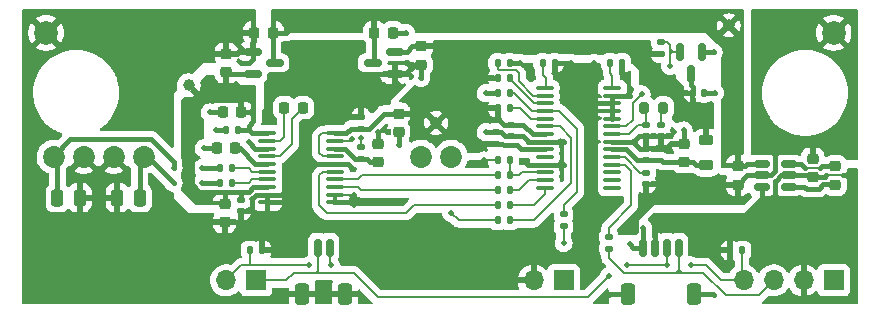
<source format=gtl>
G04 #@! TF.GenerationSoftware,KiCad,Pcbnew,6.0.2+dfsg-1*
G04 #@! TF.CreationDate,2023-05-09T13:47:26-05:00*
G04 #@! TF.ProjectId,dac-attack,6461632d-6174-4746-9163-6b2e6b696361,2023a*
G04 #@! TF.SameCoordinates,Original*
G04 #@! TF.FileFunction,Copper,L1,Top*
G04 #@! TF.FilePolarity,Positive*
%FSLAX46Y46*%
G04 Gerber Fmt 4.6, Leading zero omitted, Abs format (unit mm)*
G04 Created by KiCad (PCBNEW 6.0.2+dfsg-1) date 2023-05-09 13:47:26*
%MOMM*%
%LPD*%
G01*
G04 APERTURE LIST*
G04 Aperture macros list*
%AMRoundRect*
0 Rectangle with rounded corners*
0 $1 Rounding radius*
0 $2 $3 $4 $5 $6 $7 $8 $9 X,Y pos of 4 corners*
0 Add a 4 corners polygon primitive as box body*
4,1,4,$2,$3,$4,$5,$6,$7,$8,$9,$2,$3,0*
0 Add four circle primitives for the rounded corners*
1,1,$1+$1,$2,$3*
1,1,$1+$1,$4,$5*
1,1,$1+$1,$6,$7*
1,1,$1+$1,$8,$9*
0 Add four rect primitives between the rounded corners*
20,1,$1+$1,$2,$3,$4,$5,0*
20,1,$1+$1,$4,$5,$6,$7,0*
20,1,$1+$1,$6,$7,$8,$9,0*
20,1,$1+$1,$8,$9,$2,$3,0*%
G04 Aperture macros list end*
G04 #@! TA.AperFunction,SMDPad,CuDef*
%ADD10RoundRect,0.150000X-0.150000X-0.625000X0.150000X-0.625000X0.150000X0.625000X-0.150000X0.625000X0*%
G04 #@! TD*
G04 #@! TA.AperFunction,SMDPad,CuDef*
%ADD11RoundRect,0.250000X-0.350000X-0.650000X0.350000X-0.650000X0.350000X0.650000X-0.350000X0.650000X0*%
G04 #@! TD*
G04 #@! TA.AperFunction,SMDPad,CuDef*
%ADD12RoundRect,0.135000X0.135000X0.185000X-0.135000X0.185000X-0.135000X-0.185000X0.135000X-0.185000X0*%
G04 #@! TD*
G04 #@! TA.AperFunction,SMDPad,CuDef*
%ADD13RoundRect,0.140000X-0.170000X0.140000X-0.170000X-0.140000X0.170000X-0.140000X0.170000X0.140000X0*%
G04 #@! TD*
G04 #@! TA.AperFunction,SMDPad,CuDef*
%ADD14C,1.000000*%
G04 #@! TD*
G04 #@! TA.AperFunction,SMDPad,CuDef*
%ADD15RoundRect,0.135000X-0.135000X-0.185000X0.135000X-0.185000X0.135000X0.185000X-0.135000X0.185000X0*%
G04 #@! TD*
G04 #@! TA.AperFunction,SMDPad,CuDef*
%ADD16RoundRect,0.135000X-0.185000X0.135000X-0.185000X-0.135000X0.185000X-0.135000X0.185000X0.135000X0*%
G04 #@! TD*
G04 #@! TA.AperFunction,SMDPad,CuDef*
%ADD17RoundRect,0.225000X-0.225000X-0.250000X0.225000X-0.250000X0.225000X0.250000X-0.225000X0.250000X0*%
G04 #@! TD*
G04 #@! TA.AperFunction,SMDPad,CuDef*
%ADD18RoundRect,0.150000X-0.512500X-0.150000X0.512500X-0.150000X0.512500X0.150000X-0.512500X0.150000X0*%
G04 #@! TD*
G04 #@! TA.AperFunction,SMDPad,CuDef*
%ADD19RoundRect,0.225000X0.225000X0.250000X-0.225000X0.250000X-0.225000X-0.250000X0.225000X-0.250000X0*%
G04 #@! TD*
G04 #@! TA.AperFunction,SMDPad,CuDef*
%ADD20RoundRect,0.225000X0.250000X-0.225000X0.250000X0.225000X-0.250000X0.225000X-0.250000X-0.225000X0*%
G04 #@! TD*
G04 #@! TA.AperFunction,SMDPad,CuDef*
%ADD21RoundRect,0.140000X0.170000X-0.140000X0.170000X0.140000X-0.170000X0.140000X-0.170000X-0.140000X0*%
G04 #@! TD*
G04 #@! TA.AperFunction,SMDPad,CuDef*
%ADD22RoundRect,0.225000X-0.250000X0.225000X-0.250000X-0.225000X0.250000X-0.225000X0.250000X0.225000X0*%
G04 #@! TD*
G04 #@! TA.AperFunction,ComponentPad*
%ADD23C,2.000000*%
G04 #@! TD*
G04 #@! TA.AperFunction,SMDPad,CuDef*
%ADD24RoundRect,0.100000X-0.637500X-0.100000X0.637500X-0.100000X0.637500X0.100000X-0.637500X0.100000X0*%
G04 #@! TD*
G04 #@! TA.AperFunction,SMDPad,CuDef*
%ADD25RoundRect,0.140000X0.140000X0.170000X-0.140000X0.170000X-0.140000X-0.170000X0.140000X-0.170000X0*%
G04 #@! TD*
G04 #@! TA.AperFunction,SMDPad,CuDef*
%ADD26RoundRect,0.150000X-0.587500X-0.150000X0.587500X-0.150000X0.587500X0.150000X-0.587500X0.150000X0*%
G04 #@! TD*
G04 #@! TA.AperFunction,SMDPad,CuDef*
%ADD27RoundRect,0.200000X0.200000X0.275000X-0.200000X0.275000X-0.200000X-0.275000X0.200000X-0.275000X0*%
G04 #@! TD*
G04 #@! TA.AperFunction,SMDPad,CuDef*
%ADD28RoundRect,0.218750X-0.381250X0.218750X-0.381250X-0.218750X0.381250X-0.218750X0.381250X0.218750X0*%
G04 #@! TD*
G04 #@! TA.AperFunction,SMDPad,CuDef*
%ADD29RoundRect,0.150000X-0.150000X0.587500X-0.150000X-0.587500X0.150000X-0.587500X0.150000X0.587500X0*%
G04 #@! TD*
G04 #@! TA.AperFunction,SMDPad,CuDef*
%ADD30RoundRect,0.140000X-0.140000X-0.170000X0.140000X-0.170000X0.140000X0.170000X-0.140000X0.170000X0*%
G04 #@! TD*
G04 #@! TA.AperFunction,SMDPad,CuDef*
%ADD31RoundRect,0.250000X0.250000X0.475000X-0.250000X0.475000X-0.250000X-0.475000X0.250000X-0.475000X0*%
G04 #@! TD*
G04 #@! TA.AperFunction,SMDPad,CuDef*
%ADD32RoundRect,0.100000X0.637500X0.100000X-0.637500X0.100000X-0.637500X-0.100000X0.637500X-0.100000X0*%
G04 #@! TD*
G04 #@! TA.AperFunction,SMDPad,CuDef*
%ADD33RoundRect,0.135000X0.185000X-0.135000X0.185000X0.135000X-0.185000X0.135000X-0.185000X-0.135000X0*%
G04 #@! TD*
G04 #@! TA.AperFunction,SMDPad,CuDef*
%ADD34RoundRect,0.150000X0.587500X0.150000X-0.587500X0.150000X-0.587500X-0.150000X0.587500X-0.150000X0*%
G04 #@! TD*
G04 #@! TA.AperFunction,SMDPad,CuDef*
%ADD35RoundRect,0.250000X-0.250000X-0.475000X0.250000X-0.475000X0.250000X0.475000X-0.250000X0.475000X0*%
G04 #@! TD*
G04 #@! TA.AperFunction,ComponentPad*
%ADD36C,1.854200*%
G04 #@! TD*
G04 #@! TA.AperFunction,ComponentPad*
%ADD37R,1.700000X1.700000*%
G04 #@! TD*
G04 #@! TA.AperFunction,ComponentPad*
%ADD38O,1.700000X1.700000*%
G04 #@! TD*
G04 #@! TA.AperFunction,ViaPad*
%ADD39C,0.500000*%
G04 #@! TD*
G04 #@! TA.AperFunction,Conductor*
%ADD40C,0.400000*%
G04 #@! TD*
G04 #@! TA.AperFunction,Conductor*
%ADD41C,0.200000*%
G04 #@! TD*
G04 APERTURE END LIST*
D10*
X127770000Y-85503000D03*
X128770000Y-85503000D03*
D11*
X130070000Y-89378000D03*
X126470000Y-89378000D03*
D12*
X144020000Y-69850000D03*
X143000000Y-69850000D03*
D13*
X144145000Y-75085000D03*
X144145000Y-76045000D03*
D14*
X137795000Y-74930000D03*
D15*
X162685000Y-85725000D03*
X163705000Y-85725000D03*
D16*
X148590000Y-82675000D03*
X148590000Y-83695000D03*
D17*
X132575000Y-67310000D03*
X134125000Y-67310000D03*
D18*
X165365000Y-78425000D03*
X165365000Y-79375000D03*
X165365000Y-80325000D03*
X167640000Y-80325000D03*
X167640000Y-79375000D03*
X167640000Y-78425000D03*
D19*
X123965000Y-67310000D03*
X122415000Y-67310000D03*
D13*
X156845000Y-75085000D03*
X156845000Y-76045000D03*
D20*
X132842000Y-78245000D03*
X132842000Y-76695000D03*
D12*
X144020000Y-81915000D03*
X143000000Y-81915000D03*
X144020000Y-72390000D03*
X143000000Y-72390000D03*
X120525000Y-80010000D03*
X119505000Y-80010000D03*
D21*
X131445000Y-77950000D03*
X131445000Y-76990000D03*
D17*
X124955000Y-73660000D03*
X126505000Y-73660000D03*
D12*
X153545000Y-69850000D03*
X152525000Y-69850000D03*
D22*
X163327500Y-78600000D03*
X163327500Y-80150000D03*
D23*
X104775000Y-67310000D03*
D10*
X155345000Y-85503000D03*
X156345000Y-85503000D03*
X157345000Y-85503000D03*
X158345000Y-85503000D03*
D11*
X159645000Y-89378000D03*
X154045000Y-89378000D03*
D21*
X142875000Y-76680000D03*
X142875000Y-75720000D03*
D24*
X123502500Y-75815000D03*
X123502500Y-76465000D03*
X123502500Y-77115000D03*
X123502500Y-77765000D03*
X123502500Y-78415000D03*
X123502500Y-79065000D03*
X123502500Y-79715000D03*
X123502500Y-80365000D03*
X123502500Y-81015000D03*
X123502500Y-81665000D03*
X129227500Y-81665000D03*
X129227500Y-81015000D03*
X129227500Y-80365000D03*
X129227500Y-79715000D03*
X129227500Y-79065000D03*
X129227500Y-78415000D03*
X129227500Y-77765000D03*
X129227500Y-77115000D03*
X129227500Y-76465000D03*
X129227500Y-75815000D03*
D20*
X158750000Y-78245000D03*
X158750000Y-76695000D03*
D22*
X136525000Y-68440000D03*
X136525000Y-69990000D03*
D25*
X120990000Y-75565000D03*
X120030000Y-75565000D03*
D26*
X122252500Y-68900000D03*
X122252500Y-70800000D03*
X124127500Y-69850000D03*
D15*
X143000000Y-78105000D03*
X144020000Y-78105000D03*
D23*
X171450000Y-67310000D03*
D22*
X119888000Y-81775000D03*
X119888000Y-83325000D03*
D27*
X157035000Y-73660000D03*
X155385000Y-73660000D03*
D21*
X155575000Y-80109000D03*
X155575000Y-79149000D03*
D19*
X121285000Y-74041000D03*
X119735000Y-74041000D03*
D28*
X160655000Y-76407500D03*
X160655000Y-78532500D03*
D14*
X162560000Y-66675000D03*
D15*
X143000000Y-71120000D03*
X144020000Y-71120000D03*
D21*
X152400000Y-85570000D03*
X152400000Y-84610000D03*
D20*
X120015000Y-70625000D03*
X120015000Y-69075000D03*
D29*
X160335000Y-68912500D03*
X158435000Y-68912500D03*
X159385000Y-70787500D03*
D30*
X159540000Y-72390000D03*
X160500000Y-72390000D03*
D31*
X112710000Y-81280000D03*
X110810000Y-81280000D03*
D13*
X121285000Y-81435000D03*
X121285000Y-82395000D03*
D20*
X171582500Y-80150000D03*
X171582500Y-78600000D03*
D12*
X144020000Y-79375000D03*
X143000000Y-79375000D03*
D19*
X120790000Y-77089000D03*
X119240000Y-77089000D03*
D12*
X147830000Y-69850000D03*
X146810000Y-69850000D03*
X144020000Y-83185000D03*
X143000000Y-83185000D03*
X123065000Y-85725000D03*
X122045000Y-85725000D03*
X144020000Y-73660000D03*
X143000000Y-73660000D03*
D14*
X116840000Y-71755000D03*
D32*
X152722500Y-80425000D03*
X152722500Y-79775000D03*
X152722500Y-79125000D03*
X152722500Y-78475000D03*
X152722500Y-77825000D03*
X152722500Y-77175000D03*
X152722500Y-76525000D03*
X152722500Y-75875000D03*
X152722500Y-75225000D03*
X152722500Y-74575000D03*
X152722500Y-73925000D03*
X152722500Y-73275000D03*
X152722500Y-72625000D03*
X152722500Y-71975000D03*
X146997500Y-71975000D03*
X146997500Y-72625000D03*
X146997500Y-73275000D03*
X146997500Y-73925000D03*
X146997500Y-74575000D03*
X146997500Y-75225000D03*
X146997500Y-75875000D03*
X146997500Y-76525000D03*
X146997500Y-77175000D03*
X146997500Y-77825000D03*
X146997500Y-78475000D03*
X146997500Y-79125000D03*
X146997500Y-79775000D03*
X146997500Y-80425000D03*
D22*
X134620000Y-74155000D03*
X134620000Y-75705000D03*
D33*
X156845000Y-69090000D03*
X156845000Y-68070000D03*
D12*
X120525000Y-78740000D03*
X119505000Y-78740000D03*
D20*
X169677500Y-79515000D03*
X169677500Y-77965000D03*
D34*
X134287500Y-70800000D03*
X134287500Y-68900000D03*
X132412500Y-69850000D03*
D13*
X155575000Y-75085000D03*
X155575000Y-76045000D03*
D21*
X131445000Y-75410000D03*
X131445000Y-74450000D03*
X155575000Y-78077000D03*
X155575000Y-77117000D03*
D12*
X144020000Y-80645000D03*
X143000000Y-80645000D03*
D35*
X105730000Y-81280000D03*
X107630000Y-81280000D03*
D36*
X136525000Y-77808550D03*
X139065000Y-77808550D03*
X105410000Y-77808550D03*
X107950000Y-77808550D03*
X110490000Y-77808550D03*
X113030000Y-77808550D03*
D37*
X148595000Y-88265000D03*
D38*
X146055000Y-88265000D03*
D37*
X171450000Y-88265000D03*
D38*
X168910000Y-88265000D03*
X166370000Y-88265000D03*
X163830000Y-88265000D03*
D37*
X122560000Y-88265000D03*
D38*
X120020000Y-88265000D03*
D39*
X130683000Y-78740000D03*
X119126000Y-75565000D03*
X121285000Y-83185000D03*
X156845000Y-76962000D03*
X145542000Y-78486000D03*
X131445000Y-76200000D03*
X165735000Y-76200000D03*
X163327500Y-81280000D03*
X155575000Y-81026000D03*
X125095000Y-81280000D03*
X133985000Y-72390000D03*
X148590000Y-78486000D03*
X121920000Y-76581000D03*
X125730000Y-82550000D03*
X135255000Y-67310000D03*
X133350000Y-71755000D03*
X167640000Y-76835000D03*
X132842000Y-75692000D03*
X136525000Y-71120000D03*
X127325000Y-78415000D03*
X149860000Y-72390000D03*
X123444000Y-82550000D03*
X154178000Y-85217000D03*
X165100000Y-76835000D03*
X108585000Y-81280000D03*
X161290000Y-68961000D03*
X121285000Y-69850000D03*
X118110000Y-77089000D03*
X130683000Y-76327000D03*
X169677500Y-76962000D03*
X121285000Y-67310000D03*
X120015000Y-67310000D03*
X141859000Y-78105000D03*
X134620000Y-71755000D03*
X132334000Y-71374000D03*
X154488000Y-76525000D03*
X141986000Y-72390000D03*
X118745000Y-69215000D03*
X130810000Y-81026000D03*
X120650000Y-66675000D03*
X125730000Y-80010000D03*
X141986000Y-75692000D03*
X145542000Y-76454000D03*
X148590000Y-76581000D03*
X151130000Y-69850000D03*
X131445000Y-73533000D03*
X161417000Y-72390000D03*
X131445000Y-89535000D03*
X158750000Y-75565000D03*
X161290000Y-89535000D03*
X149860000Y-73660000D03*
X135255000Y-69850000D03*
X166502500Y-76835000D03*
X132715000Y-72390000D03*
X152400000Y-89535000D03*
X109855000Y-81280000D03*
X144907000Y-69850000D03*
X167005000Y-76200000D03*
X149225000Y-69850000D03*
X125095000Y-89535000D03*
X122174000Y-81407000D03*
X125730000Y-78740000D03*
X119888000Y-84455000D03*
X130810000Y-81915000D03*
X154178000Y-72644000D03*
X134620000Y-76835000D03*
X155321000Y-83820000D03*
X118618000Y-74041000D03*
X118745000Y-67945000D03*
X149860000Y-71120000D03*
X117983000Y-80010000D03*
X115570000Y-80010000D03*
X115570000Y-78740000D03*
X117983000Y-78740000D03*
X153924000Y-86995000D03*
X152400000Y-87884000D03*
X157353000Y-86995000D03*
X159385000Y-86995000D03*
X148590000Y-85090000D03*
X155194000Y-72517000D03*
X157607000Y-70104000D03*
X128905000Y-86995000D03*
X127000000Y-86995000D03*
X139065000Y-82550000D03*
D40*
X152722500Y-77175000D02*
X153883000Y-77175000D01*
X153883000Y-77175000D02*
X154785000Y-78077000D01*
X155575000Y-78077000D02*
X156817000Y-78077000D01*
X159812500Y-78532500D02*
X159512000Y-78232000D01*
X159512000Y-78232000D02*
X158763000Y-78232000D01*
X154785000Y-78077000D02*
X155575000Y-78077000D01*
X158763000Y-78232000D02*
X158750000Y-78245000D01*
X156985000Y-78245000D02*
X156817000Y-78077000D01*
X160655000Y-78532500D02*
X159812500Y-78532500D01*
X158750000Y-78245000D02*
X156985000Y-78245000D01*
X122415000Y-67310000D02*
X122415000Y-67958000D01*
D41*
X143000000Y-78105000D02*
X141859000Y-78105000D01*
D40*
X154159000Y-72625000D02*
X154178000Y-72644000D01*
X163327500Y-80150000D02*
X163327500Y-81280000D01*
X134620000Y-75832000D02*
X134620000Y-76835000D01*
D41*
X129227500Y-81015000D02*
X130799000Y-81015000D01*
X130545000Y-76465000D02*
X130683000Y-76327000D01*
D40*
X169677500Y-77965000D02*
X169677500Y-76962000D01*
X155345000Y-85503000D02*
X154464000Y-85503000D01*
X122454000Y-77115000D02*
X121920000Y-76581000D01*
X154968000Y-76045000D02*
X155575000Y-76045000D01*
X120030000Y-75565000D02*
X119126000Y-75565000D01*
X158750000Y-76695000D02*
X158750000Y-75565000D01*
X135194000Y-70800000D02*
X136004000Y-69990000D01*
X166121500Y-79375000D02*
X166502500Y-78994000D01*
X121092000Y-68900000D02*
X120917000Y-69075000D01*
X122252500Y-68120500D02*
X122252500Y-68900000D01*
X148534000Y-76525000D02*
X148590000Y-76581000D01*
X161133000Y-89378000D02*
X161290000Y-89535000D01*
X166502500Y-78994000D02*
X166502500Y-76835000D01*
X154464000Y-85503000D02*
X154178000Y-85217000D01*
X123502500Y-82491500D02*
X123444000Y-82550000D01*
X145553000Y-78475000D02*
X145542000Y-78486000D01*
X122415000Y-67958000D02*
X122252500Y-68120500D01*
X122566000Y-81015000D02*
X122174000Y-81407000D01*
X143284000Y-75720000D02*
X143609000Y-76045000D01*
X126055000Y-78415000D02*
X125730000Y-78740000D01*
X152722500Y-72625000D02*
X152722500Y-73275000D01*
X155080000Y-77117000D02*
X154488000Y-76525000D01*
X121605000Y-68900000D02*
X120015000Y-67310000D01*
X121285000Y-82395000D02*
X121821000Y-82395000D01*
X134287500Y-70800000D02*
X135194000Y-70800000D01*
X123502500Y-81015000D02*
X122566000Y-81015000D01*
X165365000Y-79375000D02*
X166121500Y-79375000D01*
X130070000Y-89378000D02*
X131288000Y-89378000D01*
X156845000Y-76045000D02*
X156845000Y-76962000D01*
X145613000Y-76525000D02*
X145542000Y-76454000D01*
X152722500Y-74575000D02*
X152722500Y-73925000D01*
X136004000Y-69990000D02*
X136525000Y-69990000D01*
X134287500Y-70800000D02*
X132908000Y-70800000D01*
X134125000Y-67310000D02*
X135255000Y-67310000D01*
X144145000Y-76045000D02*
X145133000Y-76045000D01*
X165365000Y-79375000D02*
X164102500Y-79375000D01*
X134287500Y-71422500D02*
X134620000Y-71755000D01*
X161241500Y-68912500D02*
X161290000Y-68961000D01*
X125095000Y-81280000D02*
X125730000Y-80645000D01*
X143000000Y-72390000D02*
X141986000Y-72390000D01*
X159645000Y-89378000D02*
X161133000Y-89378000D01*
X124830000Y-81015000D02*
X125095000Y-81280000D01*
X123502500Y-81015000D02*
X124830000Y-81015000D01*
X121821000Y-82395000D02*
X122174000Y-82042000D01*
X152722500Y-76525000D02*
X154488000Y-76525000D01*
D41*
X129227500Y-76465000D02*
X130545000Y-76465000D01*
D40*
X142014000Y-75720000D02*
X141986000Y-75692000D01*
D41*
X130799000Y-81015000D02*
X130810000Y-81026000D01*
D40*
X155575000Y-80109000D02*
X155575000Y-81026000D01*
X122252500Y-68900000D02*
X121092000Y-68900000D01*
X154488000Y-76525000D02*
X154968000Y-76045000D01*
X125730000Y-80645000D02*
X125730000Y-82550000D01*
X123502500Y-81665000D02*
X123502500Y-82491500D01*
X131445000Y-74450000D02*
X131445000Y-73533000D01*
X132908000Y-70800000D02*
X132334000Y-71374000D01*
X152722500Y-73925000D02*
X152722500Y-73275000D01*
X107630000Y-81280000D02*
X108585000Y-81280000D01*
X127325000Y-78415000D02*
X126055000Y-78415000D01*
X131445000Y-72263000D02*
X131445000Y-73533000D01*
X160500000Y-72390000D02*
X161417000Y-72390000D01*
X121920000Y-69850000D02*
X122252500Y-69517500D01*
X123502500Y-81665000D02*
X123502500Y-81015000D01*
X146997500Y-76525000D02*
X148534000Y-76525000D01*
X132334000Y-71374000D02*
X131445000Y-72263000D01*
X147830000Y-69850000D02*
X149225000Y-69850000D01*
X142875000Y-75720000D02*
X143284000Y-75720000D01*
X119735000Y-74041000D02*
X118618000Y-74041000D01*
X126470000Y-89378000D02*
X125252000Y-89378000D01*
X155345000Y-85503000D02*
X155345000Y-83844000D01*
X122252500Y-69517500D02*
X122252500Y-68900000D01*
X122252500Y-68900000D02*
X121605000Y-68900000D01*
X152722500Y-72625000D02*
X154159000Y-72625000D01*
X154045000Y-89378000D02*
X152557000Y-89378000D01*
X125252000Y-89378000D02*
X125095000Y-89535000D01*
D41*
X131445000Y-76990000D02*
X131445000Y-76200000D01*
D40*
X122174000Y-82042000D02*
X122174000Y-81407000D01*
X122415000Y-67310000D02*
X121285000Y-67310000D01*
X146997500Y-78475000D02*
X148579000Y-78475000D01*
X155575000Y-77117000D02*
X155080000Y-77117000D01*
X144020000Y-69850000D02*
X144907000Y-69850000D01*
X121285000Y-69850000D02*
X121920000Y-69850000D01*
X136525000Y-69990000D02*
X136525000Y-71120000D01*
X119888000Y-83325000D02*
X119888000Y-84455000D01*
X146997500Y-76525000D02*
X145613000Y-76525000D01*
X131288000Y-89378000D02*
X131445000Y-89535000D01*
X148579000Y-78475000D02*
X148590000Y-78486000D01*
X120015000Y-69075000D02*
X120917000Y-69075000D01*
X146997500Y-78475000D02*
X145553000Y-78475000D01*
X164102500Y-79375000D02*
X163327500Y-80150000D01*
X129227500Y-78415000D02*
X127325000Y-78415000D01*
X152557000Y-89378000D02*
X152400000Y-89535000D01*
X125730000Y-80645000D02*
X125730000Y-80010000D01*
D41*
X129227500Y-81665000D02*
X130560000Y-81665000D01*
D40*
X121285000Y-82395000D02*
X121285000Y-83185000D01*
D41*
X130560000Y-81665000D02*
X130810000Y-81915000D01*
D40*
X134287500Y-70800000D02*
X134287500Y-71422500D01*
X155345000Y-83844000D02*
X155321000Y-83820000D01*
X130358000Y-78415000D02*
X130683000Y-78740000D01*
X132842000Y-76695000D02*
X132842000Y-75692000D01*
X129227500Y-78415000D02*
X130358000Y-78415000D01*
X155575000Y-76045000D02*
X156845000Y-76045000D01*
X110810000Y-81280000D02*
X109855000Y-81280000D01*
X119240000Y-77089000D02*
X118110000Y-77089000D01*
X123502500Y-77115000D02*
X122454000Y-77115000D01*
X160335000Y-68912500D02*
X161241500Y-68912500D01*
X145133000Y-76045000D02*
X145542000Y-76454000D01*
X143609000Y-76045000D02*
X144145000Y-76045000D01*
X142875000Y-75720000D02*
X142014000Y-75720000D01*
X120990000Y-75565000D02*
X121920000Y-75565000D01*
X122301000Y-73787000D02*
X122301000Y-73152000D01*
X120015000Y-70625000D02*
X120015000Y-73025000D01*
X122170000Y-75815000D02*
X121920000Y-75565000D01*
X122047000Y-74041000D02*
X122301000Y-74295000D01*
X121412000Y-72898000D02*
X121285000Y-73025000D01*
X121920000Y-75565000D02*
X121920000Y-75184000D01*
X122327000Y-80365000D02*
X123502500Y-80365000D01*
X120015000Y-80772000D02*
X117729000Y-80772000D01*
X121285000Y-74041000D02*
X122047000Y-74041000D01*
X122252500Y-70800000D02*
X120190000Y-70800000D01*
X121920000Y-80772000D02*
X122327000Y-80365000D01*
X119888000Y-81775000D02*
X119888000Y-80899000D01*
X121285000Y-81435000D02*
X121285000Y-80772000D01*
X122301000Y-74803000D02*
X122301000Y-74295000D01*
X121285000Y-73025000D02*
X120015000Y-73025000D01*
X122047000Y-74041000D02*
X122301000Y-73787000D01*
X119888000Y-80899000D02*
X120015000Y-80772000D01*
X120015000Y-73025000D02*
X118110000Y-73025000D01*
X121285000Y-80772000D02*
X120015000Y-80772000D01*
X121920000Y-75184000D02*
X122301000Y-74803000D01*
X121285000Y-80772000D02*
X121920000Y-80772000D01*
X122301000Y-73152000D02*
X122047000Y-72898000D01*
X118110000Y-73025000D02*
X117094000Y-74041000D01*
X123502500Y-75815000D02*
X122170000Y-75815000D01*
X117094000Y-74041000D02*
X117094000Y-80137000D01*
X120190000Y-70800000D02*
X120015000Y-70625000D01*
X122047000Y-72898000D02*
X121412000Y-72898000D01*
X122301000Y-74295000D02*
X122301000Y-73787000D01*
X117729000Y-80772000D02*
X117094000Y-80137000D01*
X116840000Y-71755000D02*
X118110000Y-73025000D01*
X140768000Y-74676000D02*
X139853000Y-73761000D01*
X145189000Y-75085000D02*
X144145000Y-75085000D01*
X139853000Y-71120000D02*
X139700000Y-70967000D01*
X158115000Y-72390000D02*
X160655000Y-74930000D01*
X142875000Y-76680000D02*
X143355000Y-76680000D01*
X133363000Y-74155000D02*
X132080000Y-75438000D01*
X131473000Y-75438000D02*
X131445000Y-75410000D01*
X159385000Y-70787500D02*
X159385000Y-71755000D01*
X134287500Y-68900000D02*
X135316000Y-68900000D01*
D41*
X129227500Y-77765000D02*
X128184000Y-77765000D01*
D40*
X140970000Y-73660000D02*
X139853000Y-72543000D01*
X143538000Y-75085000D02*
X143129000Y-74676000D01*
X143510000Y-76835000D02*
X144653000Y-76835000D01*
X143000000Y-73660000D02*
X140970000Y-73660000D01*
X144993000Y-77175000D02*
X146997500Y-77175000D01*
X143129000Y-74676000D02*
X140768000Y-74676000D01*
X143355000Y-76680000D02*
X143510000Y-76835000D01*
X144145000Y-75085000D02*
X143538000Y-75085000D01*
X130584000Y-75410000D02*
X131445000Y-75410000D01*
X139853000Y-72543000D02*
X139853000Y-73761000D01*
X138329000Y-68580000D02*
X138189000Y-68440000D01*
X139700000Y-70967000D02*
X139700000Y-68580000D01*
X135316000Y-68900000D02*
X135776000Y-68440000D01*
X160655000Y-76407500D02*
X160655000Y-74930000D01*
X129227500Y-75815000D02*
X130179000Y-75815000D01*
D41*
X129227500Y-75815000D02*
X128147000Y-75815000D01*
D40*
X159540000Y-72390000D02*
X159540000Y-71910000D01*
D41*
X128184000Y-77765000D02*
X127889000Y-77470000D01*
D40*
X154305000Y-68580000D02*
X139700000Y-68580000D01*
X135776000Y-68440000D02*
X136525000Y-68440000D01*
X139853000Y-73761000D02*
X139853000Y-75210000D01*
X159540000Y-71910000D02*
X159385000Y-71755000D01*
X159540000Y-72390000D02*
X158115000Y-72390000D01*
X141323000Y-76680000D02*
X142875000Y-76680000D01*
X130179000Y-75815000D02*
X130584000Y-75410000D01*
X139853000Y-75210000D02*
X141323000Y-76680000D01*
X146997500Y-75875000D02*
X145979000Y-75875000D01*
D41*
X128147000Y-75815000D02*
X127889000Y-76073000D01*
D40*
X144653000Y-76835000D02*
X144993000Y-77175000D01*
X145979000Y-75875000D02*
X145189000Y-75085000D01*
X134620000Y-74155000D02*
X133363000Y-74155000D01*
X143000000Y-71120000D02*
X139853000Y-71120000D01*
D41*
X127889000Y-76073000D02*
X127889000Y-77470000D01*
D40*
X158115000Y-72390000D02*
X154305000Y-68580000D01*
X139853000Y-71120000D02*
X139853000Y-72543000D01*
X139700000Y-68580000D02*
X138329000Y-68580000D01*
X138189000Y-68440000D02*
X136525000Y-68440000D01*
X132080000Y-75438000D02*
X131473000Y-75438000D01*
X131925000Y-77950000D02*
X132220000Y-78245000D01*
X130074000Y-77115000D02*
X130909000Y-77950000D01*
X129227500Y-77115000D02*
X130074000Y-77115000D01*
X132220000Y-78245000D02*
X132842000Y-78245000D01*
X131445000Y-77950000D02*
X131925000Y-77950000D01*
X130909000Y-77950000D02*
X131445000Y-77950000D01*
X172593000Y-79375000D02*
X172974000Y-79756000D01*
X165365000Y-82815000D02*
X165925500Y-83375500D01*
X162685000Y-85725000D02*
X162685000Y-82828000D01*
X157469000Y-82815000D02*
X162698000Y-82815000D01*
X169537500Y-79375000D02*
X169677500Y-79515000D01*
X156345000Y-83939000D02*
X157469000Y-82815000D01*
X166497000Y-82804000D02*
X165925500Y-83375500D01*
D41*
X172217500Y-79375000D02*
X170820500Y-79375000D01*
D40*
X166560500Y-79819500D02*
X166497000Y-79883000D01*
X172217500Y-79375000D02*
X172593000Y-79375000D01*
X162698000Y-82815000D02*
X165365000Y-82815000D01*
X170680500Y-79515000D02*
X170820500Y-79375000D01*
X156345000Y-85503000D02*
X156345000Y-83939000D01*
X165925500Y-83375500D02*
X168910000Y-86360000D01*
X162685000Y-82828000D02*
X162698000Y-82815000D01*
X166497000Y-79883000D02*
X166497000Y-82804000D01*
X172974000Y-82296000D02*
X168910000Y-86360000D01*
X165365000Y-80325000D02*
X165365000Y-82815000D01*
X167005000Y-79375000D02*
X167640000Y-79375000D01*
X172974000Y-79756000D02*
X172974000Y-82296000D01*
X169677500Y-79515000D02*
X170680500Y-79515000D01*
X167640000Y-79375000D02*
X169537500Y-79375000D01*
X166560500Y-79819500D02*
X167005000Y-79375000D01*
X168910000Y-86360000D02*
X168910000Y-88265000D01*
X165365000Y-78425000D02*
X164150500Y-78425000D01*
X132575000Y-66180000D02*
X132715000Y-66040000D01*
X132575000Y-69687500D02*
X132412500Y-69850000D01*
X132575000Y-67310000D02*
X132575000Y-69687500D01*
X163327500Y-67442500D02*
X163327500Y-78600000D01*
X123965000Y-69687500D02*
X124127500Y-69850000D01*
X163975500Y-78600000D02*
X163327500Y-78600000D01*
X126365000Y-66040000D02*
X132715000Y-66040000D01*
X123965000Y-67310000D02*
X125095000Y-67310000D01*
X132575000Y-67310000D02*
X132575000Y-66180000D01*
X125095000Y-67310000D02*
X126365000Y-66040000D01*
X161925000Y-66040000D02*
X162560000Y-66675000D01*
X162560000Y-66675000D02*
X163327500Y-67442500D01*
X164150500Y-78425000D02*
X163975500Y-78600000D01*
X123965000Y-67310000D02*
X123965000Y-69687500D01*
X132715000Y-66040000D02*
X161925000Y-66040000D01*
D41*
X124955000Y-73660000D02*
X124955000Y-76086000D01*
X124576000Y-76465000D02*
X123502500Y-76465000D01*
X124955000Y-76086000D02*
X124576000Y-76465000D01*
X125603000Y-76708000D02*
X125603000Y-74562000D01*
X125603000Y-76708000D02*
X124546000Y-77765000D01*
X125603000Y-74562000D02*
X126505000Y-73660000D01*
X124546000Y-77765000D02*
X123502500Y-77765000D01*
D40*
X122484000Y-78415000D02*
X121158000Y-77089000D01*
X123502500Y-78415000D02*
X122484000Y-78415000D01*
X121158000Y-77089000D02*
X120790000Y-77089000D01*
X171582500Y-80150000D02*
X171569500Y-80137000D01*
X168976500Y-80325000D02*
X169169500Y-80518000D01*
X170185500Y-80518000D02*
X170566500Y-80137000D01*
X169169500Y-80518000D02*
X170185500Y-80518000D01*
X171569500Y-80137000D02*
X170566500Y-80137000D01*
X167640000Y-80325000D02*
X168976500Y-80325000D01*
D41*
X170312500Y-78740000D02*
X169042500Y-78740000D01*
D40*
X169042500Y-78740000D02*
X168727500Y-78425000D01*
X171582500Y-78600000D02*
X170452500Y-78600000D01*
X170452500Y-78600000D02*
X170312500Y-78740000D01*
X168727500Y-78425000D02*
X167640000Y-78425000D01*
D41*
X155575000Y-79149000D02*
X155095000Y-79149000D01*
X153771000Y-77825000D02*
X155095000Y-79149000D01*
X152722500Y-77825000D02*
X153771000Y-77825000D01*
X156845000Y-75085000D02*
X156845000Y-73850000D01*
X156845000Y-73850000D02*
X157035000Y-73660000D01*
X154305000Y-81915000D02*
X152400000Y-83820000D01*
X154305000Y-78994000D02*
X154305000Y-81915000D01*
X152400000Y-83820000D02*
X152400000Y-84610000D01*
X153786000Y-78475000D02*
X154305000Y-78994000D01*
X152722500Y-78475000D02*
X153786000Y-78475000D01*
D40*
X113368550Y-77808550D02*
X113030000Y-77808550D01*
X112710000Y-81280000D02*
X112710000Y-78128550D01*
X113030000Y-78105000D02*
X113030000Y-77808550D01*
X112710000Y-78128550D02*
X113030000Y-77808550D01*
X115570000Y-80010000D02*
X113368550Y-77808550D01*
X119505000Y-80010000D02*
X117983000Y-80010000D01*
X119505000Y-78740000D02*
X117983000Y-78740000D01*
X105730000Y-78128550D02*
X105410000Y-77808550D01*
X115570000Y-78232000D02*
X113665000Y-76327000D01*
X105730000Y-81280000D02*
X105730000Y-78128550D01*
X115570000Y-78740000D02*
X115570000Y-78232000D01*
X106807000Y-76327000D02*
X105410000Y-77724000D01*
X113665000Y-76327000D02*
X106807000Y-76327000D01*
X105410000Y-77724000D02*
X105410000Y-77808550D01*
D41*
X163705000Y-88140000D02*
X163830000Y-88265000D01*
X127770000Y-87495000D02*
X127635000Y-87630000D01*
X157345000Y-86987000D02*
X157353000Y-86995000D01*
X130810000Y-87630000D02*
X132842000Y-89662000D01*
X127905000Y-87630000D02*
X128270000Y-87630000D01*
X161925000Y-88265000D02*
X160655000Y-86995000D01*
X127770000Y-85503000D02*
X127770000Y-87495000D01*
X152400000Y-87884000D02*
X150622000Y-89662000D01*
X125095000Y-88265000D02*
X125730000Y-87630000D01*
X163830000Y-88265000D02*
X161925000Y-88265000D01*
X150622000Y-89662000D02*
X132842000Y-89662000D01*
X127770000Y-87495000D02*
X127905000Y-87630000D01*
X157345000Y-85503000D02*
X157345000Y-86987000D01*
X163705000Y-85725000D02*
X163705000Y-88140000D01*
X159385000Y-86995000D02*
X160655000Y-86995000D01*
X125730000Y-87630000D02*
X127635000Y-87630000D01*
X125095000Y-88265000D02*
X122560000Y-88265000D01*
X157353000Y-86995000D02*
X153924000Y-86995000D01*
X127635000Y-87630000D02*
X128270000Y-87630000D01*
X128270000Y-87630000D02*
X130810000Y-87630000D01*
X148590000Y-83695000D02*
X148590000Y-85090000D01*
X149733000Y-75438000D02*
X149733000Y-80772000D01*
X146986500Y-73914000D02*
X145923000Y-73914000D01*
X146997500Y-73925000D02*
X148220000Y-73925000D01*
X146997500Y-73925000D02*
X146986500Y-73914000D01*
X144020000Y-72390000D02*
X144399000Y-72390000D01*
X144399000Y-72390000D02*
X145923000Y-73914000D01*
X148590000Y-81915000D02*
X148590000Y-82675000D01*
X148220000Y-73925000D02*
X149733000Y-75438000D01*
X149733000Y-80772000D02*
X148590000Y-81915000D01*
X144020000Y-73660000D02*
X144907000Y-73660000D01*
X145822000Y-74575000D02*
X146997500Y-74575000D01*
X144907000Y-73660000D02*
X145822000Y-74575000D01*
X152722500Y-70934500D02*
X152525000Y-70737000D01*
X152525000Y-69850000D02*
X152525000Y-70737000D01*
X152722500Y-71975000D02*
X152722500Y-70934500D01*
X146810000Y-69850000D02*
X146810000Y-70864000D01*
X147066000Y-71120000D02*
X147066000Y-71906500D01*
X147066000Y-71906500D02*
X146997500Y-71975000D01*
X146810000Y-70864000D02*
X147066000Y-71120000D01*
X144780000Y-70739000D02*
X144526000Y-70485000D01*
X144526000Y-70485000D02*
X143129000Y-70485000D01*
X146031000Y-72625000D02*
X144780000Y-71374000D01*
X143129000Y-70485000D02*
X143000000Y-70356000D01*
X146997500Y-72625000D02*
X146031000Y-72625000D01*
X143000000Y-70356000D02*
X143000000Y-69850000D01*
X144780000Y-71374000D02*
X144780000Y-70739000D01*
X146997500Y-73275000D02*
X146046000Y-73275000D01*
X146046000Y-73275000D02*
X144020000Y-71249000D01*
X144020000Y-71249000D02*
X144020000Y-71120000D01*
X145030000Y-79125000D02*
X144780000Y-79375000D01*
X144780000Y-79375000D02*
X144020000Y-79375000D01*
X144020000Y-78105000D02*
X144020000Y-79375000D01*
X146997500Y-79125000D02*
X145030000Y-79125000D01*
X146050000Y-81915000D02*
X144020000Y-81915000D01*
X146997500Y-80425000D02*
X146997500Y-80967500D01*
X146997500Y-80967500D02*
X146050000Y-81915000D01*
X146997500Y-79775000D02*
X145650000Y-79775000D01*
X145650000Y-79775000D02*
X144780000Y-80645000D01*
X144780000Y-80645000D02*
X144020000Y-80645000D01*
X149225000Y-76200000D02*
X149225000Y-80010000D01*
X148250000Y-75225000D02*
X149225000Y-76200000D01*
X146050000Y-83185000D02*
X144020000Y-83185000D01*
X149225000Y-80010000D02*
X146050000Y-83185000D01*
X146997500Y-75225000D02*
X148250000Y-75225000D01*
X122215000Y-79715000D02*
X121920000Y-80010000D01*
X123502500Y-79715000D02*
X122215000Y-79715000D01*
X121920000Y-80010000D02*
X120525000Y-80010000D01*
X131490000Y-79375000D02*
X131150000Y-79715000D01*
X143000000Y-79375000D02*
X131490000Y-79375000D01*
X131150000Y-79715000D02*
X129227500Y-79715000D01*
X135255000Y-82550000D02*
X128524000Y-82550000D01*
X128199000Y-79065000D02*
X129227500Y-79065000D01*
X127889000Y-81915000D02*
X128524000Y-82550000D01*
X127889000Y-79375000D02*
X127889000Y-81915000D01*
X127889000Y-79375000D02*
X128199000Y-79065000D01*
X135890000Y-81915000D02*
X135255000Y-82550000D01*
X143000000Y-81915000D02*
X135890000Y-81915000D01*
X123502500Y-79065000D02*
X122245000Y-79065000D01*
X121920000Y-78740000D02*
X120525000Y-78740000D01*
X122245000Y-79065000D02*
X121920000Y-78740000D01*
X129227500Y-80365000D02*
X131165000Y-80365000D01*
X131445000Y-80645000D02*
X131165000Y-80365000D01*
X143000000Y-80645000D02*
X131445000Y-80645000D01*
X155575000Y-73850000D02*
X155385000Y-73660000D01*
X154912000Y-75085000D02*
X155575000Y-75085000D01*
X152722500Y-75875000D02*
X154122000Y-75875000D01*
X154122000Y-75875000D02*
X154912000Y-75085000D01*
X155575000Y-75085000D02*
X155575000Y-73850000D01*
X156845000Y-68070000D02*
X157355000Y-68070000D01*
X153883000Y-75225000D02*
X154432000Y-74676000D01*
X154432000Y-73279000D02*
X155194000Y-72517000D01*
X157607000Y-70104000D02*
X157607000Y-69088000D01*
X157607000Y-68707000D02*
X157607000Y-68322000D01*
X152722500Y-75225000D02*
X153883000Y-75225000D01*
X157782500Y-68882500D02*
X157782500Y-68912500D01*
X157607000Y-68707000D02*
X157782500Y-68882500D01*
X157782500Y-68912500D02*
X158435000Y-68912500D01*
X157607000Y-68322000D02*
X157355000Y-68070000D01*
X157607000Y-69088000D02*
X157607000Y-68707000D01*
X154432000Y-74676000D02*
X154432000Y-73279000D01*
X157607000Y-69088000D02*
X157782500Y-68912500D01*
X122170000Y-86995000D02*
X122555000Y-86995000D01*
X122045000Y-86870000D02*
X122170000Y-86995000D01*
X121290000Y-86995000D02*
X120020000Y-88265000D01*
X121920000Y-86995000D02*
X122555000Y-86995000D01*
X121290000Y-86995000D02*
X121920000Y-86995000D01*
X128770000Y-86860000D02*
X128905000Y-86995000D01*
X122045000Y-85725000D02*
X122045000Y-86870000D01*
X122555000Y-86995000D02*
X127000000Y-86995000D01*
X128770000Y-85503000D02*
X128770000Y-86860000D01*
X122045000Y-86870000D02*
X121920000Y-86995000D01*
X158345000Y-85503000D02*
X158345000Y-87400000D01*
X158345000Y-87400000D02*
X158115000Y-87630000D01*
X158750000Y-87630000D02*
X160401000Y-87630000D01*
X165100000Y-89535000D02*
X166370000Y-88265000D01*
X158575000Y-87630000D02*
X158345000Y-87400000D01*
X152400000Y-86360000D02*
X152400000Y-85570000D01*
X158115000Y-87630000D02*
X153670000Y-87630000D01*
X160401000Y-87630000D02*
X162306000Y-89535000D01*
X162306000Y-89535000D02*
X165100000Y-89535000D01*
X158115000Y-87630000D02*
X158750000Y-87630000D01*
X153670000Y-87630000D02*
X152400000Y-86360000D01*
X158750000Y-87630000D02*
X158575000Y-87630000D01*
X139700000Y-83185000D02*
X139065000Y-82550000D01*
X143000000Y-83185000D02*
X139700000Y-83185000D01*
G04 #@! TA.AperFunction,Conductor*
G36*
X162397867Y-79395002D02*
G01*
X162444360Y-79448658D01*
X162454464Y-79518932D01*
X162437006Y-79567115D01*
X162412498Y-79606875D01*
X162406349Y-79620061D01*
X162357009Y-79768814D01*
X162354142Y-79782190D01*
X162344828Y-79873097D01*
X162344571Y-79878126D01*
X162348975Y-79893124D01*
X162350365Y-79894329D01*
X162358048Y-79896000D01*
X163455500Y-79896000D01*
X163523621Y-79916002D01*
X163570114Y-79969658D01*
X163581500Y-80022000D01*
X163581500Y-81089885D01*
X163585975Y-81105124D01*
X163587365Y-81106329D01*
X163595048Y-81108000D01*
X163622938Y-81108000D01*
X163629453Y-81107663D01*
X163721557Y-81098106D01*
X163734956Y-81095212D01*
X163883607Y-81045619D01*
X163896786Y-81039445D01*
X164029673Y-80957212D01*
X164041074Y-80948176D01*
X164131183Y-80857910D01*
X164193466Y-80823831D01*
X164264286Y-80828834D01*
X164319916Y-80869702D01*
X164324008Y-80874977D01*
X164328047Y-80881807D01*
X164445693Y-80999453D01*
X164452517Y-81003489D01*
X164452520Y-81003491D01*
X164494298Y-81028198D01*
X164542751Y-81080091D01*
X164555456Y-81149941D01*
X164528381Y-81215572D01*
X164519254Y-81225746D01*
X163866905Y-81878095D01*
X163804593Y-81912121D01*
X163777810Y-81915000D01*
X161925000Y-81915000D01*
X161925000Y-80420438D01*
X162344500Y-80420438D01*
X162344837Y-80426953D01*
X162354394Y-80519057D01*
X162357288Y-80532456D01*
X162406881Y-80681107D01*
X162413055Y-80694286D01*
X162495288Y-80827173D01*
X162504324Y-80838574D01*
X162614929Y-80948986D01*
X162626340Y-80957998D01*
X162759380Y-81040004D01*
X162772561Y-81046151D01*
X162921314Y-81095491D01*
X162934690Y-81098358D01*
X163025597Y-81107672D01*
X163032013Y-81108000D01*
X163055385Y-81108000D01*
X163070624Y-81103525D01*
X163071829Y-81102135D01*
X163073500Y-81094452D01*
X163073500Y-80422115D01*
X163069025Y-80406876D01*
X163067635Y-80405671D01*
X163059952Y-80404000D01*
X162362615Y-80404000D01*
X162347376Y-80408475D01*
X162346171Y-80409865D01*
X162344500Y-80417548D01*
X162344500Y-80420438D01*
X161925000Y-80420438D01*
X161925000Y-79375000D01*
X162329746Y-79375000D01*
X162397867Y-79395002D01*
G37*
G04 #@! TD.AperFunction*
G04 #@! TA.AperFunction,Conductor*
G36*
X173424121Y-65298002D02*
G01*
X173470614Y-65351658D01*
X173482000Y-65404000D01*
X173482000Y-77979000D01*
X173461998Y-78047121D01*
X173408342Y-78093614D01*
X173356000Y-78105000D01*
X172598233Y-78105000D01*
X172530112Y-78084998D01*
X172491092Y-78045307D01*
X172411252Y-77916287D01*
X172290202Y-77795448D01*
X172226459Y-77756156D01*
X172150831Y-77709538D01*
X172150829Y-77709537D01*
X172144601Y-77705698D01*
X171982257Y-77651851D01*
X171975420Y-77651151D01*
X171975418Y-77651150D01*
X171934099Y-77646917D01*
X171881232Y-77641500D01*
X171283768Y-77641500D01*
X171280522Y-77641837D01*
X171280518Y-77641837D01*
X171246417Y-77645375D01*
X171181481Y-77652113D01*
X171174940Y-77654295D01*
X171174941Y-77654295D01*
X171026176Y-77703927D01*
X171026174Y-77703928D01*
X171019232Y-77706244D01*
X171013008Y-77710096D01*
X171013007Y-77710096D01*
X170988677Y-77725152D01*
X170873787Y-77796248D01*
X170868615Y-77801429D01*
X170864763Y-77804482D01*
X170798952Y-77831118D01*
X170729188Y-77817946D01*
X170677620Y-77769148D01*
X170660500Y-77705735D01*
X170660500Y-77694562D01*
X170660163Y-77688047D01*
X170650606Y-77595943D01*
X170647712Y-77582544D01*
X170598119Y-77433893D01*
X170591945Y-77420714D01*
X170509712Y-77287827D01*
X170500676Y-77276426D01*
X170390071Y-77166014D01*
X170378660Y-77157002D01*
X170245620Y-77074996D01*
X170232439Y-77068849D01*
X170083686Y-77019509D01*
X170070310Y-77016642D01*
X169979403Y-77007328D01*
X169972986Y-77007000D01*
X169949615Y-77007000D01*
X169934376Y-77011475D01*
X169933171Y-77012865D01*
X169931500Y-77020548D01*
X169931500Y-78005500D01*
X169911498Y-78073621D01*
X169875285Y-78105000D01*
X169475748Y-78105000D01*
X169434886Y-78057842D01*
X169423500Y-78005500D01*
X169423500Y-77025115D01*
X169419025Y-77009876D01*
X169417635Y-77008671D01*
X169409952Y-77007000D01*
X169382062Y-77007000D01*
X169375547Y-77007337D01*
X169283443Y-77016894D01*
X169270044Y-77019788D01*
X169121393Y-77069381D01*
X169108214Y-77075555D01*
X168975327Y-77157788D01*
X168963926Y-77166824D01*
X168853514Y-77277429D01*
X168844502Y-77288840D01*
X168762496Y-77421880D01*
X168756349Y-77435061D01*
X168707009Y-77583814D01*
X168704140Y-77597197D01*
X168703510Y-77603346D01*
X168676668Y-77669072D01*
X168618552Y-77709853D01*
X168578167Y-77716500D01*
X168536206Y-77716500D01*
X168472069Y-77698955D01*
X168416101Y-77665855D01*
X168408490Y-77663644D01*
X168408488Y-77663643D01*
X168356269Y-77648472D01*
X168256331Y-77619438D01*
X168249926Y-77618934D01*
X168249921Y-77618933D01*
X168221458Y-77616693D01*
X168221450Y-77616693D01*
X168219002Y-77616500D01*
X167060998Y-77616500D01*
X167058550Y-77616693D01*
X167058542Y-77616693D01*
X167030079Y-77618933D01*
X167030074Y-77618934D01*
X167023669Y-77619438D01*
X166923731Y-77648472D01*
X166871512Y-77663643D01*
X166871510Y-77663644D01*
X166863899Y-77665855D01*
X166857072Y-77669892D01*
X166857073Y-77669892D01*
X166727520Y-77746509D01*
X166727517Y-77746511D01*
X166720693Y-77750547D01*
X166603047Y-77868193D01*
X166600794Y-77872002D01*
X166544504Y-77912655D01*
X166473612Y-77916506D01*
X166411891Y-77881418D01*
X166405224Y-77873724D01*
X166401953Y-77868193D01*
X166284307Y-77750547D01*
X166277483Y-77746511D01*
X166277480Y-77746509D01*
X166147927Y-77669892D01*
X166147928Y-77669892D01*
X166141101Y-77665855D01*
X166133490Y-77663644D01*
X166133488Y-77663643D01*
X166081269Y-77648472D01*
X165981331Y-77619438D01*
X165974926Y-77618934D01*
X165974921Y-77618933D01*
X165946458Y-77616693D01*
X165946450Y-77616693D01*
X165944002Y-77616500D01*
X164785998Y-77616500D01*
X164783550Y-77616693D01*
X164783542Y-77616693D01*
X164755079Y-77618933D01*
X164755074Y-77618934D01*
X164748669Y-77619438D01*
X164626152Y-77655032D01*
X164555156Y-77654829D01*
X164495540Y-77616275D01*
X164466232Y-77551610D01*
X164465000Y-77534035D01*
X164465000Y-72390000D01*
X165397515Y-72390000D01*
X165417442Y-72770221D01*
X165477003Y-73146276D01*
X165575546Y-73514045D01*
X165711992Y-73869498D01*
X165884846Y-74208742D01*
X165886642Y-74211508D01*
X165886644Y-74211511D01*
X166022961Y-74421422D01*
X166092213Y-74528060D01*
X166331822Y-74823953D01*
X166601047Y-75093178D01*
X166896940Y-75332787D01*
X167216258Y-75540154D01*
X167219192Y-75541649D01*
X167219199Y-75541653D01*
X167552562Y-75711510D01*
X167555502Y-75713008D01*
X167910955Y-75849454D01*
X168278724Y-75947997D01*
X168478608Y-75979655D01*
X168651531Y-76007044D01*
X168651539Y-76007045D01*
X168654779Y-76007558D01*
X168939883Y-76022500D01*
X169130117Y-76022500D01*
X169415221Y-76007558D01*
X169418461Y-76007045D01*
X169418469Y-76007044D01*
X169591392Y-75979655D01*
X169791276Y-75947997D01*
X170159045Y-75849454D01*
X170514498Y-75713008D01*
X170517438Y-75711510D01*
X170850801Y-75541653D01*
X170850808Y-75541649D01*
X170853742Y-75540154D01*
X171173060Y-75332787D01*
X171468953Y-75093178D01*
X171738178Y-74823953D01*
X171787344Y-74763237D01*
X171975705Y-74530632D01*
X171975712Y-74530623D01*
X171977787Y-74528060D01*
X172185154Y-74208743D01*
X172358008Y-73869498D01*
X172494454Y-73514045D01*
X172592997Y-73146276D01*
X172652558Y-72770221D01*
X172672485Y-72390000D01*
X172652558Y-72009779D01*
X172592997Y-71633724D01*
X172494454Y-71265955D01*
X172358008Y-70910502D01*
X172185154Y-70571258D01*
X172183355Y-70568487D01*
X171979589Y-70254715D01*
X171979587Y-70254712D01*
X171977787Y-70251940D01*
X171738178Y-69956047D01*
X171468953Y-69686822D01*
X171173060Y-69447213D01*
X170853742Y-69239846D01*
X170850808Y-69238351D01*
X170850801Y-69238347D01*
X170517438Y-69068490D01*
X170514498Y-69066992D01*
X170159045Y-68930546D01*
X169791276Y-68832003D01*
X169591392Y-68800345D01*
X169418469Y-68772956D01*
X169418461Y-68772955D01*
X169415221Y-68772442D01*
X169130117Y-68757500D01*
X168939883Y-68757500D01*
X168654779Y-68772442D01*
X168651539Y-68772955D01*
X168651531Y-68772956D01*
X168478608Y-68800345D01*
X168278724Y-68832003D01*
X167910955Y-68930546D01*
X167555502Y-69066992D01*
X167552562Y-69068490D01*
X167219199Y-69238347D01*
X167219192Y-69238351D01*
X167216258Y-69239846D01*
X166896940Y-69447213D01*
X166601047Y-69686822D01*
X166331822Y-69956047D01*
X166329737Y-69958622D01*
X166094295Y-70249368D01*
X166094288Y-70249377D01*
X166092213Y-70251940D01*
X165884846Y-70571257D01*
X165711992Y-70910502D01*
X165575546Y-71265955D01*
X165477003Y-71633724D01*
X165417442Y-72009779D01*
X165397515Y-72390000D01*
X164465000Y-72390000D01*
X164465000Y-68542670D01*
X170582160Y-68542670D01*
X170587887Y-68550320D01*
X170759042Y-68655205D01*
X170767837Y-68659687D01*
X170977988Y-68746734D01*
X170987373Y-68749783D01*
X171208554Y-68802885D01*
X171218301Y-68804428D01*
X171445070Y-68822275D01*
X171454930Y-68822275D01*
X171681699Y-68804428D01*
X171691446Y-68802885D01*
X171912627Y-68749783D01*
X171922012Y-68746734D01*
X172132163Y-68659687D01*
X172140958Y-68655205D01*
X172308445Y-68552568D01*
X172317907Y-68542110D01*
X172314124Y-68533334D01*
X171462812Y-67682022D01*
X171448868Y-67674408D01*
X171447035Y-67674539D01*
X171440420Y-67678790D01*
X170588920Y-68530290D01*
X170582160Y-68542670D01*
X164465000Y-68542670D01*
X164465000Y-67314930D01*
X169937725Y-67314930D01*
X169955572Y-67541699D01*
X169957115Y-67551446D01*
X170010217Y-67772627D01*
X170013266Y-67782012D01*
X170100313Y-67992163D01*
X170104795Y-68000958D01*
X170207432Y-68168445D01*
X170217890Y-68177907D01*
X170226666Y-68174124D01*
X171077978Y-67322812D01*
X171084356Y-67311132D01*
X171814408Y-67311132D01*
X171814539Y-67312965D01*
X171818790Y-67319580D01*
X172670290Y-68171080D01*
X172682670Y-68177840D01*
X172690320Y-68172113D01*
X172795205Y-68000958D01*
X172799687Y-67992163D01*
X172886734Y-67782012D01*
X172889783Y-67772627D01*
X172942885Y-67551446D01*
X172944428Y-67541699D01*
X172962275Y-67314930D01*
X172962275Y-67305070D01*
X172944428Y-67078301D01*
X172942885Y-67068554D01*
X172889783Y-66847373D01*
X172886734Y-66837988D01*
X172799687Y-66627837D01*
X172795205Y-66619042D01*
X172692568Y-66451555D01*
X172682110Y-66442093D01*
X172673334Y-66445876D01*
X171822022Y-67297188D01*
X171814408Y-67311132D01*
X171084356Y-67311132D01*
X171085592Y-67308868D01*
X171085461Y-67307035D01*
X171081210Y-67300420D01*
X170229710Y-66448920D01*
X170217330Y-66442160D01*
X170209680Y-66447887D01*
X170104795Y-66619042D01*
X170100313Y-66627837D01*
X170013266Y-66837988D01*
X170010217Y-66847373D01*
X169957115Y-67068554D01*
X169955572Y-67078301D01*
X169937725Y-67305070D01*
X169937725Y-67314930D01*
X164465000Y-67314930D01*
X164465000Y-66077890D01*
X170582093Y-66077890D01*
X170585876Y-66086666D01*
X171437188Y-66937978D01*
X171451132Y-66945592D01*
X171452965Y-66945461D01*
X171459580Y-66941210D01*
X172311080Y-66089710D01*
X172317840Y-66077330D01*
X172312113Y-66069680D01*
X172140958Y-65964795D01*
X172132163Y-65960313D01*
X171922012Y-65873266D01*
X171912627Y-65870217D01*
X171691446Y-65817115D01*
X171681699Y-65815572D01*
X171454930Y-65797725D01*
X171445070Y-65797725D01*
X171218301Y-65815572D01*
X171208554Y-65817115D01*
X170987373Y-65870217D01*
X170977988Y-65873266D01*
X170767837Y-65960313D01*
X170759042Y-65964795D01*
X170591555Y-66067432D01*
X170582093Y-66077890D01*
X164465000Y-66077890D01*
X164465000Y-65404000D01*
X164485002Y-65335879D01*
X164538658Y-65289386D01*
X164591000Y-65278000D01*
X173356000Y-65278000D01*
X173424121Y-65298002D01*
G37*
G04 #@! TD.AperFunction*
G04 #@! TA.AperFunction,Conductor*
G36*
X163772121Y-65298002D02*
G01*
X163818614Y-65351658D01*
X163830000Y-65404000D01*
X163830000Y-77523311D01*
X163809998Y-77591432D01*
X163756342Y-77637925D01*
X163691158Y-77648655D01*
X163629403Y-77642328D01*
X163622986Y-77642000D01*
X163599615Y-77642000D01*
X163584376Y-77646475D01*
X163583171Y-77647865D01*
X163581500Y-77655548D01*
X163581500Y-78728000D01*
X163577977Y-78740000D01*
X162051000Y-78740000D01*
X161982879Y-78719998D01*
X161936386Y-78666342D01*
X161925000Y-78614000D01*
X161925000Y-78328126D01*
X162344571Y-78328126D01*
X162348975Y-78343124D01*
X162350365Y-78344329D01*
X162358048Y-78346000D01*
X163055385Y-78346000D01*
X163070624Y-78341525D01*
X163071829Y-78340135D01*
X163073500Y-78332452D01*
X163073500Y-77660115D01*
X163069025Y-77644876D01*
X163067635Y-77643671D01*
X163059952Y-77642000D01*
X163032062Y-77642000D01*
X163025547Y-77642337D01*
X162933443Y-77651894D01*
X162920044Y-77654788D01*
X162771393Y-77704381D01*
X162758214Y-77710555D01*
X162625327Y-77792788D01*
X162613926Y-77801824D01*
X162503514Y-77912429D01*
X162494502Y-77923840D01*
X162412496Y-78056880D01*
X162406349Y-78070061D01*
X162357009Y-78218814D01*
X162354142Y-78232190D01*
X162344828Y-78323097D01*
X162344571Y-78328126D01*
X161925000Y-78328126D01*
X161925000Y-73007703D01*
X161945002Y-72939582D01*
X161964108Y-72916457D01*
X161980850Y-72900514D01*
X162001721Y-72880639D01*
X162039777Y-72823361D01*
X162078628Y-72764885D01*
X162095891Y-72738902D01*
X162156319Y-72579825D01*
X162180001Y-72411313D01*
X162180299Y-72390000D01*
X162161331Y-72220892D01*
X162105368Y-72060189D01*
X162101634Y-72054213D01*
X162018928Y-71921857D01*
X162018926Y-71921854D01*
X162015192Y-71915879D01*
X161992753Y-71893282D01*
X161961594Y-71861905D01*
X161927787Y-71799475D01*
X161925000Y-71773122D01*
X161925000Y-69414005D01*
X161946052Y-69344277D01*
X161964992Y-69315770D01*
X161968891Y-69309902D01*
X161983562Y-69271282D01*
X162026816Y-69157414D01*
X162029319Y-69150825D01*
X162053001Y-68982313D01*
X162053299Y-68961000D01*
X162034331Y-68791892D01*
X161978368Y-68631189D01*
X161888192Y-68486879D01*
X161768286Y-68366132D01*
X161624608Y-68274951D01*
X161625368Y-68273754D01*
X161602313Y-68257313D01*
X160889132Y-67544132D01*
X162055698Y-67544132D01*
X162060607Y-67550690D01*
X162149118Y-67600157D01*
X162160357Y-67605067D01*
X162336641Y-67662345D01*
X162348615Y-67664978D01*
X162532676Y-67686926D01*
X162544925Y-67687183D01*
X162729742Y-67672962D01*
X162741822Y-67670831D01*
X162920345Y-67620986D01*
X162931778Y-67616552D01*
X163055507Y-67554052D01*
X163065791Y-67544407D01*
X163063553Y-67537763D01*
X162572812Y-67047022D01*
X162558868Y-67039408D01*
X162557035Y-67039539D01*
X162550420Y-67043790D01*
X162062458Y-67531752D01*
X162055698Y-67544132D01*
X160889132Y-67544132D01*
X160655000Y-67310000D01*
X157203194Y-67310000D01*
X157168041Y-67304997D01*
X157137644Y-67296166D01*
X157137645Y-67296166D01*
X157131466Y-67294371D01*
X157125059Y-67293867D01*
X157125055Y-67293866D01*
X157097444Y-67291693D01*
X157097438Y-67291693D01*
X157094989Y-67291500D01*
X156845152Y-67291500D01*
X156595012Y-67291501D01*
X156558534Y-67294371D01*
X156543930Y-67298614D01*
X156521959Y-67304997D01*
X156486806Y-67310000D01*
X136130957Y-67310000D01*
X136062836Y-67289998D01*
X136016343Y-67236342D01*
X136005742Y-67198046D01*
X136000116Y-67147890D01*
X136000116Y-67147889D01*
X135999331Y-67140892D01*
X135943368Y-66980189D01*
X135853192Y-66835879D01*
X135733286Y-66715132D01*
X135657445Y-66667002D01*
X161547738Y-66667002D01*
X161563248Y-66851705D01*
X161565461Y-66863764D01*
X161616554Y-67041945D01*
X161621066Y-67053342D01*
X161681148Y-67170250D01*
X161690865Y-67180468D01*
X161697666Y-67178124D01*
X162187978Y-66687812D01*
X162194356Y-66676132D01*
X162924408Y-66676132D01*
X162924539Y-66677965D01*
X162928790Y-66684580D01*
X163416661Y-67172451D01*
X163429041Y-67179211D01*
X163435775Y-67174170D01*
X163482262Y-67092337D01*
X163487256Y-67081121D01*
X163545759Y-66905253D01*
X163548479Y-66893281D01*
X163572039Y-66706784D01*
X163572531Y-66699757D01*
X163572828Y-66678523D01*
X163572533Y-66671494D01*
X163554188Y-66484397D01*
X163551805Y-66472362D01*
X163498233Y-66294924D01*
X163493559Y-66283584D01*
X163438562Y-66180148D01*
X163428702Y-66170067D01*
X163421575Y-66172635D01*
X162932022Y-66662188D01*
X162924408Y-66676132D01*
X162194356Y-66676132D01*
X162195592Y-66673868D01*
X162195461Y-66672035D01*
X162191210Y-66665420D01*
X161703121Y-66177331D01*
X161690741Y-66170571D01*
X161684353Y-66175353D01*
X161631997Y-66270586D01*
X161627166Y-66281858D01*
X161571120Y-66458538D01*
X161568570Y-66470532D01*
X161547909Y-66654733D01*
X161547738Y-66667002D01*
X135657445Y-66667002D01*
X135589608Y-66623951D01*
X135429300Y-66566868D01*
X135260329Y-66546720D01*
X135253326Y-66547456D01*
X135253325Y-66547456D01*
X135098101Y-66563770D01*
X135098097Y-66563771D01*
X135091093Y-66564507D01*
X135084422Y-66566778D01*
X135016732Y-66589821D01*
X134945799Y-66592839D01*
X134887110Y-66559716D01*
X134812887Y-66485623D01*
X134812882Y-66485619D01*
X134807702Y-66480448D01*
X134794584Y-66472362D01*
X134668331Y-66394538D01*
X134668329Y-66394537D01*
X134662101Y-66390698D01*
X134499757Y-66336851D01*
X134492920Y-66336151D01*
X134492918Y-66336150D01*
X134451599Y-66331917D01*
X134398732Y-66326500D01*
X133851268Y-66326500D01*
X133848022Y-66326837D01*
X133848018Y-66326837D01*
X133818730Y-66329876D01*
X133748981Y-66337113D01*
X133740963Y-66339788D01*
X133593676Y-66388927D01*
X133593674Y-66388928D01*
X133586732Y-66391244D01*
X133441287Y-66481248D01*
X133436114Y-66486430D01*
X133430377Y-66490977D01*
X133428945Y-66489170D01*
X133376425Y-66517902D01*
X133305605Y-66512892D01*
X133269147Y-66489501D01*
X133268317Y-66490552D01*
X133251160Y-66477002D01*
X133118120Y-66394996D01*
X133104939Y-66388849D01*
X132956186Y-66339509D01*
X132942810Y-66336642D01*
X132851903Y-66327328D01*
X132846874Y-66327071D01*
X132831876Y-66331475D01*
X132830671Y-66332865D01*
X132829000Y-66340548D01*
X132829000Y-67310000D01*
X132321000Y-67310000D01*
X132321000Y-66345115D01*
X132316525Y-66329876D01*
X132315135Y-66328671D01*
X132307452Y-66327000D01*
X132304562Y-66327000D01*
X132298047Y-66327337D01*
X132205943Y-66336894D01*
X132192544Y-66339788D01*
X132043893Y-66389381D01*
X132030714Y-66395555D01*
X131897827Y-66477788D01*
X131886426Y-66486824D01*
X131776014Y-66597429D01*
X131767002Y-66608840D01*
X131684996Y-66741880D01*
X131678849Y-66755061D01*
X131629509Y-66903814D01*
X131626642Y-66917190D01*
X131617328Y-67008097D01*
X131617000Y-67014514D01*
X131617000Y-67184000D01*
X131596998Y-67252121D01*
X131543342Y-67298614D01*
X131491000Y-67310000D01*
X125049000Y-67310000D01*
X124980879Y-67289998D01*
X124934386Y-67236342D01*
X124923000Y-67184000D01*
X124923000Y-67014562D01*
X124922663Y-67008047D01*
X124913106Y-66915943D01*
X124910212Y-66902544D01*
X124860619Y-66753893D01*
X124854445Y-66740714D01*
X124772212Y-66607827D01*
X124763176Y-66596426D01*
X124652571Y-66486014D01*
X124641160Y-66477002D01*
X124508120Y-66394996D01*
X124494939Y-66388849D01*
X124346186Y-66339509D01*
X124332810Y-66336642D01*
X124241903Y-66327328D01*
X124236874Y-66327071D01*
X124221876Y-66331475D01*
X124220671Y-66332865D01*
X124219000Y-66340548D01*
X124219000Y-67310000D01*
X123825000Y-67310000D01*
X123825000Y-65806101D01*
X162054820Y-65806101D01*
X162057274Y-65813064D01*
X162547188Y-66302978D01*
X162561132Y-66310592D01*
X162562965Y-66310461D01*
X162569580Y-66306210D01*
X163057834Y-65817956D01*
X163064594Y-65805576D01*
X163059935Y-65799353D01*
X162957924Y-65744196D01*
X162946619Y-65739444D01*
X162769554Y-65684633D01*
X162757541Y-65682167D01*
X162573199Y-65662792D01*
X162560931Y-65662707D01*
X162376345Y-65679505D01*
X162364296Y-65681803D01*
X162186483Y-65734137D01*
X162175108Y-65738732D01*
X162064969Y-65796312D01*
X162054820Y-65806101D01*
X123825000Y-65806101D01*
X123825000Y-65404000D01*
X123845002Y-65335879D01*
X123898658Y-65289386D01*
X123951000Y-65278000D01*
X163704000Y-65278000D01*
X163772121Y-65298002D01*
G37*
G04 #@! TD.AperFunction*
G04 #@! TA.AperFunction,Conductor*
G36*
X118983125Y-70886002D02*
G01*
X119029618Y-70939658D01*
X119040331Y-70978993D01*
X119041894Y-70994058D01*
X119044788Y-71007456D01*
X119094381Y-71156107D01*
X119100555Y-71169286D01*
X119182788Y-71302173D01*
X119191824Y-71313574D01*
X119302429Y-71423986D01*
X119313840Y-71432998D01*
X119446880Y-71515004D01*
X119460061Y-71521151D01*
X119608814Y-71570491D01*
X119622190Y-71573358D01*
X119713097Y-71582672D01*
X119719513Y-71583000D01*
X119742885Y-71583000D01*
X119758124Y-71578525D01*
X119759329Y-71577135D01*
X119761000Y-71569452D01*
X119761000Y-70866000D01*
X120396000Y-70866000D01*
X120409000Y-70879000D01*
X120287115Y-70879000D01*
X120271876Y-70883475D01*
X120270671Y-70884865D01*
X120269000Y-70892548D01*
X120269000Y-71564885D01*
X120273475Y-71580124D01*
X120274865Y-71581329D01*
X120282548Y-71583000D01*
X120310438Y-71583000D01*
X120316953Y-71582663D01*
X120409057Y-71573106D01*
X120422456Y-71570212D01*
X120571107Y-71520619D01*
X120584286Y-71514445D01*
X120717173Y-71432212D01*
X120728574Y-71423176D01*
X120751681Y-71400028D01*
X120813963Y-71365948D01*
X120884783Y-71370950D01*
X120929950Y-71399950D01*
X121285000Y-71755000D01*
X122429000Y-71755000D01*
X122497121Y-71775002D01*
X122543614Y-71828658D01*
X122555000Y-71881000D01*
X122555000Y-72972810D01*
X122534998Y-73040931D01*
X122518095Y-73061905D01*
X122256967Y-73323033D01*
X122194655Y-73357059D01*
X122123840Y-73351994D01*
X122078855Y-73323111D01*
X121972576Y-73217018D01*
X121961160Y-73208002D01*
X121828120Y-73125996D01*
X121814939Y-73119849D01*
X121666186Y-73070509D01*
X121652810Y-73067642D01*
X121561903Y-73058328D01*
X121556874Y-73058071D01*
X121541876Y-73062475D01*
X121540671Y-73063865D01*
X121539000Y-73071548D01*
X121539000Y-73660000D01*
X121031000Y-73660000D01*
X121031000Y-73076115D01*
X121026525Y-73060876D01*
X121025135Y-73059671D01*
X121017452Y-73058000D01*
X121014562Y-73058000D01*
X121008047Y-73058337D01*
X120915943Y-73067894D01*
X120902544Y-73070788D01*
X120753893Y-73120381D01*
X120740714Y-73126555D01*
X120607827Y-73208788D01*
X120590689Y-73222371D01*
X120589159Y-73220441D01*
X120537120Y-73248903D01*
X120466301Y-73243887D01*
X120429383Y-73220201D01*
X120428628Y-73221157D01*
X120422882Y-73216619D01*
X120417702Y-73211448D01*
X120411471Y-73207607D01*
X120278331Y-73125538D01*
X120278329Y-73125537D01*
X120272101Y-73121698D01*
X120109757Y-73067851D01*
X120102920Y-73067151D01*
X120102918Y-73067150D01*
X120061599Y-73062917D01*
X120008732Y-73057500D01*
X119461268Y-73057500D01*
X119458022Y-73057837D01*
X119458018Y-73057837D01*
X119428730Y-73060876D01*
X119358981Y-73068113D01*
X119350963Y-73070788D01*
X119203676Y-73119927D01*
X119203674Y-73119928D01*
X119196732Y-73122244D01*
X119051287Y-73212248D01*
X119046114Y-73217430D01*
X118976641Y-73287024D01*
X118914358Y-73321103D01*
X118845201Y-73316705D01*
X118798942Y-73300233D01*
X118798941Y-73300233D01*
X118792300Y-73297868D01*
X118623329Y-73277720D01*
X118616326Y-73278456D01*
X118616325Y-73278456D01*
X118461101Y-73294770D01*
X118461097Y-73294771D01*
X118454093Y-73295507D01*
X118447422Y-73297778D01*
X118299673Y-73348075D01*
X118299670Y-73348076D01*
X118293003Y-73350346D01*
X118287005Y-73354036D01*
X118287003Y-73354037D01*
X118154065Y-73435821D01*
X118154063Y-73435823D01*
X118148066Y-73439512D01*
X118026486Y-73558573D01*
X118022675Y-73564487D01*
X118022673Y-73564489D01*
X117961120Y-73660000D01*
X117934304Y-73701610D01*
X117876103Y-73861516D01*
X117854775Y-74030343D01*
X117871381Y-74199699D01*
X117925094Y-74361167D01*
X117928741Y-74367189D01*
X117928742Y-74367191D01*
X117973296Y-74440757D01*
X118013246Y-74506723D01*
X118018135Y-74511786D01*
X118018136Y-74511787D01*
X118074637Y-74570295D01*
X118107569Y-74633191D01*
X118110000Y-74657822D01*
X118110000Y-76212829D01*
X118089998Y-76280950D01*
X118036342Y-76327443D01*
X117997172Y-76338139D01*
X117946093Y-76343507D01*
X117939422Y-76345778D01*
X117791673Y-76396075D01*
X117791670Y-76396076D01*
X117785003Y-76398346D01*
X117779005Y-76402036D01*
X117779003Y-76402037D01*
X117646065Y-76483821D01*
X117646063Y-76483823D01*
X117640066Y-76487512D01*
X117518486Y-76606573D01*
X117426304Y-76749610D01*
X117368103Y-76909516D01*
X117346775Y-77078343D01*
X117363381Y-77247699D01*
X117417094Y-77409167D01*
X117420741Y-77415189D01*
X117420742Y-77415191D01*
X117479038Y-77511448D01*
X117505246Y-77554723D01*
X117623455Y-77677132D01*
X117629351Y-77680990D01*
X117750120Y-77760019D01*
X117765846Y-77770310D01*
X117772450Y-77772766D01*
X117774381Y-77773484D01*
X117775444Y-77774278D01*
X117778736Y-77775941D01*
X117778444Y-77776520D01*
X117831256Y-77815979D01*
X117856128Y-77882476D01*
X117841100Y-77951864D01*
X117790944Y-78002112D01*
X117771062Y-78010858D01*
X117664673Y-78047075D01*
X117664670Y-78047076D01*
X117658003Y-78049346D01*
X117652005Y-78053036D01*
X117652003Y-78053037D01*
X117519065Y-78134821D01*
X117519063Y-78134823D01*
X117513066Y-78138512D01*
X117391486Y-78257573D01*
X117299304Y-78400610D01*
X117241103Y-78560516D01*
X117219775Y-78729343D01*
X117236381Y-78898699D01*
X117290094Y-79060167D01*
X117293741Y-79066189D01*
X117293742Y-79066191D01*
X117370544Y-79193005D01*
X117378246Y-79205723D01*
X117457506Y-79287799D01*
X117490438Y-79350696D01*
X117484138Y-79421412D01*
X117455030Y-79465346D01*
X117391486Y-79527573D01*
X117299304Y-79670610D01*
X117241103Y-79830516D01*
X117219775Y-79999343D01*
X117236381Y-80168699D01*
X117290094Y-80330167D01*
X117293741Y-80336189D01*
X117293742Y-80336191D01*
X117370544Y-80463005D01*
X117378246Y-80475723D01*
X117496455Y-80598132D01*
X117567650Y-80644721D01*
X117624474Y-80681905D01*
X117638846Y-80691310D01*
X117645450Y-80693766D01*
X117645452Y-80693767D01*
X117682395Y-80707506D01*
X117798341Y-80750626D01*
X117967015Y-80773132D01*
X117974026Y-80772494D01*
X117974030Y-80772494D01*
X118129462Y-80758348D01*
X118136483Y-80757709D01*
X118143185Y-80755531D01*
X118143187Y-80755531D01*
X118238175Y-80724667D01*
X118277111Y-80718500D01*
X118956579Y-80718500D01*
X119020718Y-80736047D01*
X119105577Y-80786233D01*
X119105586Y-80786237D01*
X119112404Y-80790269D01*
X119117440Y-80791732D01*
X119171098Y-80836378D01*
X119192460Y-80904085D01*
X119173825Y-80972593D01*
X119155658Y-80995625D01*
X119064014Y-81087429D01*
X119055002Y-81098840D01*
X118972996Y-81231880D01*
X118966849Y-81245061D01*
X118917509Y-81393814D01*
X118914642Y-81407190D01*
X118905328Y-81498097D01*
X118905071Y-81503126D01*
X118909475Y-81518124D01*
X118910865Y-81519329D01*
X118918548Y-81521000D01*
X120015000Y-81521000D01*
X120015000Y-81915000D01*
X117527190Y-81915000D01*
X117459069Y-81894998D01*
X117438095Y-81878095D01*
X116241905Y-80681905D01*
X116207879Y-80619593D01*
X116205000Y-80592810D01*
X116205000Y-80463005D01*
X116226052Y-80393277D01*
X116244992Y-80364770D01*
X116248891Y-80358902D01*
X116259807Y-80330167D01*
X116306816Y-80206414D01*
X116309319Y-80199825D01*
X116333001Y-80031313D01*
X116333299Y-80010000D01*
X116314331Y-79840892D01*
X116258368Y-79680189D01*
X116252383Y-79670610D01*
X116224146Y-79625423D01*
X116205000Y-79558653D01*
X116205000Y-79193005D01*
X116226052Y-79123277D01*
X116244992Y-79094770D01*
X116248891Y-79088902D01*
X116259807Y-79060167D01*
X116306816Y-78936414D01*
X116309319Y-78929825D01*
X116333001Y-78761313D01*
X116333299Y-78740000D01*
X116314331Y-78570892D01*
X116285509Y-78488127D01*
X116278500Y-78446690D01*
X116278500Y-78260927D01*
X116278792Y-78252358D01*
X116282210Y-78202225D01*
X116282210Y-78202221D01*
X116282726Y-78194648D01*
X116271736Y-78131681D01*
X116270775Y-78125165D01*
X116263102Y-78061758D01*
X116260419Y-78054657D01*
X116259778Y-78052048D01*
X116255309Y-78035715D01*
X116254548Y-78033195D01*
X116253243Y-78025717D01*
X116248466Y-78014834D01*
X116227559Y-77967204D01*
X116225068Y-77961100D01*
X116213135Y-77929522D01*
X116205000Y-77884982D01*
X116205000Y-73077190D01*
X116225002Y-73009069D01*
X116241905Y-72988095D01*
X116464689Y-72765311D01*
X116527001Y-72731285D01*
X116592720Y-72734573D01*
X116616641Y-72742345D01*
X116628615Y-72744978D01*
X116812676Y-72766926D01*
X116824925Y-72767183D01*
X117009742Y-72752962D01*
X117021822Y-72750831D01*
X117200345Y-72700986D01*
X117211778Y-72696552D01*
X117335507Y-72634052D01*
X117345791Y-72624407D01*
X117343553Y-72617763D01*
X116977895Y-72252105D01*
X117337105Y-71892895D01*
X117696661Y-72252451D01*
X117709041Y-72259211D01*
X117715775Y-72254170D01*
X117762262Y-72172337D01*
X117767256Y-72161121D01*
X117825759Y-71985253D01*
X117828479Y-71973281D01*
X117852039Y-71786784D01*
X117852531Y-71779757D01*
X117852828Y-71758523D01*
X117852533Y-71751494D01*
X117834188Y-71564397D01*
X117831805Y-71552362D01*
X117817849Y-71506137D01*
X117817308Y-71435142D01*
X117849376Y-71380624D01*
X118327095Y-70902905D01*
X118389407Y-70868879D01*
X118416190Y-70866000D01*
X118915004Y-70866000D01*
X118983125Y-70886002D01*
G37*
G04 #@! TD.AperFunction*
G04 #@! TA.AperFunction,Conductor*
G36*
X173424121Y-78760002D02*
G01*
X173470614Y-78813658D01*
X173482000Y-78866000D01*
X173482000Y-90171000D01*
X173461998Y-90239121D01*
X173408342Y-90285614D01*
X173356000Y-90297000D01*
X165475762Y-90297000D01*
X165407641Y-90276998D01*
X165361148Y-90223342D01*
X165351044Y-90153068D01*
X165380538Y-90088488D01*
X165406977Y-90066656D01*
X165406876Y-90066524D01*
X165410571Y-90063689D01*
X165410576Y-90063685D01*
X165413429Y-90061496D01*
X165413432Y-90061494D01*
X165502072Y-89993477D01*
X165502075Y-89993474D01*
X165527434Y-89974015D01*
X165533987Y-89968987D01*
X165539017Y-89962432D01*
X165553452Y-89943621D01*
X165564319Y-89931230D01*
X165885171Y-89610378D01*
X165947483Y-89576352D01*
X165999385Y-89576002D01*
X166208597Y-89618567D01*
X166213772Y-89618757D01*
X166213774Y-89618757D01*
X166426673Y-89626564D01*
X166426677Y-89626564D01*
X166431837Y-89626753D01*
X166436957Y-89626097D01*
X166436959Y-89626097D01*
X166648288Y-89599025D01*
X166648289Y-89599025D01*
X166653416Y-89598368D01*
X166658366Y-89596883D01*
X166862429Y-89535661D01*
X166862434Y-89535659D01*
X166867384Y-89534174D01*
X167067994Y-89435896D01*
X167249860Y-89306173D01*
X167408096Y-89148489D01*
X167538453Y-88967077D01*
X167539640Y-88967930D01*
X167586960Y-88924362D01*
X167656897Y-88912145D01*
X167722338Y-88939678D01*
X167750166Y-88971511D01*
X167807694Y-89065388D01*
X167813777Y-89073699D01*
X167953213Y-89234667D01*
X167960580Y-89241883D01*
X168124434Y-89377916D01*
X168132881Y-89383831D01*
X168316756Y-89491279D01*
X168326042Y-89495729D01*
X168525001Y-89571703D01*
X168534899Y-89574579D01*
X168638250Y-89595606D01*
X168652299Y-89594410D01*
X168656000Y-89584065D01*
X168656000Y-89583517D01*
X169164000Y-89583517D01*
X169168064Y-89597359D01*
X169181478Y-89599393D01*
X169188184Y-89598534D01*
X169198262Y-89596392D01*
X169402255Y-89535191D01*
X169411842Y-89531433D01*
X169603095Y-89437739D01*
X169611945Y-89432464D01*
X169785328Y-89308792D01*
X169793193Y-89302145D01*
X169897897Y-89197805D01*
X169960268Y-89163889D01*
X170031075Y-89169077D01*
X170087837Y-89211723D01*
X170104819Y-89242826D01*
X170149385Y-89361705D01*
X170236739Y-89478261D01*
X170353295Y-89565615D01*
X170489684Y-89616745D01*
X170551866Y-89623500D01*
X172348134Y-89623500D01*
X172410316Y-89616745D01*
X172546705Y-89565615D01*
X172663261Y-89478261D01*
X172750615Y-89361705D01*
X172801745Y-89225316D01*
X172808500Y-89163134D01*
X172808500Y-87366866D01*
X172801745Y-87304684D01*
X172750615Y-87168295D01*
X172663261Y-87051739D01*
X172546705Y-86964385D01*
X172410316Y-86913255D01*
X172348134Y-86906500D01*
X170551866Y-86906500D01*
X170489684Y-86913255D01*
X170353295Y-86964385D01*
X170236739Y-87051739D01*
X170149385Y-87168295D01*
X170146233Y-87176703D01*
X170146232Y-87176705D01*
X170104722Y-87287433D01*
X170062081Y-87344198D01*
X169995519Y-87368898D01*
X169926170Y-87353691D01*
X169893546Y-87328004D01*
X169842799Y-87272234D01*
X169835273Y-87265215D01*
X169668139Y-87133222D01*
X169659552Y-87127517D01*
X169473117Y-87024599D01*
X169463705Y-87020369D01*
X169262959Y-86949280D01*
X169252988Y-86946646D01*
X169181837Y-86933972D01*
X169168540Y-86935432D01*
X169164000Y-86949989D01*
X169164000Y-89583517D01*
X168656000Y-89583517D01*
X168656000Y-86948102D01*
X168652082Y-86934758D01*
X168637806Y-86932771D01*
X168599324Y-86938660D01*
X168589288Y-86941051D01*
X168386868Y-87007212D01*
X168377359Y-87011209D01*
X168188463Y-87109542D01*
X168179738Y-87115036D01*
X168009433Y-87242905D01*
X168001726Y-87249748D01*
X167854590Y-87403717D01*
X167848109Y-87411722D01*
X167743498Y-87565074D01*
X167688587Y-87610076D01*
X167618062Y-87618247D01*
X167554315Y-87586993D01*
X167533618Y-87562509D01*
X167452822Y-87437617D01*
X167452820Y-87437614D01*
X167450014Y-87433277D01*
X167299670Y-87268051D01*
X167295619Y-87264852D01*
X167295615Y-87264848D01*
X167128414Y-87132800D01*
X167128410Y-87132798D01*
X167124359Y-87129598D01*
X167088028Y-87109542D01*
X167072136Y-87100769D01*
X166928789Y-87021638D01*
X166923920Y-87019914D01*
X166923916Y-87019912D01*
X166723087Y-86948795D01*
X166723083Y-86948794D01*
X166718212Y-86947069D01*
X166713119Y-86946162D01*
X166713116Y-86946161D01*
X166503373Y-86908800D01*
X166503367Y-86908799D01*
X166498284Y-86907894D01*
X166424452Y-86906992D01*
X166280081Y-86905228D01*
X166280079Y-86905228D01*
X166274911Y-86905165D01*
X166054091Y-86938955D01*
X165841756Y-87008357D01*
X165643607Y-87111507D01*
X165639474Y-87114610D01*
X165639471Y-87114612D01*
X165556771Y-87176705D01*
X165464965Y-87245635D01*
X165310629Y-87407138D01*
X165203201Y-87564621D01*
X165148293Y-87609621D01*
X165077768Y-87617792D01*
X165014021Y-87586538D01*
X164993324Y-87562054D01*
X164912822Y-87437617D01*
X164912820Y-87437614D01*
X164910014Y-87433277D01*
X164759670Y-87268051D01*
X164755619Y-87264852D01*
X164755615Y-87264848D01*
X164588414Y-87132800D01*
X164588410Y-87132798D01*
X164584359Y-87129598D01*
X164561254Y-87116843D01*
X164393316Y-87024137D01*
X164388789Y-87021638D01*
X164387102Y-87021041D01*
X164333915Y-86975511D01*
X164313500Y-86906753D01*
X164313500Y-86398737D01*
X164333502Y-86330616D01*
X164342346Y-86319642D01*
X164342044Y-86319407D01*
X164346900Y-86313147D01*
X164352506Y-86307541D01*
X164356726Y-86300405D01*
X164431234Y-86174419D01*
X164431234Y-86174418D01*
X164435269Y-86167596D01*
X164480629Y-86011466D01*
X164481135Y-86005047D01*
X164483307Y-85977444D01*
X164483307Y-85977438D01*
X164483500Y-85974989D01*
X164483499Y-85475012D01*
X164480629Y-85438534D01*
X164435269Y-85282404D01*
X164352506Y-85142459D01*
X164237541Y-85027494D01*
X164136338Y-84967643D01*
X164104419Y-84948766D01*
X164104418Y-84948766D01*
X164097596Y-84944731D01*
X164089985Y-84942520D01*
X164089983Y-84942519D01*
X163947644Y-84901166D01*
X163947645Y-84901166D01*
X163941466Y-84899371D01*
X163935059Y-84898867D01*
X163935055Y-84898866D01*
X163907444Y-84896693D01*
X163907438Y-84896693D01*
X163904989Y-84896500D01*
X163705122Y-84896500D01*
X163505012Y-84896501D01*
X163468534Y-84899371D01*
X163371730Y-84927495D01*
X163320017Y-84942519D01*
X163320015Y-84942520D01*
X163312404Y-84944731D01*
X163258647Y-84976523D01*
X163189834Y-84993982D01*
X163130370Y-84976522D01*
X163084220Y-84949229D01*
X163069783Y-84942981D01*
X162956395Y-84910039D01*
X162942295Y-84910079D01*
X162939000Y-84917349D01*
X162939000Y-85387458D01*
X162933997Y-85422610D01*
X162931166Y-85432353D01*
X162931165Y-85432360D01*
X162929371Y-85438534D01*
X162928867Y-85444941D01*
X162928866Y-85444945D01*
X162926693Y-85472556D01*
X162926500Y-85475011D01*
X162926501Y-85974988D01*
X162929371Y-86011466D01*
X162931166Y-86017644D01*
X162931168Y-86017653D01*
X162933997Y-86027390D01*
X162939000Y-86062542D01*
X162939000Y-86526900D01*
X162942973Y-86540431D01*
X162974864Y-86545016D01*
X162974738Y-86545893D01*
X163014695Y-86548806D01*
X163071472Y-86591431D01*
X163096191Y-86657985D01*
X163096500Y-86666801D01*
X163096500Y-87053885D01*
X163076498Y-87122006D01*
X163046154Y-87154644D01*
X162924965Y-87245635D01*
X162770629Y-87407138D01*
X162644743Y-87591680D01*
X162643945Y-87593400D01*
X162593589Y-87642088D01*
X162535074Y-87656500D01*
X162229239Y-87656500D01*
X162161118Y-87636498D01*
X162140144Y-87619595D01*
X161119315Y-86598766D01*
X161108448Y-86586375D01*
X161094013Y-86567563D01*
X161088987Y-86561013D01*
X161057075Y-86536526D01*
X161057072Y-86536523D01*
X160961876Y-86463476D01*
X160813851Y-86402162D01*
X160805664Y-86401084D01*
X160805663Y-86401084D01*
X160794458Y-86399609D01*
X160763262Y-86395502D01*
X160694885Y-86386500D01*
X160694882Y-86386500D01*
X160694874Y-86386499D01*
X160663189Y-86382328D01*
X160655000Y-86381250D01*
X160623307Y-86385422D01*
X160606864Y-86386500D01*
X159878411Y-86386500D01*
X159810897Y-86366885D01*
X159725562Y-86312729D01*
X159725558Y-86312727D01*
X159719608Y-86308951D01*
X159559300Y-86251868D01*
X159390329Y-86231720D01*
X159383326Y-86232456D01*
X159383325Y-86232456D01*
X159292670Y-86241984D01*
X159222832Y-86229212D01*
X159170985Y-86180710D01*
X159153500Y-86116674D01*
X159153500Y-85995003D01*
X161908579Y-85995003D01*
X161909363Y-86004977D01*
X161911662Y-86017564D01*
X161952981Y-86159783D01*
X161959230Y-86174222D01*
X162033854Y-86300405D01*
X162043501Y-86312841D01*
X162147159Y-86416499D01*
X162159595Y-86426146D01*
X162285778Y-86500770D01*
X162300217Y-86507019D01*
X162413605Y-86539961D01*
X162427705Y-86539921D01*
X162431000Y-86532651D01*
X162431000Y-85997115D01*
X162426525Y-85981876D01*
X162425135Y-85980671D01*
X162417452Y-85979000D01*
X161925434Y-85979000D01*
X161910639Y-85983344D01*
X161908579Y-85995003D01*
X159153500Y-85995003D01*
X159153500Y-85452943D01*
X161908740Y-85452943D01*
X161911910Y-85468030D01*
X161923374Y-85471000D01*
X162412885Y-85471000D01*
X162428124Y-85466525D01*
X162429329Y-85465135D01*
X162431000Y-85457452D01*
X162431000Y-84923100D01*
X162427027Y-84909569D01*
X162419129Y-84908434D01*
X162300217Y-84942981D01*
X162285778Y-84949230D01*
X162159595Y-85023854D01*
X162147159Y-85033501D01*
X162043501Y-85137159D01*
X162033854Y-85149595D01*
X161959230Y-85275778D01*
X161952981Y-85290217D01*
X161911662Y-85432436D01*
X161909363Y-85445023D01*
X161908740Y-85452943D01*
X159153500Y-85452943D01*
X159153500Y-84811498D01*
X159153307Y-84809042D01*
X159151067Y-84780579D01*
X159151066Y-84780574D01*
X159150562Y-84774169D01*
X159106357Y-84622011D01*
X159106356Y-84622010D01*
X159104145Y-84614399D01*
X159053500Y-84528763D01*
X159023491Y-84478020D01*
X159023489Y-84478017D01*
X159019453Y-84471193D01*
X158901807Y-84353547D01*
X158894983Y-84349511D01*
X158894980Y-84349509D01*
X158765427Y-84272892D01*
X158765425Y-84272891D01*
X158758601Y-84268855D01*
X158750990Y-84266644D01*
X158750988Y-84266643D01*
X158663142Y-84241122D01*
X158598831Y-84222438D01*
X158592426Y-84221934D01*
X158592421Y-84221933D01*
X158563958Y-84219693D01*
X158563950Y-84219693D01*
X158561502Y-84219500D01*
X158128498Y-84219500D01*
X158126050Y-84219693D01*
X158126042Y-84219693D01*
X158097579Y-84221933D01*
X158097574Y-84221934D01*
X158091169Y-84222438D01*
X158026858Y-84241122D01*
X157939012Y-84266643D01*
X157939010Y-84266644D01*
X157931399Y-84268855D01*
X157924576Y-84272890D01*
X157924574Y-84272891D01*
X157909137Y-84282020D01*
X157840321Y-84299478D01*
X157780863Y-84282020D01*
X157765426Y-84272891D01*
X157765424Y-84272890D01*
X157758601Y-84268855D01*
X157750990Y-84266644D01*
X157750988Y-84266643D01*
X157663142Y-84241122D01*
X157598831Y-84222438D01*
X157592426Y-84221934D01*
X157592421Y-84221933D01*
X157563958Y-84219693D01*
X157563950Y-84219693D01*
X157561502Y-84219500D01*
X157128498Y-84219500D01*
X157126050Y-84219693D01*
X157126042Y-84219693D01*
X157097579Y-84221933D01*
X157097574Y-84221934D01*
X157091169Y-84222438D01*
X157026858Y-84241122D01*
X156939012Y-84266643D01*
X156939010Y-84266644D01*
X156931399Y-84268855D01*
X156908649Y-84282310D01*
X156839835Y-84299770D01*
X156780370Y-84282311D01*
X156765221Y-84273352D01*
X156750790Y-84267107D01*
X156616395Y-84228061D01*
X156602294Y-84228101D01*
X156599000Y-84235370D01*
X156599000Y-84560430D01*
X156588885Y-84609275D01*
X156585855Y-84614399D01*
X156583645Y-84622007D01*
X156583643Y-84622011D01*
X156583643Y-84622012D01*
X156539438Y-84774169D01*
X156538934Y-84780574D01*
X156538933Y-84780579D01*
X156536693Y-84809042D01*
X156536500Y-84811498D01*
X156536500Y-85631000D01*
X156516498Y-85699121D01*
X156462842Y-85745614D01*
X156410500Y-85757000D01*
X156279500Y-85757000D01*
X156211379Y-85736998D01*
X156164886Y-85683342D01*
X156153500Y-85631000D01*
X156153500Y-84811498D01*
X156153307Y-84809042D01*
X156151067Y-84780579D01*
X156151066Y-84780574D01*
X156150562Y-84774169D01*
X156106357Y-84622012D01*
X156106357Y-84622011D01*
X156106355Y-84622007D01*
X156104145Y-84614399D01*
X156101115Y-84609275D01*
X156091000Y-84560430D01*
X156091000Y-84241122D01*
X156082625Y-84212600D01*
X156058604Y-84175223D01*
X156053500Y-84139724D01*
X156053500Y-84049144D01*
X156057458Y-84017810D01*
X156057817Y-84016411D01*
X156060319Y-84009825D01*
X156064694Y-83978699D01*
X156072107Y-83925946D01*
X156084001Y-83841313D01*
X156084299Y-83820000D01*
X156065331Y-83650892D01*
X156009368Y-83490189D01*
X156003383Y-83480610D01*
X155981420Y-83445464D01*
X155919192Y-83345879D01*
X155799286Y-83225132D01*
X155770314Y-83206745D01*
X155723516Y-83153356D01*
X155713011Y-83083141D01*
X155742136Y-83018393D01*
X155748734Y-83011266D01*
X156173095Y-82586905D01*
X156235407Y-82552879D01*
X156262190Y-82550000D01*
X163830000Y-82550000D01*
X165619000Y-80761000D01*
X165619000Y-81114884D01*
X165623475Y-81130123D01*
X165624865Y-81131328D01*
X165632548Y-81132999D01*
X165941484Y-81132999D01*
X165946420Y-81132805D01*
X165974836Y-81130570D01*
X165987431Y-81128270D01*
X166133290Y-81085893D01*
X166147721Y-81079648D01*
X166277178Y-81003089D01*
X166289604Y-80993449D01*
X166395948Y-80887105D01*
X166402623Y-80878500D01*
X166460180Y-80836934D01*
X166531073Y-80833085D01*
X166592792Y-80868174D01*
X166599697Y-80876143D01*
X166603047Y-80881807D01*
X166720693Y-80999453D01*
X166727517Y-81003489D01*
X166727520Y-81003491D01*
X166802247Y-81047684D01*
X166863899Y-81084145D01*
X166871510Y-81086356D01*
X166871512Y-81086357D01*
X166913647Y-81098598D01*
X167023669Y-81130562D01*
X167030074Y-81131066D01*
X167030079Y-81131067D01*
X167058542Y-81133307D01*
X167058550Y-81133307D01*
X167060998Y-81133500D01*
X168219002Y-81133500D01*
X168221450Y-81133307D01*
X168221458Y-81133307D01*
X168249921Y-81131067D01*
X168249926Y-81131066D01*
X168256331Y-81130562D01*
X168366353Y-81098598D01*
X168408488Y-81086357D01*
X168408490Y-81086356D01*
X168416101Y-81084145D01*
X168472069Y-81051045D01*
X168536206Y-81033500D01*
X168630912Y-81033500D01*
X168703360Y-81056412D01*
X168744229Y-81085136D01*
X168749471Y-81089028D01*
X168799782Y-81128476D01*
X168806701Y-81131600D01*
X168808993Y-81132988D01*
X168823665Y-81141357D01*
X168826025Y-81142622D01*
X168832239Y-81146990D01*
X168839318Y-81149750D01*
X168839320Y-81149751D01*
X168891775Y-81170202D01*
X168897844Y-81172753D01*
X168956073Y-81199045D01*
X168963546Y-81200430D01*
X168966112Y-81201234D01*
X168982335Y-81205855D01*
X168984927Y-81206520D01*
X168992009Y-81209282D01*
X168999544Y-81210274D01*
X169055361Y-81217622D01*
X169061877Y-81218654D01*
X169100270Y-81225770D01*
X169124686Y-81230295D01*
X169132266Y-81229858D01*
X169132267Y-81229858D01*
X169186880Y-81226709D01*
X169194133Y-81226500D01*
X170156588Y-81226500D01*
X170165158Y-81226792D01*
X170215276Y-81230209D01*
X170215280Y-81230209D01*
X170222852Y-81230725D01*
X170230329Y-81229420D01*
X170230330Y-81229420D01*
X170256808Y-81224799D01*
X170285803Y-81219738D01*
X170292321Y-81218777D01*
X170355742Y-81211102D01*
X170362843Y-81208419D01*
X170365452Y-81207778D01*
X170381762Y-81203315D01*
X170384298Y-81202550D01*
X170391784Y-81201243D01*
X170450300Y-81175556D01*
X170456404Y-81173065D01*
X170509048Y-81153173D01*
X170509049Y-81153172D01*
X170516156Y-81150487D01*
X170522419Y-81146183D01*
X170524785Y-81144946D01*
X170539597Y-81136701D01*
X170541851Y-81135368D01*
X170548805Y-81132315D01*
X170599502Y-81093413D01*
X170604832Y-81089541D01*
X170651220Y-81057661D01*
X170651225Y-81057656D01*
X170657481Y-81053357D01*
X170662530Y-81047690D01*
X170662537Y-81047684D01*
X170698944Y-81006821D01*
X170703925Y-81001545D01*
X170727732Y-80977738D01*
X170790044Y-80943712D01*
X170860859Y-80948777D01*
X170882943Y-80959573D01*
X171002875Y-81033500D01*
X171020399Y-81044302D01*
X171182743Y-81098149D01*
X171189580Y-81098849D01*
X171189582Y-81098850D01*
X171230901Y-81103083D01*
X171283768Y-81108500D01*
X171881232Y-81108500D01*
X171884478Y-81108163D01*
X171884482Y-81108163D01*
X171918583Y-81104625D01*
X171983519Y-81097887D01*
X172036809Y-81080108D01*
X172138824Y-81046073D01*
X172138826Y-81046072D01*
X172145768Y-81043756D01*
X172174462Y-81026000D01*
X172284985Y-80957606D01*
X172291213Y-80953752D01*
X172301236Y-80943712D01*
X172406881Y-80837882D01*
X172412052Y-80832702D01*
X172501802Y-80687101D01*
X172555649Y-80524757D01*
X172566000Y-80423732D01*
X172566000Y-79876268D01*
X172555387Y-79773981D01*
X172543804Y-79739263D01*
X172503573Y-79618676D01*
X172503572Y-79618674D01*
X172501256Y-79611732D01*
X172497404Y-79605507D01*
X172415105Y-79472513D01*
X172415104Y-79472512D01*
X172411252Y-79466287D01*
X172406070Y-79461114D01*
X172401525Y-79455380D01*
X172403445Y-79453858D01*
X172374955Y-79401794D01*
X172379956Y-79330974D01*
X172403382Y-79294448D01*
X172402343Y-79293628D01*
X172406881Y-79287882D01*
X172412052Y-79282702D01*
X172415893Y-79276471D01*
X172497962Y-79143331D01*
X172497963Y-79143329D01*
X172501802Y-79137101D01*
X172555649Y-78974757D01*
X172566000Y-78873732D01*
X172566000Y-78866000D01*
X172586002Y-78797879D01*
X172639658Y-78751386D01*
X172692000Y-78740000D01*
X173356000Y-78740000D01*
X173424121Y-78760002D01*
G37*
G04 #@! TD.AperFunction*
G04 #@! TA.AperFunction,Conductor*
G36*
X169873621Y-79368502D02*
G01*
X169920114Y-79422158D01*
X169931500Y-79474500D01*
X169931500Y-79643000D01*
X169911498Y-79711121D01*
X169857842Y-79757614D01*
X169805500Y-79769000D01*
X169459202Y-79769000D01*
X169391081Y-79748998D01*
X169381456Y-79742154D01*
X169352193Y-79719209D01*
X169346218Y-79714524D01*
X169339302Y-79711401D01*
X169337016Y-79710017D01*
X169322335Y-79701643D01*
X169319975Y-79700378D01*
X169313761Y-79696010D01*
X169306682Y-79693250D01*
X169306680Y-79693249D01*
X169254225Y-79672798D01*
X169248170Y-79670253D01*
X169219837Y-79657460D01*
X169165984Y-79611197D01*
X169145692Y-79543162D01*
X169165404Y-79474957D01*
X169218861Y-79428236D01*
X169234642Y-79422195D01*
X169325530Y-79394234D01*
X169325529Y-79394234D01*
X169332789Y-79392001D01*
X169375592Y-79366384D01*
X169440298Y-79348500D01*
X169805500Y-79348500D01*
X169873621Y-79368502D01*
G37*
G04 #@! TD.AperFunction*
G04 #@! TA.AperFunction,Conductor*
G36*
X168468677Y-79189700D02*
G01*
X168521928Y-79221399D01*
X168571922Y-79271393D01*
X168672782Y-79350476D01*
X168679703Y-79353601D01*
X168679708Y-79353604D01*
X168728565Y-79375664D01*
X168782419Y-79421927D01*
X168802712Y-79489961D01*
X168783001Y-79558167D01*
X168729545Y-79604889D01*
X168676713Y-79616500D01*
X168536206Y-79616500D01*
X168472069Y-79598955D01*
X168416101Y-79565855D01*
X168408490Y-79563644D01*
X168408488Y-79563643D01*
X168337990Y-79543162D01*
X168256331Y-79519438D01*
X168249926Y-79518934D01*
X168249921Y-79518933D01*
X168221458Y-79516693D01*
X168221450Y-79516693D01*
X168219002Y-79516500D01*
X167512000Y-79516500D01*
X167443879Y-79496498D01*
X167397386Y-79442842D01*
X167386000Y-79390500D01*
X167386000Y-79359500D01*
X167406002Y-79291379D01*
X167459658Y-79244886D01*
X167512000Y-79233500D01*
X168219002Y-79233500D01*
X168221450Y-79233307D01*
X168221458Y-79233307D01*
X168249921Y-79231067D01*
X168249926Y-79231066D01*
X168256331Y-79230562D01*
X168262507Y-79228768D01*
X168262511Y-79228767D01*
X168397681Y-79189497D01*
X168468677Y-79189700D01*
G37*
G04 #@! TD.AperFunction*
G04 #@! TA.AperFunction,Conductor*
G36*
X148084000Y-70651900D02*
G01*
X148087973Y-70665431D01*
X148095871Y-70666566D01*
X148214783Y-70632019D01*
X148229222Y-70625770D01*
X148355405Y-70551146D01*
X148367841Y-70541499D01*
X148471499Y-70437841D01*
X148481146Y-70425405D01*
X148555770Y-70299222D01*
X148562019Y-70284783D01*
X148603335Y-70142572D01*
X148605637Y-70129968D01*
X148607807Y-70102403D01*
X148608000Y-70097473D01*
X148608000Y-69976000D01*
X148628002Y-69907879D01*
X148681658Y-69861386D01*
X148734000Y-69850000D01*
X151620501Y-69850000D01*
X151688622Y-69870002D01*
X151735115Y-69923658D01*
X151746501Y-69975999D01*
X151746501Y-70099988D01*
X151749371Y-70136466D01*
X151794731Y-70292596D01*
X151798766Y-70299418D01*
X151798766Y-70299419D01*
X151873274Y-70425405D01*
X151877494Y-70432541D01*
X151883100Y-70438147D01*
X151887956Y-70444407D01*
X151885828Y-70446057D01*
X151913621Y-70496954D01*
X151916500Y-70523737D01*
X151916500Y-70688864D01*
X151915422Y-70705307D01*
X151911250Y-70737000D01*
X151916500Y-70776880D01*
X151916500Y-70776885D01*
X151921520Y-70815013D01*
X151932162Y-70895851D01*
X151993476Y-71043876D01*
X152020512Y-71079110D01*
X152046112Y-71145327D01*
X152031848Y-71214876D01*
X151982247Y-71265673D01*
X151937000Y-71280734D01*
X151926150Y-71282162D01*
X151852137Y-71312819D01*
X151785752Y-71340316D01*
X151785750Y-71340317D01*
X151778124Y-71343476D01*
X151651013Y-71441013D01*
X151645988Y-71447562D01*
X151645984Y-71447566D01*
X151621994Y-71478831D01*
X151553476Y-71568125D01*
X151492162Y-71716150D01*
X151476500Y-71835115D01*
X151476501Y-72114884D01*
X151477039Y-72118969D01*
X151477039Y-72118973D01*
X151479809Y-72140011D01*
X151492162Y-72233850D01*
X151499589Y-72251780D01*
X151499860Y-72252434D01*
X151507450Y-72323023D01*
X151499860Y-72348874D01*
X151495811Y-72358649D01*
X151491572Y-72374469D01*
X151487284Y-72407040D01*
X151489495Y-72421222D01*
X151502652Y-72425000D01*
X151524431Y-72425000D01*
X151592552Y-72445002D01*
X151624391Y-72474294D01*
X151651013Y-72508987D01*
X151657563Y-72514013D01*
X151768369Y-72599038D01*
X151810236Y-72656376D01*
X151814458Y-72727247D01*
X151779694Y-72789150D01*
X151716981Y-72822431D01*
X151691665Y-72825000D01*
X151503035Y-72825000D01*
X151489264Y-72829044D01*
X151487235Y-72842583D01*
X151491572Y-72875533D01*
X151495809Y-72891345D01*
X151500131Y-72901779D01*
X151507722Y-72972369D01*
X151500131Y-72998221D01*
X151495810Y-73008652D01*
X151491572Y-73024469D01*
X151487284Y-73057040D01*
X151489495Y-73071222D01*
X151502652Y-73075000D01*
X152504385Y-73075000D01*
X152519624Y-73070525D01*
X152520829Y-73069135D01*
X152522500Y-73061452D01*
X152522500Y-72825000D01*
X152523052Y-72825000D01*
X152523053Y-72774000D01*
X152561438Y-72714275D01*
X152626019Y-72684782D01*
X152643948Y-72683500D01*
X152721833Y-72683500D01*
X152799873Y-72683499D01*
X152867992Y-72703501D01*
X152914485Y-72757156D01*
X152924590Y-72827430D01*
X152922993Y-72836282D01*
X152922500Y-72838548D01*
X152922500Y-74390500D01*
X152902498Y-74458621D01*
X152848842Y-74505114D01*
X152796500Y-74516500D01*
X152645128Y-74516500D01*
X152577007Y-74496498D01*
X152530514Y-74442842D01*
X152520410Y-74372568D01*
X152522008Y-74363715D01*
X152522500Y-74361453D01*
X152522500Y-74143115D01*
X152518025Y-74127876D01*
X152516635Y-74126671D01*
X152508952Y-74125000D01*
X151503035Y-74125000D01*
X151489264Y-74129044D01*
X151487235Y-74142583D01*
X151491572Y-74175533D01*
X151495809Y-74191345D01*
X151500131Y-74201779D01*
X151507722Y-74272369D01*
X151500131Y-74298221D01*
X151495810Y-74308652D01*
X151491572Y-74324469D01*
X151487284Y-74357040D01*
X151489495Y-74371222D01*
X151502652Y-74375000D01*
X151691663Y-74375000D01*
X151759784Y-74395002D01*
X151806277Y-74448658D01*
X151816381Y-74518932D01*
X151786887Y-74583512D01*
X151768368Y-74600962D01*
X151651013Y-74691013D01*
X151645987Y-74697563D01*
X151624393Y-74725705D01*
X151567054Y-74767572D01*
X151524431Y-74775000D01*
X151503035Y-74775000D01*
X151489264Y-74779044D01*
X151487235Y-74792583D01*
X151491572Y-74825533D01*
X151495810Y-74841348D01*
X151499860Y-74851126D01*
X151507450Y-74921715D01*
X151499861Y-74947564D01*
X151492162Y-74966150D01*
X151491084Y-74974338D01*
X151482975Y-75035936D01*
X151476500Y-75085115D01*
X151476501Y-75364884D01*
X151477039Y-75368969D01*
X151477039Y-75368973D01*
X151480876Y-75398120D01*
X151492162Y-75483850D01*
X151495322Y-75491478D01*
X151499589Y-75501780D01*
X151507179Y-75572370D01*
X151499590Y-75598218D01*
X151492162Y-75616150D01*
X151476500Y-75735115D01*
X151476501Y-76014884D01*
X151477039Y-76018969D01*
X151477039Y-76018973D01*
X151491084Y-76125663D01*
X151492162Y-76133850D01*
X151499860Y-76152434D01*
X151507450Y-76223023D01*
X151499860Y-76248874D01*
X151495811Y-76258649D01*
X151491572Y-76274469D01*
X151487284Y-76307040D01*
X151489495Y-76321222D01*
X151502652Y-76325000D01*
X151524431Y-76325000D01*
X151592552Y-76345002D01*
X151624391Y-76374294D01*
X151651013Y-76408987D01*
X151659037Y-76415144D01*
X151671932Y-76425039D01*
X151713798Y-76482378D01*
X151718018Y-76553249D01*
X151683253Y-76615152D01*
X151671930Y-76624962D01*
X151657567Y-76635983D01*
X151657563Y-76635987D01*
X151651013Y-76641013D01*
X151645987Y-76647563D01*
X151624393Y-76675705D01*
X151567054Y-76717572D01*
X151524431Y-76725000D01*
X151503035Y-76725000D01*
X151489264Y-76729044D01*
X151487235Y-76742583D01*
X151491572Y-76775533D01*
X151495810Y-76791348D01*
X151499860Y-76801126D01*
X151507450Y-76871715D01*
X151499861Y-76897564D01*
X151492162Y-76916150D01*
X151476500Y-77035115D01*
X151476501Y-77314884D01*
X151477039Y-77318969D01*
X151477039Y-77318973D01*
X151489371Y-77412649D01*
X151492162Y-77433850D01*
X151496884Y-77445249D01*
X151499589Y-77451780D01*
X151507179Y-77522370D01*
X151499589Y-77548220D01*
X151495322Y-77558520D01*
X151495321Y-77558523D01*
X151492162Y-77566150D01*
X151476500Y-77685115D01*
X151476501Y-77964884D01*
X151477039Y-77968969D01*
X151477039Y-77968973D01*
X151491084Y-78075662D01*
X151492162Y-78083850D01*
X151495322Y-78091478D01*
X151499589Y-78101780D01*
X151507179Y-78172370D01*
X151499590Y-78198218D01*
X151492162Y-78216150D01*
X151476500Y-78335115D01*
X151476501Y-78614884D01*
X151477039Y-78618969D01*
X151477039Y-78618973D01*
X151484415Y-78675000D01*
X151492162Y-78733850D01*
X151495322Y-78741478D01*
X151499589Y-78751780D01*
X151507179Y-78822370D01*
X151499589Y-78848220D01*
X151495322Y-78858520D01*
X151495321Y-78858523D01*
X151492162Y-78866150D01*
X151491084Y-78874337D01*
X151491084Y-78874338D01*
X151483440Y-78932404D01*
X151476500Y-78985115D01*
X151476501Y-79264884D01*
X151477039Y-79268969D01*
X151477039Y-79268973D01*
X151484931Y-79328920D01*
X151492162Y-79383850D01*
X151499589Y-79401780D01*
X151507179Y-79472370D01*
X151499589Y-79498220D01*
X151495322Y-79508520D01*
X151495321Y-79508523D01*
X151492162Y-79516150D01*
X151476500Y-79635115D01*
X151476501Y-79914884D01*
X151477039Y-79918969D01*
X151477039Y-79918973D01*
X151489022Y-80010000D01*
X151492162Y-80033850D01*
X151495322Y-80041478D01*
X151499589Y-80051780D01*
X151507179Y-80122370D01*
X151499590Y-80148218D01*
X151492162Y-80166150D01*
X151476500Y-80285115D01*
X151476501Y-80564884D01*
X151477039Y-80568969D01*
X151477039Y-80568973D01*
X151491084Y-80675663D01*
X151492162Y-80683850D01*
X151495322Y-80691478D01*
X151550054Y-80823614D01*
X151553476Y-80831876D01*
X151558502Y-80838426D01*
X151563082Y-80844394D01*
X151651013Y-80958987D01*
X151657563Y-80964013D01*
X151657566Y-80964016D01*
X151714569Y-81007755D01*
X151778125Y-81056524D01*
X151858586Y-81089852D01*
X151913360Y-81112540D01*
X151926150Y-81117838D01*
X151934338Y-81118916D01*
X152041021Y-81132961D01*
X152045115Y-81133500D01*
X152722417Y-81133500D01*
X153399884Y-81133499D01*
X153403969Y-81132961D01*
X153403973Y-81132961D01*
X153510663Y-81118916D01*
X153510665Y-81118916D01*
X153518850Y-81117838D01*
X153526478Y-81114679D01*
X153534459Y-81112540D01*
X153535128Y-81115037D01*
X153592859Y-81108825D01*
X153656349Y-81140597D01*
X153692583Y-81201652D01*
X153696500Y-81232825D01*
X153696500Y-81610761D01*
X153676498Y-81678882D01*
X153659595Y-81699856D01*
X152003766Y-83355685D01*
X151991375Y-83366552D01*
X151966013Y-83386013D01*
X151941526Y-83417925D01*
X151941523Y-83417928D01*
X151941517Y-83417936D01*
X151882375Y-83495011D01*
X151868476Y-83513124D01*
X151807162Y-83661149D01*
X151807162Y-83661150D01*
X151805414Y-83674426D01*
X151793155Y-83767541D01*
X151791500Y-83780115D01*
X151791500Y-83780120D01*
X151786250Y-83820000D01*
X151787328Y-83828188D01*
X151790422Y-83851690D01*
X151791500Y-83868136D01*
X151791500Y-83939193D01*
X151771498Y-84007314D01*
X151754595Y-84028288D01*
X151713512Y-84069371D01*
X151630106Y-84210403D01*
X151627895Y-84218014D01*
X151627894Y-84218016D01*
X151625127Y-84227541D01*
X151584394Y-84367746D01*
X151583890Y-84374151D01*
X151583889Y-84374156D01*
X151581693Y-84402060D01*
X151581500Y-84404516D01*
X151581500Y-84455000D01*
X149198500Y-84455000D01*
X149198500Y-84368737D01*
X149218502Y-84300616D01*
X149235405Y-84279642D01*
X149287506Y-84227541D01*
X149291540Y-84220720D01*
X149366234Y-84094419D01*
X149366234Y-84094418D01*
X149370269Y-84087596D01*
X149415629Y-83931466D01*
X149416135Y-83925047D01*
X149418307Y-83897444D01*
X149418307Y-83897438D01*
X149418500Y-83894989D01*
X149418499Y-83495012D01*
X149415629Y-83458534D01*
X149370269Y-83302404D01*
X149366233Y-83295579D01*
X149366231Y-83295575D01*
X149338769Y-83249139D01*
X149321309Y-83180323D01*
X149338769Y-83120861D01*
X149366231Y-83074425D01*
X149366233Y-83074421D01*
X149370269Y-83067596D01*
X149415629Y-82911466D01*
X149416135Y-82905047D01*
X149418307Y-82877444D01*
X149418307Y-82877438D01*
X149418500Y-82874989D01*
X149418499Y-82475012D01*
X149415629Y-82438534D01*
X149370269Y-82282404D01*
X149313319Y-82186106D01*
X149295859Y-82117290D01*
X149318375Y-82049959D01*
X149332677Y-82032872D01*
X150129234Y-81236315D01*
X150141625Y-81225448D01*
X150160437Y-81211013D01*
X150166987Y-81205987D01*
X150191474Y-81174075D01*
X150191480Y-81174069D01*
X150259496Y-81085429D01*
X150259497Y-81085427D01*
X150264524Y-81078876D01*
X150325838Y-80930851D01*
X150338868Y-80831875D01*
X150341500Y-80811885D01*
X150341500Y-80811880D01*
X150346750Y-80772000D01*
X150342578Y-80740307D01*
X150341500Y-80723864D01*
X150341500Y-75486136D01*
X150342578Y-75469690D01*
X150345672Y-75446188D01*
X150346750Y-75438000D01*
X150341500Y-75398120D01*
X150341500Y-75398115D01*
X150328391Y-75298543D01*
X150325838Y-75279149D01*
X150264524Y-75131124D01*
X150191477Y-75035928D01*
X150191474Y-75035925D01*
X150166987Y-75004013D01*
X150160432Y-74998983D01*
X150141621Y-74984548D01*
X150129230Y-74973681D01*
X148684315Y-73528766D01*
X148673448Y-73516375D01*
X148659013Y-73497563D01*
X148655192Y-73492583D01*
X151487235Y-73492583D01*
X151491572Y-73525533D01*
X151495809Y-73541345D01*
X151500131Y-73551779D01*
X151507722Y-73622369D01*
X151500131Y-73648221D01*
X151495810Y-73658652D01*
X151491572Y-73674469D01*
X151487284Y-73707040D01*
X151489495Y-73721222D01*
X151502652Y-73725000D01*
X152504385Y-73725000D01*
X152519624Y-73720525D01*
X152520829Y-73719135D01*
X152522500Y-73711452D01*
X152522500Y-73493115D01*
X152518025Y-73477876D01*
X152516635Y-73476671D01*
X152508952Y-73475000D01*
X151503035Y-73475000D01*
X151489264Y-73479044D01*
X151487235Y-73492583D01*
X148655192Y-73492583D01*
X148653987Y-73491013D01*
X148622075Y-73466526D01*
X148622072Y-73466523D01*
X148526876Y-73393476D01*
X148378851Y-73332162D01*
X148370666Y-73331084D01*
X148370664Y-73331084D01*
X148353054Y-73328766D01*
X148288126Y-73300044D01*
X148249034Y-73240780D01*
X148243499Y-73203844D01*
X148243499Y-73135116D01*
X148227838Y-73016150D01*
X148220411Y-72998219D01*
X148212821Y-72927630D01*
X148220411Y-72901780D01*
X148220412Y-72901779D01*
X148227838Y-72883850D01*
X148240057Y-72791036D01*
X148242962Y-72768972D01*
X148242962Y-72768971D01*
X148243500Y-72764885D01*
X148243499Y-72485116D01*
X148242075Y-72474295D01*
X148228916Y-72374337D01*
X148228916Y-72374335D01*
X148227838Y-72366150D01*
X148220411Y-72348219D01*
X148212821Y-72277630D01*
X148220411Y-72251780D01*
X148224678Y-72241480D01*
X148224679Y-72241477D01*
X148227838Y-72233850D01*
X148236022Y-72171688D01*
X148242962Y-72118972D01*
X148242962Y-72118971D01*
X148243500Y-72114885D01*
X148243499Y-71835116D01*
X148242345Y-71826346D01*
X148228916Y-71724337D01*
X148228916Y-71724335D01*
X148227838Y-71716150D01*
X148195716Y-71638601D01*
X148169684Y-71575752D01*
X148169683Y-71575750D01*
X148166524Y-71568124D01*
X148076367Y-71450631D01*
X148074014Y-71447564D01*
X148074012Y-71447562D01*
X148068987Y-71441013D01*
X148062436Y-71435986D01*
X148062434Y-71435984D01*
X148005431Y-71392244D01*
X147941875Y-71343476D01*
X147793850Y-71282162D01*
X147785631Y-71281080D01*
X147785607Y-71281069D01*
X147777686Y-71278947D01*
X147778017Y-71277712D01*
X147720704Y-71252357D01*
X147681613Y-71193091D01*
X147677156Y-71139713D01*
X147678673Y-71128190D01*
X147678673Y-71128188D01*
X147679751Y-71120000D01*
X147658838Y-70961149D01*
X147597524Y-70813124D01*
X147585673Y-70797680D01*
X147560073Y-70731462D01*
X147570874Y-70668962D01*
X147576000Y-70657652D01*
X147576000Y-70187542D01*
X147581003Y-70152390D01*
X147583834Y-70142647D01*
X147583835Y-70142640D01*
X147585629Y-70136466D01*
X147586135Y-70130047D01*
X147588307Y-70102444D01*
X147588307Y-70102438D01*
X147588500Y-70099989D01*
X147588499Y-69850000D01*
X148084000Y-69850000D01*
X148084000Y-70651900D01*
G37*
G04 #@! TD.AperFunction*
G04 #@! TA.AperFunction,Conductor*
G36*
X147679532Y-82520183D02*
G01*
X147736368Y-82562730D01*
X147761179Y-82629250D01*
X147761500Y-82638238D01*
X147761501Y-82869019D01*
X147761501Y-82874988D01*
X147764371Y-82911466D01*
X147809731Y-83067596D01*
X147813767Y-83074421D01*
X147813769Y-83074425D01*
X147841231Y-83120861D01*
X147858691Y-83189677D01*
X147841231Y-83249139D01*
X147813769Y-83295575D01*
X147813767Y-83295579D01*
X147809731Y-83302404D01*
X147807520Y-83310015D01*
X147807519Y-83310017D01*
X147785440Y-83386013D01*
X147764371Y-83458534D01*
X147763867Y-83464941D01*
X147763866Y-83464945D01*
X147761693Y-83492556D01*
X147761500Y-83495011D01*
X147761501Y-83894988D01*
X147764371Y-83931466D01*
X147809731Y-84087596D01*
X147813766Y-84094418D01*
X147813766Y-84094419D01*
X147888460Y-84220720D01*
X147892494Y-84227541D01*
X147944595Y-84279642D01*
X147978621Y-84341954D01*
X147981500Y-84368737D01*
X147981500Y-84455000D01*
X144145000Y-84455000D01*
X144145000Y-84013499D01*
X144219988Y-84013499D01*
X144256466Y-84010629D01*
X144396226Y-83970025D01*
X144404983Y-83967481D01*
X144404985Y-83967480D01*
X144412596Y-83965269D01*
X144421479Y-83960016D01*
X144545720Y-83886540D01*
X144552541Y-83882506D01*
X144604642Y-83830405D01*
X144666954Y-83796379D01*
X144693737Y-83793500D01*
X146001864Y-83793500D01*
X146018307Y-83794578D01*
X146050000Y-83798750D01*
X146058189Y-83797672D01*
X146089874Y-83793501D01*
X146089884Y-83793500D01*
X146089885Y-83793500D01*
X146189457Y-83780391D01*
X146191554Y-83780115D01*
X146200664Y-83778916D01*
X146200666Y-83778915D01*
X146208851Y-83777838D01*
X146356876Y-83716524D01*
X146424877Y-83664345D01*
X146452072Y-83643477D01*
X146452075Y-83643474D01*
X146483987Y-83618987D01*
X146497222Y-83601739D01*
X146503452Y-83593621D01*
X146514319Y-83581230D01*
X147546405Y-82549144D01*
X147608717Y-82515118D01*
X147679532Y-82520183D01*
G37*
G04 #@! TD.AperFunction*
G04 #@! TA.AperFunction,Conductor*
G36*
X156597123Y-78841237D02*
G01*
X156615282Y-78855476D01*
X156622198Y-78858599D01*
X156624484Y-78859983D01*
X156639165Y-78868357D01*
X156641525Y-78869622D01*
X156647739Y-78873990D01*
X156654818Y-78876750D01*
X156654820Y-78876751D01*
X156707275Y-78897202D01*
X156713344Y-78899753D01*
X156771573Y-78926045D01*
X156779040Y-78927429D01*
X156781595Y-78928230D01*
X156797848Y-78932859D01*
X156800428Y-78933522D01*
X156807509Y-78936282D01*
X156815040Y-78937273D01*
X156815042Y-78937274D01*
X156844661Y-78941173D01*
X156870861Y-78944622D01*
X156877359Y-78945652D01*
X156940186Y-78957296D01*
X156947766Y-78956859D01*
X156947767Y-78956859D01*
X157002392Y-78953709D01*
X157009646Y-78953500D01*
X157893951Y-78953500D01*
X157962072Y-78973502D01*
X157982968Y-78990326D01*
X158042298Y-79049552D01*
X158048528Y-79053392D01*
X158048529Y-79053393D01*
X158179288Y-79133994D01*
X158187899Y-79139302D01*
X158350243Y-79193149D01*
X158357080Y-79193849D01*
X158357082Y-79193850D01*
X158398401Y-79198083D01*
X158451268Y-79203500D01*
X159048732Y-79203500D01*
X159051978Y-79203163D01*
X159051982Y-79203163D01*
X159086083Y-79199625D01*
X159151019Y-79192887D01*
X159236851Y-79164251D01*
X159306324Y-79141073D01*
X159306326Y-79141072D01*
X159313268Y-79138756D01*
X159319493Y-79134904D01*
X159321435Y-79133994D01*
X159391608Y-79123210D01*
X159438771Y-79139831D01*
X159442782Y-79142976D01*
X159449704Y-79146101D01*
X159451994Y-79147488D01*
X159466665Y-79155857D01*
X159469025Y-79157122D01*
X159475239Y-79161490D01*
X159482318Y-79164250D01*
X159482320Y-79164251D01*
X159534775Y-79184702D01*
X159540844Y-79187253D01*
X159599073Y-79213545D01*
X159606546Y-79214930D01*
X159609112Y-79215734D01*
X159625335Y-79220355D01*
X159627927Y-79221020D01*
X159635009Y-79223782D01*
X159642544Y-79224774D01*
X159687901Y-79230745D01*
X159752828Y-79259467D01*
X159760472Y-79266494D01*
X159814762Y-79320689D01*
X159814767Y-79320693D01*
X159819947Y-79325864D01*
X159964308Y-79414849D01*
X159971256Y-79417154D01*
X159971257Y-79417154D01*
X160118738Y-79466072D01*
X160118740Y-79466072D01*
X160125269Y-79468238D01*
X160225428Y-79478500D01*
X161084572Y-79478500D01*
X161087818Y-79478163D01*
X161087822Y-79478163D01*
X161121603Y-79474658D01*
X161185982Y-79467978D01*
X161346849Y-79414308D01*
X161491055Y-79325071D01*
X161585217Y-79230745D01*
X161593801Y-79222146D01*
X161656084Y-79188067D01*
X161726904Y-79193070D01*
X161772069Y-79222069D01*
X161925000Y-79375000D01*
X161925000Y-81915000D01*
X156210000Y-81915000D01*
X154940000Y-83185000D01*
X154940000Y-84192480D01*
X154919998Y-84260601D01*
X154878139Y-84300934D01*
X154795323Y-84349911D01*
X154782896Y-84359551D01*
X154724352Y-84418095D01*
X154662040Y-84452121D01*
X154635257Y-84455000D01*
X153335559Y-84455000D01*
X153267438Y-84434998D01*
X153220945Y-84381342D01*
X153214562Y-84364153D01*
X153172106Y-84218016D01*
X153172105Y-84218014D01*
X153169894Y-84210403D01*
X153108252Y-84106172D01*
X153090793Y-84037356D01*
X153113310Y-83970025D01*
X153127611Y-83952938D01*
X154701234Y-82379315D01*
X154713625Y-82368448D01*
X154732437Y-82354013D01*
X154738987Y-82348987D01*
X154763474Y-82317075D01*
X154763478Y-82317071D01*
X154836524Y-82221876D01*
X154897838Y-82073851D01*
X154903941Y-82027494D01*
X154913500Y-81954885D01*
X154913500Y-81954880D01*
X154918750Y-81915000D01*
X154914578Y-81883307D01*
X154913500Y-81866864D01*
X154913500Y-80932068D01*
X154933502Y-80863947D01*
X154987158Y-80817454D01*
X155057432Y-80807350D01*
X155103638Y-80823614D01*
X155138776Y-80844394D01*
X155153216Y-80850643D01*
X155296641Y-80892312D01*
X155304609Y-80893768D01*
X155318031Y-80890948D01*
X155321000Y-80879487D01*
X155321000Y-80877424D01*
X155829000Y-80877424D01*
X155833344Y-80892219D01*
X155843775Y-80894063D01*
X155853359Y-80892312D01*
X155996784Y-80850643D01*
X156011220Y-80844396D01*
X156138499Y-80769124D01*
X156150926Y-80759484D01*
X156255484Y-80654926D01*
X156265124Y-80642499D01*
X156340396Y-80515220D01*
X156346643Y-80500784D01*
X156381619Y-80380395D01*
X156381579Y-80366295D01*
X156374309Y-80363000D01*
X155847115Y-80363000D01*
X155831876Y-80367475D01*
X155830671Y-80368865D01*
X155829000Y-80376548D01*
X155829000Y-80877424D01*
X155321000Y-80877424D01*
X155321000Y-80063500D01*
X155341002Y-79995379D01*
X155394658Y-79948886D01*
X155447000Y-79937500D01*
X155810484Y-79937500D01*
X155812932Y-79937307D01*
X155812940Y-79937307D01*
X155840844Y-79935111D01*
X155840849Y-79935110D01*
X155847254Y-79934606D01*
X155958556Y-79902270D01*
X155996984Y-79891106D01*
X155996986Y-79891105D01*
X156004597Y-79888894D01*
X156032240Y-79872546D01*
X156096379Y-79855000D01*
X156368558Y-79855000D01*
X156382089Y-79851027D01*
X156383224Y-79843129D01*
X156346643Y-79717216D01*
X156340395Y-79702778D01*
X156334984Y-79693628D01*
X156317526Y-79624812D01*
X156334985Y-79565353D01*
X156340857Y-79555423D01*
X156344894Y-79548597D01*
X156390606Y-79391254D01*
X156391834Y-79375663D01*
X156393307Y-79356940D01*
X156393307Y-79356932D01*
X156393500Y-79354484D01*
X156393500Y-78943516D01*
X156393936Y-78943516D01*
X156410781Y-78876494D01*
X156462566Y-78827926D01*
X156532388Y-78815066D01*
X156597123Y-78841237D01*
G37*
G04 #@! TD.AperFunction*
G04 #@! TA.AperFunction,Conductor*
G36*
X148387727Y-76244564D02*
G01*
X148440602Y-76276151D01*
X148579595Y-76415144D01*
X148613621Y-76477456D01*
X148616500Y-76504239D01*
X148616500Y-79705761D01*
X148596498Y-79773882D01*
X148579595Y-79794856D01*
X148458595Y-79915856D01*
X148396283Y-79949882D01*
X148325468Y-79944817D01*
X148268632Y-79902270D01*
X148243821Y-79835750D01*
X148243500Y-79826762D01*
X148243499Y-79639239D01*
X148243499Y-79635116D01*
X148232110Y-79548597D01*
X148228916Y-79524337D01*
X148228916Y-79524335D01*
X148227838Y-79516150D01*
X148220411Y-79498219D01*
X148212821Y-79427630D01*
X148220411Y-79401780D01*
X148224678Y-79391480D01*
X148224679Y-79391477D01*
X148227838Y-79383850D01*
X148243500Y-79264885D01*
X148243499Y-78985116D01*
X148239365Y-78953709D01*
X148228916Y-78874337D01*
X148228916Y-78874335D01*
X148227838Y-78866150D01*
X148220140Y-78847565D01*
X148212550Y-78776977D01*
X148220140Y-78751126D01*
X148224189Y-78741351D01*
X148228428Y-78725531D01*
X148232716Y-78692960D01*
X148230505Y-78678778D01*
X148217348Y-78675000D01*
X148195569Y-78675000D01*
X148127448Y-78654998D01*
X148095607Y-78625705D01*
X148068987Y-78591013D01*
X148048068Y-78574961D01*
X148006202Y-78517622D01*
X148001982Y-78446751D01*
X148036747Y-78384848D01*
X148048070Y-78375038D01*
X148062433Y-78364017D01*
X148062437Y-78364013D01*
X148068987Y-78358987D01*
X148095608Y-78324295D01*
X148152946Y-78282428D01*
X148195569Y-78275000D01*
X148216965Y-78275000D01*
X148230736Y-78270956D01*
X148232765Y-78257417D01*
X148228428Y-78224467D01*
X148224190Y-78208652D01*
X148220140Y-78198874D01*
X148212550Y-78128285D01*
X148220140Y-78102434D01*
X148224678Y-78091479D01*
X148224678Y-78091478D01*
X148227838Y-78083850D01*
X148243500Y-77964885D01*
X148243499Y-77685116D01*
X148238968Y-77650692D01*
X148228916Y-77574337D01*
X148228916Y-77574335D01*
X148227838Y-77566150D01*
X148220411Y-77548219D01*
X148212821Y-77477630D01*
X148220411Y-77451780D01*
X148224678Y-77441480D01*
X148224679Y-77441477D01*
X148227838Y-77433850D01*
X148235947Y-77372256D01*
X148242962Y-77318972D01*
X148242962Y-77318971D01*
X148243500Y-77314885D01*
X148243499Y-77035116D01*
X148234327Y-76965438D01*
X148228916Y-76924337D01*
X148228916Y-76924335D01*
X148227838Y-76916150D01*
X148220140Y-76897565D01*
X148212550Y-76826977D01*
X148220140Y-76801126D01*
X148224189Y-76791351D01*
X148228428Y-76775531D01*
X148232716Y-76742960D01*
X148230505Y-76728778D01*
X148217348Y-76725000D01*
X148195569Y-76725000D01*
X148127448Y-76704998D01*
X148095607Y-76675705D01*
X148094738Y-76674572D01*
X148068987Y-76641013D01*
X148048068Y-76624961D01*
X148006202Y-76567622D01*
X148001982Y-76496751D01*
X148036747Y-76434848D01*
X148048070Y-76425038D01*
X148062433Y-76414017D01*
X148062438Y-76414012D01*
X148068987Y-76408987D01*
X148095608Y-76374295D01*
X148152946Y-76332428D01*
X148195569Y-76325000D01*
X148216965Y-76325000D01*
X148232204Y-76320525D01*
X148246791Y-76303691D01*
X148256777Y-76282166D01*
X148316732Y-76244140D01*
X148387727Y-76244564D01*
G37*
G04 #@! TD.AperFunction*
G04 #@! TA.AperFunction,Conductor*
G36*
X145698409Y-77903502D02*
G01*
X145744902Y-77957158D01*
X145755209Y-77993054D01*
X145767162Y-78083850D01*
X145770322Y-78091478D01*
X145774860Y-78102434D01*
X145782450Y-78173023D01*
X145774860Y-78198874D01*
X145770811Y-78208649D01*
X145766572Y-78224469D01*
X145762284Y-78257040D01*
X145764731Y-78272733D01*
X145766448Y-78274669D01*
X145818088Y-78307422D01*
X145847965Y-78371826D01*
X145838279Y-78442159D01*
X145792107Y-78496091D01*
X145723356Y-78516500D01*
X145078136Y-78516500D01*
X145061690Y-78515422D01*
X145038188Y-78512328D01*
X145030000Y-78511250D01*
X145021812Y-78512328D01*
X144990129Y-78516499D01*
X144990120Y-78516500D01*
X144990115Y-78516500D01*
X144981593Y-78517622D01*
X144937915Y-78523372D01*
X144867766Y-78512432D01*
X144814668Y-78465304D01*
X144795478Y-78396950D01*
X144795858Y-78388562D01*
X144798306Y-78357467D01*
X144798307Y-78357441D01*
X144798500Y-78354989D01*
X144798499Y-78011051D01*
X144818501Y-77942932D01*
X144872156Y-77896439D01*
X144932915Y-77888939D01*
X144933135Y-77885435D01*
X144940722Y-77885912D01*
X144948187Y-77887296D01*
X144955767Y-77886859D01*
X144955768Y-77886859D01*
X145010398Y-77883709D01*
X145017651Y-77883500D01*
X145630288Y-77883500D01*
X145698409Y-77903502D01*
G37*
G04 #@! TD.AperFunction*
G04 #@! TA.AperFunction,Conductor*
G36*
X157822949Y-75284362D02*
G01*
X157860030Y-75310030D01*
X158176208Y-75626208D01*
X158210234Y-75688520D01*
X158205169Y-75759335D01*
X158162622Y-75816171D01*
X158153416Y-75822447D01*
X158047827Y-75887788D01*
X158036426Y-75896824D01*
X157926014Y-76007429D01*
X157917002Y-76018840D01*
X157834996Y-76151880D01*
X157828849Y-76165061D01*
X157810192Y-76221310D01*
X157769761Y-76279669D01*
X157704197Y-76306906D01*
X157656774Y-76299317D01*
X157652257Y-76299000D01*
X157117115Y-76299000D01*
X157101876Y-76303475D01*
X157100671Y-76304865D01*
X157099000Y-76312548D01*
X157099000Y-76813424D01*
X157103344Y-76828219D01*
X157113775Y-76830063D01*
X157123359Y-76828312D01*
X157266784Y-76786643D01*
X157281220Y-76780396D01*
X157408499Y-76705124D01*
X157420926Y-76695484D01*
X157525484Y-76590926D01*
X157535124Y-76578500D01*
X157593235Y-76480237D01*
X157645128Y-76431785D01*
X157714978Y-76419079D01*
X157750281Y-76434416D01*
X157780548Y-76441000D01*
X158878000Y-76441000D01*
X158946121Y-76461002D01*
X158992614Y-76514658D01*
X159004000Y-76567000D01*
X159004000Y-76823000D01*
X158983998Y-76891121D01*
X158930342Y-76937614D01*
X158878000Y-76949000D01*
X157785115Y-76949000D01*
X157769876Y-76953475D01*
X157768671Y-76954865D01*
X157767000Y-76962548D01*
X157767000Y-76965438D01*
X157767337Y-76971953D01*
X157776894Y-77064057D01*
X157779788Y-77077456D01*
X157829381Y-77226107D01*
X157835555Y-77239285D01*
X157900476Y-77344197D01*
X157919314Y-77412649D01*
X157898153Y-77480419D01*
X157843712Y-77525990D01*
X157793332Y-77536500D01*
X157320017Y-77536500D01*
X157247563Y-77513584D01*
X157242286Y-77509875D01*
X157236994Y-77505945D01*
X157192693Y-77471209D01*
X157186718Y-77466524D01*
X157179802Y-77463401D01*
X157177516Y-77462017D01*
X157162835Y-77453643D01*
X157160475Y-77452378D01*
X157154261Y-77448010D01*
X157147182Y-77445250D01*
X157147180Y-77445249D01*
X157094725Y-77424798D01*
X157088656Y-77422247D01*
X157030427Y-77395955D01*
X157022960Y-77394571D01*
X157020405Y-77393770D01*
X157004152Y-77389141D01*
X157001572Y-77388478D01*
X156994491Y-77385718D01*
X156986960Y-77384727D01*
X156986958Y-77384726D01*
X156957339Y-77380827D01*
X156931139Y-77377378D01*
X156924641Y-77376348D01*
X156861814Y-77364704D01*
X156854234Y-77365141D01*
X156854233Y-77365141D01*
X156799608Y-77368291D01*
X156792354Y-77368500D01*
X156092151Y-77368500D01*
X156028012Y-77350953D01*
X156011425Y-77341144D01*
X156011424Y-77341144D01*
X156004597Y-77337106D01*
X155996986Y-77334895D01*
X155996984Y-77334894D01*
X155928111Y-77314885D01*
X155847254Y-77291394D01*
X155840849Y-77290890D01*
X155840844Y-77290889D01*
X155812940Y-77288693D01*
X155812932Y-77288693D01*
X155810484Y-77288500D01*
X155447000Y-77288500D01*
X155378879Y-77268498D01*
X155332386Y-77214842D01*
X155321000Y-77162500D01*
X155321000Y-76844885D01*
X155829000Y-76844885D01*
X155833475Y-76860124D01*
X155834865Y-76861329D01*
X155842548Y-76863000D01*
X156368558Y-76863000D01*
X156383797Y-76858525D01*
X156388624Y-76852955D01*
X156448350Y-76814572D01*
X156519002Y-76814471D01*
X156566645Y-76828313D01*
X156574609Y-76829768D01*
X156588031Y-76826948D01*
X156591000Y-76815487D01*
X156591000Y-76317115D01*
X156586525Y-76301876D01*
X156585135Y-76300671D01*
X156577452Y-76299000D01*
X155847115Y-76299000D01*
X155831876Y-76303475D01*
X155830671Y-76304865D01*
X155829000Y-76312548D01*
X155829000Y-76844885D01*
X155321000Y-76844885D01*
X155321000Y-75999500D01*
X155341002Y-75931379D01*
X155394658Y-75884886D01*
X155447000Y-75873500D01*
X155810484Y-75873500D01*
X155812932Y-75873307D01*
X155812940Y-75873307D01*
X155840844Y-75871111D01*
X155840849Y-75871110D01*
X155847254Y-75870606D01*
X155946005Y-75841916D01*
X155996984Y-75827106D01*
X155996986Y-75827105D01*
X156004597Y-75824894D01*
X156032240Y-75808546D01*
X156096379Y-75791000D01*
X156323621Y-75791000D01*
X156387760Y-75808546D01*
X156415403Y-75824894D01*
X156423014Y-75827105D01*
X156423016Y-75827106D01*
X156473995Y-75841916D01*
X156572746Y-75870606D01*
X156579151Y-75871110D01*
X156579156Y-75871111D01*
X156607060Y-75873307D01*
X156607068Y-75873307D01*
X156609516Y-75873500D01*
X157080484Y-75873500D01*
X157082932Y-75873307D01*
X157082940Y-75873307D01*
X157110844Y-75871111D01*
X157110849Y-75871110D01*
X157117254Y-75870606D01*
X157216005Y-75841916D01*
X157266984Y-75827106D01*
X157266986Y-75827105D01*
X157274597Y-75824894D01*
X157302240Y-75808546D01*
X157366379Y-75791000D01*
X157638558Y-75791000D01*
X157652089Y-75787027D01*
X157653224Y-75779129D01*
X157616643Y-75653216D01*
X157610395Y-75638778D01*
X157604984Y-75629628D01*
X157587526Y-75560812D01*
X157604985Y-75501353D01*
X157609647Y-75493469D01*
X157614894Y-75484597D01*
X157617105Y-75476987D01*
X157617107Y-75476982D01*
X157641412Y-75393322D01*
X157649938Y-75363972D01*
X157688150Y-75304137D01*
X157752646Y-75274459D01*
X157822949Y-75284362D01*
G37*
G04 #@! TD.AperFunction*
G04 #@! TA.AperFunction,Conductor*
G36*
X154747073Y-76296375D02*
G01*
X154777928Y-76349258D01*
X154803358Y-76436786D01*
X154809604Y-76451220D01*
X154848424Y-76516861D01*
X154865883Y-76585677D01*
X154848424Y-76645139D01*
X154809604Y-76710780D01*
X154803357Y-76725216D01*
X154779914Y-76805908D01*
X154741701Y-76865743D01*
X154677205Y-76895421D01*
X154606902Y-76885518D01*
X154569822Y-76859851D01*
X154404435Y-76694465D01*
X154398581Y-76688198D01*
X154365556Y-76650340D01*
X154365553Y-76650337D01*
X154360561Y-76644615D01*
X154354348Y-76640248D01*
X154348700Y-76635163D01*
X154350924Y-76632693D01*
X154316013Y-76588829D01*
X154308852Y-76518194D01*
X154341015Y-76454901D01*
X154384493Y-76424909D01*
X154421242Y-76409687D01*
X154421247Y-76409684D01*
X154428876Y-76406524D01*
X154470878Y-76374295D01*
X154524072Y-76333477D01*
X154524075Y-76333474D01*
X154525438Y-76332428D01*
X154555987Y-76308987D01*
X154561014Y-76302435D01*
X154566855Y-76296595D01*
X154569107Y-76298847D01*
X154614296Y-76265844D01*
X154685167Y-76261616D01*
X154747073Y-76296375D01*
G37*
G04 #@! TD.AperFunction*
G04 #@! TA.AperFunction,Conductor*
G36*
X153799000Y-69979000D02*
G01*
X153799000Y-70651900D01*
X153802973Y-70665431D01*
X153810871Y-70666566D01*
X153929783Y-70632019D01*
X153944222Y-70625770D01*
X154070405Y-70551146D01*
X154082841Y-70541499D01*
X154089905Y-70534435D01*
X154152217Y-70500409D01*
X154223032Y-70505474D01*
X154279868Y-70548021D01*
X154304679Y-70614541D01*
X154305000Y-70623530D01*
X154305000Y-71755000D01*
X154523574Y-71973574D01*
X154557600Y-72035886D01*
X154552535Y-72106701D01*
X154540391Y-72130924D01*
X154514120Y-72171688D01*
X154514118Y-72171691D01*
X154510304Y-72177610D01*
X154452103Y-72337516D01*
X154448713Y-72364348D01*
X154420333Y-72429421D01*
X154412803Y-72437648D01*
X154059415Y-72791036D01*
X153997103Y-72825062D01*
X153960081Y-72823849D01*
X153960081Y-72825000D01*
X153753337Y-72825000D01*
X153685216Y-72804998D01*
X153638723Y-72751342D01*
X153628619Y-72681068D01*
X153658113Y-72616488D01*
X153676632Y-72599038D01*
X153787436Y-72514014D01*
X153787437Y-72514013D01*
X153793987Y-72508987D01*
X153820608Y-72474295D01*
X153877946Y-72432428D01*
X153920569Y-72425000D01*
X153941965Y-72425000D01*
X153955736Y-72420956D01*
X153957765Y-72407417D01*
X153953428Y-72374467D01*
X153949190Y-72358652D01*
X153945140Y-72348874D01*
X153937550Y-72278285D01*
X153945140Y-72252434D01*
X153949678Y-72241479D01*
X153949678Y-72241478D01*
X153952838Y-72233850D01*
X153961022Y-72171688D01*
X153967962Y-72118972D01*
X153967962Y-72118971D01*
X153968500Y-72114885D01*
X153968499Y-71835116D01*
X153967345Y-71826346D01*
X153953916Y-71724337D01*
X153953916Y-71724335D01*
X153952838Y-71716150D01*
X153920716Y-71638601D01*
X153894684Y-71575752D01*
X153894683Y-71575750D01*
X153891524Y-71568124D01*
X153801367Y-71450631D01*
X153799014Y-71447564D01*
X153799012Y-71447562D01*
X153793987Y-71441013D01*
X153787436Y-71435986D01*
X153787434Y-71435984D01*
X153730431Y-71392244D01*
X153666875Y-71343476D01*
X153518850Y-71282162D01*
X153510632Y-71281080D01*
X153440553Y-71271854D01*
X153375626Y-71243131D01*
X153336535Y-71183866D01*
X153331000Y-71146932D01*
X153331000Y-70982636D01*
X153332078Y-70966190D01*
X153335172Y-70942688D01*
X153336250Y-70934500D01*
X153331000Y-70894622D01*
X153331000Y-70894615D01*
X153315338Y-70775650D01*
X153299085Y-70736411D01*
X153292910Y-70678980D01*
X153290076Y-70678781D01*
X153291000Y-70665599D01*
X153291000Y-70187542D01*
X153296003Y-70152390D01*
X153298834Y-70142647D01*
X153298835Y-70142640D01*
X153300629Y-70136466D01*
X153301135Y-70130047D01*
X153303307Y-70102444D01*
X153303307Y-70102438D01*
X153303500Y-70099989D01*
X153303499Y-69850000D01*
X153670000Y-69850000D01*
X153799000Y-69979000D01*
G37*
G04 #@! TD.AperFunction*
G04 #@! TA.AperFunction,Conductor*
G36*
X145973622Y-69870002D02*
G01*
X146020115Y-69923658D01*
X146031501Y-69975999D01*
X146031501Y-70099988D01*
X146034371Y-70136466D01*
X146079731Y-70292596D01*
X146083766Y-70299418D01*
X146083766Y-70299419D01*
X146158274Y-70425405D01*
X146162494Y-70432541D01*
X146168100Y-70438147D01*
X146172956Y-70444407D01*
X146170828Y-70446057D01*
X146198621Y-70496954D01*
X146201500Y-70523737D01*
X146201500Y-70815864D01*
X146200422Y-70832307D01*
X146196250Y-70864000D01*
X146201500Y-70903880D01*
X146201500Y-70903885D01*
X146209039Y-70961149D01*
X146217162Y-71022851D01*
X146220321Y-71030478D01*
X146220322Y-71030481D01*
X146258279Y-71122117D01*
X146265868Y-71192707D01*
X146234088Y-71256194D01*
X146190088Y-71286744D01*
X146060752Y-71340316D01*
X146060750Y-71340317D01*
X146053124Y-71343476D01*
X145926013Y-71441013D01*
X145918631Y-71450633D01*
X145915987Y-71452564D01*
X145915148Y-71453403D01*
X145915017Y-71453272D01*
X145861297Y-71492500D01*
X145790426Y-71496724D01*
X145729574Y-71463025D01*
X145425405Y-71158856D01*
X145391379Y-71096544D01*
X145388500Y-71069761D01*
X145388500Y-70787136D01*
X145389578Y-70770690D01*
X145392672Y-70747188D01*
X145393750Y-70739000D01*
X145388500Y-70699122D01*
X145388500Y-70699115D01*
X145372838Y-70580150D01*
X145319027Y-70450239D01*
X145317295Y-70446057D01*
X145314686Y-70439757D01*
X145314684Y-70439754D01*
X145311524Y-70432124D01*
X145238477Y-70336928D01*
X145238474Y-70336925D01*
X145213987Y-70305013D01*
X145199407Y-70293825D01*
X145188621Y-70285548D01*
X145176230Y-70274681D01*
X144990315Y-70088766D01*
X144979447Y-70076374D01*
X144961284Y-70052703D01*
X144935684Y-69986482D01*
X144949949Y-69916934D01*
X144999551Y-69866138D01*
X145061247Y-69850000D01*
X145905501Y-69850000D01*
X145973622Y-69870002D01*
G37*
G04 #@! TD.AperFunction*
G04 #@! TA.AperFunction,Conductor*
G36*
X152318032Y-88930683D02*
G01*
X152374868Y-88973230D01*
X152399679Y-89039750D01*
X152400000Y-89048739D01*
X152400000Y-90171000D01*
X152379998Y-90239121D01*
X152326342Y-90285614D01*
X152274000Y-90297000D01*
X151157247Y-90297000D01*
X151089126Y-90276998D01*
X151042633Y-90223342D01*
X151032529Y-90153068D01*
X151057286Y-90094295D01*
X151075453Y-90070620D01*
X151086319Y-90058230D01*
X152184905Y-88959644D01*
X152247217Y-88925618D01*
X152318032Y-88930683D01*
G37*
G04 #@! TD.AperFunction*
G04 #@! TA.AperFunction,Conductor*
G36*
X122497121Y-65298002D02*
G01*
X122543614Y-65351658D01*
X122555000Y-65404000D01*
X122555000Y-68330390D01*
X122543000Y-68333000D01*
X122524615Y-68333000D01*
X122509376Y-68337475D01*
X122508171Y-68338865D01*
X122506500Y-68346548D01*
X122506500Y-69028000D01*
X122486498Y-69096121D01*
X122432842Y-69142614D01*
X122380500Y-69154000D01*
X121056115Y-69154000D01*
X121040876Y-69158475D01*
X121039671Y-69159865D01*
X121038000Y-69167548D01*
X121038000Y-69203000D01*
X121017998Y-69271121D01*
X120964342Y-69317614D01*
X120912000Y-69329000D01*
X119050115Y-69329000D01*
X119034876Y-69333475D01*
X119033671Y-69334865D01*
X119032000Y-69342548D01*
X119032000Y-69345438D01*
X119032337Y-69351953D01*
X119041894Y-69444057D01*
X119044788Y-69457456D01*
X119094381Y-69606107D01*
X119100554Y-69619283D01*
X119124325Y-69657698D01*
X119143162Y-69726150D01*
X119122000Y-69793919D01*
X119067559Y-69839490D01*
X119017180Y-69850000D01*
X118110000Y-69850000D01*
X117215046Y-70744954D01*
X117152734Y-70778980D01*
X117088693Y-70776224D01*
X117049656Y-70764140D01*
X117049650Y-70764139D01*
X117043768Y-70762318D01*
X117037643Y-70761674D01*
X117037642Y-70761674D01*
X116853204Y-70742289D01*
X116853202Y-70742289D01*
X116847075Y-70741645D01*
X116764576Y-70749153D01*
X116656251Y-70759011D01*
X116656248Y-70759012D01*
X116650112Y-70759570D01*
X116644206Y-70761308D01*
X116644202Y-70761309D01*
X116550160Y-70788987D01*
X116460381Y-70815410D01*
X116454923Y-70818263D01*
X116454919Y-70818265D01*
X116443720Y-70824120D01*
X116285110Y-70907040D01*
X116130975Y-71030968D01*
X116003846Y-71182474D01*
X116000879Y-71187872D01*
X116000875Y-71187877D01*
X115935139Y-71307453D01*
X115908567Y-71355787D01*
X115906706Y-71361654D01*
X115906705Y-71361656D01*
X115860123Y-71508500D01*
X115848765Y-71544306D01*
X115826719Y-71740851D01*
X115843268Y-71937934D01*
X115846298Y-71948499D01*
X115862655Y-72005543D01*
X115862204Y-72076539D01*
X115830631Y-72129369D01*
X115570000Y-72390000D01*
X115570000Y-76925840D01*
X115549998Y-76993961D01*
X115496342Y-77040454D01*
X115426068Y-77050558D01*
X115361488Y-77021064D01*
X115354905Y-77014935D01*
X114186450Y-75846480D01*
X114180596Y-75840215D01*
X114178013Y-75837254D01*
X114142561Y-75796615D01*
X114090280Y-75759871D01*
X114084986Y-75755939D01*
X114040693Y-75721209D01*
X114034718Y-75716524D01*
X114027802Y-75713401D01*
X114025516Y-75712017D01*
X114010835Y-75703643D01*
X114008475Y-75702378D01*
X114002261Y-75698010D01*
X113995182Y-75695250D01*
X113995180Y-75695249D01*
X113942725Y-75674798D01*
X113936656Y-75672247D01*
X113878427Y-75645955D01*
X113870960Y-75644571D01*
X113868405Y-75643770D01*
X113852152Y-75639141D01*
X113849572Y-75638478D01*
X113842491Y-75635718D01*
X113834960Y-75634727D01*
X113834958Y-75634726D01*
X113805339Y-75630827D01*
X113779139Y-75627378D01*
X113772641Y-75626348D01*
X113709814Y-75614704D01*
X113702234Y-75615141D01*
X113702233Y-75615141D01*
X113647608Y-75618291D01*
X113640354Y-75618500D01*
X109438469Y-75618500D01*
X109370348Y-75598498D01*
X109323855Y-75544842D01*
X109313751Y-75474568D01*
X109343245Y-75409988D01*
X109369845Y-75386827D01*
X109373429Y-75384500D01*
X109453060Y-75332787D01*
X109748953Y-75093178D01*
X110018178Y-74823953D01*
X110099497Y-74723532D01*
X110255705Y-74530632D01*
X110255712Y-74530623D01*
X110257787Y-74528060D01*
X110465154Y-74208743D01*
X110638008Y-73869498D01*
X110764228Y-73540685D01*
X110773268Y-73517135D01*
X110773269Y-73517133D01*
X110774454Y-73514045D01*
X110872997Y-73146276D01*
X110914561Y-72883850D01*
X110932044Y-72773469D01*
X110932045Y-72773461D01*
X110932558Y-72770221D01*
X110952485Y-72390000D01*
X110932558Y-72009779D01*
X110931888Y-72005543D01*
X110873513Y-71636985D01*
X110872997Y-71633724D01*
X110774454Y-71265955D01*
X110737957Y-71170876D01*
X110662528Y-70974378D01*
X110638008Y-70910502D01*
X110593994Y-70824120D01*
X110466653Y-70574199D01*
X110466649Y-70574192D01*
X110465154Y-70571258D01*
X110463355Y-70568487D01*
X110276350Y-70280525D01*
X110257787Y-70251940D01*
X110018178Y-69956047D01*
X109748953Y-69686822D01*
X109453060Y-69447213D01*
X109277918Y-69333475D01*
X109136511Y-69241644D01*
X109136508Y-69241642D01*
X109133742Y-69239846D01*
X109130808Y-69238351D01*
X109130801Y-69238347D01*
X108797438Y-69068490D01*
X108794498Y-69066992D01*
X108439045Y-68930546D01*
X108071276Y-68832003D01*
X107888953Y-68803126D01*
X119032071Y-68803126D01*
X119036475Y-68818124D01*
X119037865Y-68819329D01*
X119045548Y-68821000D01*
X119742885Y-68821000D01*
X119758124Y-68816525D01*
X119759329Y-68815135D01*
X119761000Y-68807452D01*
X119761000Y-68802885D01*
X120269000Y-68802885D01*
X120273475Y-68818124D01*
X120274865Y-68819329D01*
X120282548Y-68821000D01*
X120948885Y-68821000D01*
X120964124Y-68816525D01*
X120965329Y-68815135D01*
X120967000Y-68807452D01*
X120967000Y-68772000D01*
X120987002Y-68703879D01*
X121040658Y-68657386D01*
X121093000Y-68646000D01*
X121980385Y-68646000D01*
X121995624Y-68641525D01*
X121996829Y-68640135D01*
X121998500Y-68632452D01*
X121998500Y-68178000D01*
X122018502Y-68109879D01*
X122072158Y-68063386D01*
X122124500Y-68052000D01*
X122142885Y-68052000D01*
X122158124Y-68047525D01*
X122159329Y-68046135D01*
X122161000Y-68038452D01*
X122161000Y-67582115D01*
X122156525Y-67566876D01*
X122155135Y-67565671D01*
X122147452Y-67564000D01*
X121475115Y-67564000D01*
X121459876Y-67568475D01*
X121458671Y-67569865D01*
X121457000Y-67577548D01*
X121457000Y-67605438D01*
X121457337Y-67611953D01*
X121466894Y-67704057D01*
X121469788Y-67717456D01*
X121519381Y-67866107D01*
X121525552Y-67879279D01*
X121556835Y-67929833D01*
X121575672Y-67998286D01*
X121554510Y-68066055D01*
X121500069Y-68111626D01*
X121484843Y-68117133D01*
X121409212Y-68139106D01*
X121394779Y-68145352D01*
X121265322Y-68221911D01*
X121252896Y-68231551D01*
X121146551Y-68337896D01*
X121136909Y-68350325D01*
X121086990Y-68434736D01*
X121035098Y-68483189D01*
X120965247Y-68495895D01*
X120899616Y-68468820D01*
X120871392Y-68436901D01*
X120847212Y-68397827D01*
X120838176Y-68386426D01*
X120727571Y-68276014D01*
X120716160Y-68267002D01*
X120583120Y-68184996D01*
X120569939Y-68178849D01*
X120421186Y-68129509D01*
X120407810Y-68126642D01*
X120316903Y-68117328D01*
X120310486Y-68117000D01*
X120287115Y-68117000D01*
X120271876Y-68121475D01*
X120270671Y-68122865D01*
X120269000Y-68130548D01*
X120269000Y-68802885D01*
X119761000Y-68802885D01*
X119761000Y-68135115D01*
X119756525Y-68119876D01*
X119755135Y-68118671D01*
X119747452Y-68117000D01*
X119719562Y-68117000D01*
X119713047Y-68117337D01*
X119620943Y-68126894D01*
X119607544Y-68129788D01*
X119458893Y-68179381D01*
X119445714Y-68185555D01*
X119312827Y-68267788D01*
X119301426Y-68276824D01*
X119191014Y-68387429D01*
X119182002Y-68398840D01*
X119099996Y-68531880D01*
X119093849Y-68545061D01*
X119044509Y-68693814D01*
X119041642Y-68707190D01*
X119032328Y-68798097D01*
X119032071Y-68803126D01*
X107888953Y-68803126D01*
X107857201Y-68798097D01*
X107698469Y-68772956D01*
X107698461Y-68772955D01*
X107695221Y-68772442D01*
X107410117Y-68757500D01*
X107219883Y-68757500D01*
X106934779Y-68772442D01*
X106931539Y-68772955D01*
X106931531Y-68772956D01*
X106772799Y-68798097D01*
X106558724Y-68832003D01*
X106190955Y-68930546D01*
X105835502Y-69066992D01*
X105832562Y-69068490D01*
X105499199Y-69238347D01*
X105499192Y-69238351D01*
X105496258Y-69239846D01*
X105493492Y-69241642D01*
X105493489Y-69241644D01*
X105352082Y-69333475D01*
X105176940Y-69447213D01*
X104881047Y-69686822D01*
X104611822Y-69956047D01*
X104609737Y-69958622D01*
X104374295Y-70249368D01*
X104374288Y-70249377D01*
X104372213Y-70251940D01*
X104164846Y-70571257D01*
X103991992Y-70910502D01*
X103967472Y-70974378D01*
X103892044Y-71170876D01*
X103855546Y-71265955D01*
X103757003Y-71633724D01*
X103756487Y-71636985D01*
X103698113Y-72005543D01*
X103697442Y-72009779D01*
X103677515Y-72390000D01*
X103697442Y-72770221D01*
X103697955Y-72773461D01*
X103697956Y-72773469D01*
X103715439Y-72883850D01*
X103757003Y-73146276D01*
X103855546Y-73514045D01*
X103856731Y-73517133D01*
X103856732Y-73517135D01*
X103865772Y-73540685D01*
X103991992Y-73869498D01*
X103993490Y-73872438D01*
X104158354Y-74196000D01*
X104164846Y-74208742D01*
X104166642Y-74211508D01*
X104166644Y-74211511D01*
X104249912Y-74339732D01*
X104372213Y-74528060D01*
X104611822Y-74823953D01*
X104881047Y-75093178D01*
X105176940Y-75332787D01*
X105251202Y-75381013D01*
X105456208Y-75514145D01*
X105496258Y-75540154D01*
X105499192Y-75541649D01*
X105499199Y-75541653D01*
X105760511Y-75674798D01*
X105835502Y-75713008D01*
X106076027Y-75805337D01*
X106132455Y-75848423D01*
X106156631Y-75915176D01*
X106140880Y-75984404D01*
X106119967Y-76012063D01*
X105772026Y-76360004D01*
X105709714Y-76394030D01*
X105660835Y-76394956D01*
X105545565Y-76374423D01*
X105459647Y-76373373D01*
X105314684Y-76371602D01*
X105314682Y-76371602D01*
X105309514Y-76371539D01*
X105076163Y-76407247D01*
X104851776Y-76480588D01*
X104847188Y-76482976D01*
X104847184Y-76482978D01*
X104646970Y-76587203D01*
X104642381Y-76589592D01*
X104638248Y-76592695D01*
X104638245Y-76592697D01*
X104463566Y-76723850D01*
X104453601Y-76731332D01*
X104290506Y-76902001D01*
X104157475Y-77097017D01*
X104155299Y-77101706D01*
X104155295Y-77101712D01*
X104064090Y-77298197D01*
X104058082Y-77311141D01*
X103994996Y-77538623D01*
X103969910Y-77773355D01*
X103970207Y-77778507D01*
X103970207Y-77778511D01*
X103981322Y-77971268D01*
X103983499Y-78009032D01*
X103984636Y-78014078D01*
X103984637Y-78014084D01*
X104005379Y-78106120D01*
X104035398Y-78239324D01*
X104124212Y-78458048D01*
X104126917Y-78462463D01*
X104126918Y-78462464D01*
X104132861Y-78472162D01*
X104247558Y-78659329D01*
X104402121Y-78837762D01*
X104534375Y-78947561D01*
X104579609Y-78985115D01*
X104583752Y-78988555D01*
X104588204Y-78991157D01*
X104588209Y-78991160D01*
X104782335Y-79104598D01*
X104787572Y-79107658D01*
X104870519Y-79139332D01*
X104940449Y-79166036D01*
X104996952Y-79209023D01*
X105021245Y-79275735D01*
X105021500Y-79283746D01*
X105021500Y-80138520D01*
X105001498Y-80206641D01*
X104984675Y-80227536D01*
X104880695Y-80331697D01*
X104876855Y-80337927D01*
X104876854Y-80337928D01*
X104791916Y-80475723D01*
X104787885Y-80482262D01*
X104764220Y-80553611D01*
X104734759Y-80642434D01*
X104732203Y-80650139D01*
X104721500Y-80754600D01*
X104721500Y-81805400D01*
X104721837Y-81808646D01*
X104721837Y-81808650D01*
X104731752Y-81904206D01*
X104732474Y-81911166D01*
X104734655Y-81917702D01*
X104734655Y-81917704D01*
X104758433Y-81988974D01*
X104788450Y-82078946D01*
X104881522Y-82229348D01*
X105006697Y-82354305D01*
X105012927Y-82358145D01*
X105012928Y-82358146D01*
X105150288Y-82442816D01*
X105157262Y-82447115D01*
X105189181Y-82457702D01*
X105318611Y-82500632D01*
X105318613Y-82500632D01*
X105325139Y-82502797D01*
X105331975Y-82503497D01*
X105331978Y-82503498D01*
X105375031Y-82507909D01*
X105429600Y-82513500D01*
X106030400Y-82513500D01*
X106033646Y-82513163D01*
X106033650Y-82513163D01*
X106129308Y-82503238D01*
X106129312Y-82503237D01*
X106136166Y-82502526D01*
X106142702Y-82500345D01*
X106142704Y-82500345D01*
X106274806Y-82456272D01*
X106303946Y-82446550D01*
X106454348Y-82353478D01*
X106579305Y-82228303D01*
X106582102Y-82223765D01*
X106639353Y-82183176D01*
X106710276Y-82179946D01*
X106771687Y-82215572D01*
X106779062Y-82224068D01*
X106787098Y-82234207D01*
X106901829Y-82348739D01*
X106913240Y-82357751D01*
X107051243Y-82442816D01*
X107064424Y-82448963D01*
X107218710Y-82500138D01*
X107232086Y-82503005D01*
X107326438Y-82512672D01*
X107332854Y-82513000D01*
X107357885Y-82513000D01*
X107373124Y-82508525D01*
X107374329Y-82507135D01*
X107376000Y-82499452D01*
X107376000Y-82494884D01*
X107884000Y-82494884D01*
X107888475Y-82510123D01*
X107889865Y-82511328D01*
X107897548Y-82512999D01*
X107927095Y-82512999D01*
X107933614Y-82512662D01*
X108029206Y-82502743D01*
X108042600Y-82499851D01*
X108196784Y-82448412D01*
X108209962Y-82442239D01*
X108347807Y-82356937D01*
X108359208Y-82347901D01*
X108473739Y-82233171D01*
X108482751Y-82221760D01*
X108567816Y-82083757D01*
X108573963Y-82070576D01*
X108625138Y-81916290D01*
X108628005Y-81902914D01*
X108637672Y-81808562D01*
X108638000Y-81802145D01*
X108638000Y-81802095D01*
X109802001Y-81802095D01*
X109802338Y-81808614D01*
X109812257Y-81904206D01*
X109815149Y-81917600D01*
X109866588Y-82071784D01*
X109872761Y-82084962D01*
X109958063Y-82222807D01*
X109967099Y-82234208D01*
X110081829Y-82348739D01*
X110093240Y-82357751D01*
X110231243Y-82442816D01*
X110244424Y-82448963D01*
X110398710Y-82500138D01*
X110412086Y-82503005D01*
X110506438Y-82512672D01*
X110512854Y-82513000D01*
X110537885Y-82513000D01*
X110553124Y-82508525D01*
X110554329Y-82507135D01*
X110556000Y-82499452D01*
X110556000Y-81552115D01*
X110551525Y-81536876D01*
X110550135Y-81535671D01*
X110542452Y-81534000D01*
X109820116Y-81534000D01*
X109804877Y-81538475D01*
X109803672Y-81539865D01*
X109802001Y-81547548D01*
X109802001Y-81802095D01*
X108638000Y-81802095D01*
X108638000Y-81552115D01*
X108633525Y-81536876D01*
X108632135Y-81535671D01*
X108624452Y-81534000D01*
X107902115Y-81534000D01*
X107886876Y-81538475D01*
X107885671Y-81539865D01*
X107884000Y-81547548D01*
X107884000Y-82494884D01*
X107376000Y-82494884D01*
X107376000Y-81007885D01*
X107884000Y-81007885D01*
X107888475Y-81023124D01*
X107889865Y-81024329D01*
X107897548Y-81026000D01*
X108619884Y-81026000D01*
X108635123Y-81021525D01*
X108636328Y-81020135D01*
X108637999Y-81012452D01*
X108637999Y-81007885D01*
X109802000Y-81007885D01*
X109806475Y-81023124D01*
X109807865Y-81024329D01*
X109815548Y-81026000D01*
X110537885Y-81026000D01*
X110553124Y-81021525D01*
X110554329Y-81020135D01*
X110556000Y-81012452D01*
X110556000Y-80065116D01*
X110551525Y-80049877D01*
X110550135Y-80048672D01*
X110542452Y-80047001D01*
X110512905Y-80047001D01*
X110506386Y-80047338D01*
X110410794Y-80057257D01*
X110397400Y-80060149D01*
X110243216Y-80111588D01*
X110230038Y-80117761D01*
X110092193Y-80203063D01*
X110080792Y-80212099D01*
X109966261Y-80326829D01*
X109957249Y-80338240D01*
X109872184Y-80476243D01*
X109866037Y-80489424D01*
X109814862Y-80643710D01*
X109811995Y-80657086D01*
X109802328Y-80751438D01*
X109802000Y-80757855D01*
X109802000Y-81007885D01*
X108637999Y-81007885D01*
X108637999Y-80757905D01*
X108637662Y-80751386D01*
X108627743Y-80655794D01*
X108624851Y-80642400D01*
X108573412Y-80488216D01*
X108567239Y-80475038D01*
X108481937Y-80337193D01*
X108472901Y-80325792D01*
X108358171Y-80211261D01*
X108346760Y-80202249D01*
X108208757Y-80117184D01*
X108195576Y-80111037D01*
X108041290Y-80059862D01*
X108027914Y-80056995D01*
X107933562Y-80047328D01*
X107927145Y-80047000D01*
X107902115Y-80047000D01*
X107886876Y-80051475D01*
X107885671Y-80052865D01*
X107884000Y-80060548D01*
X107884000Y-81007885D01*
X107376000Y-81007885D01*
X107376000Y-80065116D01*
X107371525Y-80049877D01*
X107370135Y-80048672D01*
X107362452Y-80047001D01*
X107332905Y-80047001D01*
X107326386Y-80047338D01*
X107230794Y-80057257D01*
X107217400Y-80060149D01*
X107063216Y-80111588D01*
X107050038Y-80117761D01*
X106912193Y-80203063D01*
X106900792Y-80212099D01*
X106786262Y-80326828D01*
X106779206Y-80335762D01*
X106721288Y-80376823D01*
X106650365Y-80380053D01*
X106588954Y-80344426D01*
X106582154Y-80336593D01*
X106578478Y-80330652D01*
X106475482Y-80227835D01*
X106441403Y-80165552D01*
X106438500Y-80138662D01*
X106438500Y-78989769D01*
X107133611Y-78989769D01*
X107138892Y-78996823D01*
X107323328Y-79104598D01*
X107332615Y-79109048D01*
X107543417Y-79189545D01*
X107553315Y-79192421D01*
X107774435Y-79237408D01*
X107784663Y-79238627D01*
X108010160Y-79246897D01*
X108020446Y-79246430D01*
X108244266Y-79217757D01*
X108254351Y-79215614D01*
X108470486Y-79150770D01*
X108480063Y-79147017D01*
X108682713Y-79047740D01*
X108691558Y-79042467D01*
X108754526Y-78997552D01*
X108760637Y-78989769D01*
X109673611Y-78989769D01*
X109678892Y-78996823D01*
X109863328Y-79104598D01*
X109872615Y-79109048D01*
X110083417Y-79189545D01*
X110093315Y-79192421D01*
X110314435Y-79237408D01*
X110324663Y-79238627D01*
X110550160Y-79246897D01*
X110560446Y-79246430D01*
X110784266Y-79217757D01*
X110794351Y-79215614D01*
X111010486Y-79150770D01*
X111020063Y-79147017D01*
X111222713Y-79047740D01*
X111231558Y-79042467D01*
X111294526Y-78997552D01*
X111302927Y-78986852D01*
X111295939Y-78973699D01*
X110502812Y-78180572D01*
X110488868Y-78172958D01*
X110487035Y-78173089D01*
X110480420Y-78177340D01*
X109680371Y-78977389D01*
X109673611Y-78989769D01*
X108760637Y-78989769D01*
X108762927Y-78986852D01*
X108755939Y-78973699D01*
X107962812Y-78180572D01*
X107948868Y-78172958D01*
X107947035Y-78173089D01*
X107940420Y-78177340D01*
X107140371Y-78977389D01*
X107133611Y-78989769D01*
X106438500Y-78989769D01*
X106438500Y-78862772D01*
X106458502Y-78794651D01*
X106475561Y-78773521D01*
X106503346Y-78745834D01*
X106503356Y-78745822D01*
X106507011Y-78742180D01*
X106580353Y-78640114D01*
X106636347Y-78596466D01*
X106707051Y-78590020D01*
X106767209Y-78620206D01*
X106770848Y-78623498D01*
X106779625Y-78619715D01*
X107860905Y-77538435D01*
X107923217Y-77504409D01*
X107994032Y-77509474D01*
X108039095Y-77538435D01*
X109115721Y-78615061D01*
X109127732Y-78621620D01*
X109142595Y-78610265D01*
X109208870Y-78584807D01*
X109278388Y-78599221D01*
X109303617Y-78616956D01*
X109310849Y-78623499D01*
X109319624Y-78619716D01*
X110400905Y-77538435D01*
X110463217Y-77504409D01*
X110534032Y-77509474D01*
X110579095Y-77538435D01*
X111655721Y-78615061D01*
X111667732Y-78621620D01*
X111677138Y-78614434D01*
X111743413Y-78588976D01*
X111812931Y-78603390D01*
X111861058Y-78648723D01*
X111864857Y-78654921D01*
X111867558Y-78659329D01*
X111870939Y-78663232D01*
X111870944Y-78663239D01*
X111970737Y-78778443D01*
X112000220Y-78843028D01*
X112001500Y-78860940D01*
X112001500Y-80138520D01*
X111981498Y-80206641D01*
X111964675Y-80227536D01*
X111860695Y-80331697D01*
X111857898Y-80336235D01*
X111800647Y-80376824D01*
X111729724Y-80380054D01*
X111668313Y-80344428D01*
X111660938Y-80335932D01*
X111652902Y-80325793D01*
X111538171Y-80211261D01*
X111526760Y-80202249D01*
X111388757Y-80117184D01*
X111375576Y-80111037D01*
X111221290Y-80059862D01*
X111207914Y-80056995D01*
X111113562Y-80047328D01*
X111107145Y-80047000D01*
X111082115Y-80047000D01*
X111066876Y-80051475D01*
X111065671Y-80052865D01*
X111064000Y-80060548D01*
X111064000Y-82494884D01*
X111068475Y-82510123D01*
X111069865Y-82511328D01*
X111077548Y-82512999D01*
X111107095Y-82512999D01*
X111113614Y-82512662D01*
X111209206Y-82502743D01*
X111222600Y-82499851D01*
X111376784Y-82448412D01*
X111389962Y-82442239D01*
X111527807Y-82356937D01*
X111539208Y-82347901D01*
X111653738Y-82233172D01*
X111660794Y-82224238D01*
X111718712Y-82183177D01*
X111789635Y-82179947D01*
X111851046Y-82215574D01*
X111857846Y-82223407D01*
X111861522Y-82229348D01*
X111986697Y-82354305D01*
X111992927Y-82358145D01*
X111992928Y-82358146D01*
X112130288Y-82442816D01*
X112137262Y-82447115D01*
X112169181Y-82457702D01*
X112298611Y-82500632D01*
X112298613Y-82500632D01*
X112305139Y-82502797D01*
X112311975Y-82503497D01*
X112311978Y-82503498D01*
X112355031Y-82507909D01*
X112409600Y-82513500D01*
X113010400Y-82513500D01*
X113013646Y-82513163D01*
X113013650Y-82513163D01*
X113109308Y-82503238D01*
X113109312Y-82503237D01*
X113116166Y-82502526D01*
X113122702Y-82500345D01*
X113122704Y-82500345D01*
X113254806Y-82456272D01*
X113283946Y-82446550D01*
X113434348Y-82353478D01*
X113559305Y-82228303D01*
X113589113Y-82179946D01*
X113648275Y-82083968D01*
X113648276Y-82083966D01*
X113652115Y-82077738D01*
X113700669Y-81931351D01*
X113705632Y-81916389D01*
X113705632Y-81916387D01*
X113707797Y-81909861D01*
X113710518Y-81883310D01*
X113718167Y-81808650D01*
X113718500Y-81805400D01*
X113718500Y-80754600D01*
X113717833Y-80748169D01*
X113708238Y-80655692D01*
X113708237Y-80655688D01*
X113707526Y-80648834D01*
X113690611Y-80598132D01*
X113653868Y-80488002D01*
X113651550Y-80481054D01*
X113558478Y-80330652D01*
X113455482Y-80227835D01*
X113421403Y-80165552D01*
X113418500Y-80138662D01*
X113418500Y-79284637D01*
X113438502Y-79216516D01*
X113492158Y-79170023D01*
X113508291Y-79163952D01*
X113555612Y-79149755D01*
X113576889Y-79139331D01*
X113646860Y-79127324D01*
X113712218Y-79155053D01*
X113721416Y-79163387D01*
X114853294Y-80295265D01*
X114876593Y-80328662D01*
X114877094Y-80330167D01*
X114965246Y-80475723D01*
X115083455Y-80598132D01*
X115225846Y-80691310D01*
X115232450Y-80693766D01*
X115232452Y-80693767D01*
X115305593Y-80720968D01*
X115385341Y-80750626D01*
X115460665Y-80760676D01*
X115525541Y-80789511D01*
X115564529Y-80848845D01*
X115570000Y-80885569D01*
X115570000Y-81280000D01*
X116840000Y-82550000D01*
X118890246Y-82550000D01*
X118958367Y-82570002D01*
X119004860Y-82623658D01*
X119014964Y-82693932D01*
X118997506Y-82742115D01*
X118972998Y-82781875D01*
X118966849Y-82795061D01*
X118917509Y-82943814D01*
X118914642Y-82957190D01*
X118905328Y-83048097D01*
X118905071Y-83053126D01*
X118909475Y-83068124D01*
X118910865Y-83069329D01*
X118918548Y-83071000D01*
X120798646Y-83071000D01*
X120866767Y-83091002D01*
X120913260Y-83144658D01*
X120913851Y-83146242D01*
X120922725Y-83153932D01*
X121006645Y-83178313D01*
X121014609Y-83179768D01*
X121028031Y-83176948D01*
X121031000Y-83165487D01*
X121031000Y-83163424D01*
X121539000Y-83163424D01*
X121543344Y-83178219D01*
X121553775Y-83180063D01*
X121563359Y-83178312D01*
X121706784Y-83136643D01*
X121721220Y-83130396D01*
X121848499Y-83055124D01*
X121860926Y-83045484D01*
X121965484Y-82940926D01*
X121975124Y-82928499D01*
X122050396Y-82801220D01*
X122056643Y-82786784D01*
X122091619Y-82666395D01*
X122091579Y-82652295D01*
X122084309Y-82649000D01*
X121557115Y-82649000D01*
X121541876Y-82653475D01*
X121540671Y-82654865D01*
X121539000Y-82662548D01*
X121539000Y-83163424D01*
X121031000Y-83163424D01*
X121031000Y-82349500D01*
X121051002Y-82281379D01*
X121104658Y-82234886D01*
X121157000Y-82223500D01*
X121520484Y-82223500D01*
X121522932Y-82223307D01*
X121522940Y-82223307D01*
X121550844Y-82221111D01*
X121550849Y-82221110D01*
X121557254Y-82220606D01*
X121656005Y-82191916D01*
X121706984Y-82177106D01*
X121706986Y-82177105D01*
X121714597Y-82174894D01*
X121742240Y-82158546D01*
X121806379Y-82141000D01*
X122078558Y-82141000D01*
X122092087Y-82137027D01*
X122096269Y-82107943D01*
X122125762Y-82043362D01*
X122185488Y-82004978D01*
X122256485Y-82004978D01*
X122316211Y-82043361D01*
X122330105Y-82062871D01*
X122338943Y-82078179D01*
X122426344Y-82192080D01*
X122437920Y-82203656D01*
X122551824Y-82291059D01*
X122566007Y-82299247D01*
X122698650Y-82354190D01*
X122714468Y-82358428D01*
X122821066Y-82372462D01*
X122829275Y-82373000D01*
X123284385Y-82373000D01*
X123299624Y-82368525D01*
X123300829Y-82367135D01*
X123302500Y-82359452D01*
X123302500Y-82354884D01*
X123702500Y-82354884D01*
X123706975Y-82370123D01*
X123708365Y-82371328D01*
X123716048Y-82372999D01*
X124175723Y-82372999D01*
X124183935Y-82372461D01*
X124290533Y-82358428D01*
X124306348Y-82354190D01*
X124438993Y-82299247D01*
X124453176Y-82291059D01*
X124567080Y-82203656D01*
X124578656Y-82192080D01*
X124666059Y-82078176D01*
X124674247Y-82063993D01*
X124729189Y-81931351D01*
X124733428Y-81915531D01*
X124737716Y-81882960D01*
X124735505Y-81868778D01*
X124722348Y-81865000D01*
X123720615Y-81865000D01*
X123705376Y-81869475D01*
X123704171Y-81870865D01*
X123702500Y-81878548D01*
X123702500Y-82354884D01*
X123302500Y-82354884D01*
X123302500Y-81199500D01*
X123322502Y-81131379D01*
X123376158Y-81084886D01*
X123428500Y-81073500D01*
X123545503Y-81073500D01*
X123545506Y-81073499D01*
X123579872Y-81073499D01*
X123647993Y-81093501D01*
X123694486Y-81147157D01*
X123704590Y-81217431D01*
X123702993Y-81226282D01*
X123702500Y-81228548D01*
X123702500Y-81446885D01*
X123706975Y-81462124D01*
X123708365Y-81463329D01*
X123716048Y-81465000D01*
X124721965Y-81465000D01*
X124735736Y-81460956D01*
X124737765Y-81447417D01*
X124733428Y-81414467D01*
X124729191Y-81398655D01*
X124724869Y-81388221D01*
X124717278Y-81317631D01*
X124724869Y-81291779D01*
X124729190Y-81281348D01*
X124733428Y-81265531D01*
X124737716Y-81232960D01*
X124735505Y-81218778D01*
X124722348Y-81215000D01*
X124533337Y-81215000D01*
X124465216Y-81194998D01*
X124418723Y-81141342D01*
X124408619Y-81071068D01*
X124438113Y-81006488D01*
X124456632Y-80989038D01*
X124567436Y-80904014D01*
X124567437Y-80904013D01*
X124573987Y-80898987D01*
X124600608Y-80864295D01*
X124657946Y-80822428D01*
X124700569Y-80815000D01*
X124721965Y-80815000D01*
X124735736Y-80810956D01*
X124737765Y-80797417D01*
X124733428Y-80764467D01*
X124729190Y-80748652D01*
X124725140Y-80738874D01*
X124717550Y-80668285D01*
X124725140Y-80642434D01*
X124729678Y-80631479D01*
X124732838Y-80623850D01*
X124748500Y-80504885D01*
X124748499Y-80225116D01*
X124746786Y-80212099D01*
X124733916Y-80114337D01*
X124733916Y-80114335D01*
X124732838Y-80106150D01*
X124725411Y-80088219D01*
X124717821Y-80017630D01*
X124725411Y-79991780D01*
X124729678Y-79981480D01*
X124729679Y-79981477D01*
X124732838Y-79973850D01*
X124748500Y-79854885D01*
X124748499Y-79575116D01*
X124732838Y-79456150D01*
X124725411Y-79438219D01*
X124717821Y-79367630D01*
X124725411Y-79341780D01*
X124729678Y-79331480D01*
X124729679Y-79331477D01*
X124732838Y-79323850D01*
X124733916Y-79315662D01*
X124747962Y-79208972D01*
X124747962Y-79208971D01*
X124748500Y-79204885D01*
X124748499Y-78925116D01*
X124746600Y-78910685D01*
X124733916Y-78814337D01*
X124733916Y-78814335D01*
X124732838Y-78806150D01*
X124725411Y-78788219D01*
X124717821Y-78717630D01*
X124725411Y-78691780D01*
X124729678Y-78681480D01*
X124729679Y-78681477D01*
X124732838Y-78673850D01*
X124739900Y-78620206D01*
X124747962Y-78558972D01*
X124747962Y-78558971D01*
X124748500Y-78554885D01*
X124748499Y-78423949D01*
X124768501Y-78355829D01*
X124826281Y-78307540D01*
X124829436Y-78306233D01*
X124852876Y-78296524D01*
X124904854Y-78256640D01*
X124948072Y-78223477D01*
X124948075Y-78223474D01*
X124973434Y-78204015D01*
X124979987Y-78198987D01*
X124985017Y-78192432D01*
X124999452Y-78173621D01*
X125010319Y-78161230D01*
X125999234Y-77172315D01*
X126011625Y-77161448D01*
X126030437Y-77147013D01*
X126036987Y-77141987D01*
X126061474Y-77110075D01*
X126061478Y-77110071D01*
X126134524Y-77014876D01*
X126195838Y-76866851D01*
X126198391Y-76847457D01*
X126208835Y-76768125D01*
X126211500Y-76747886D01*
X126211500Y-76747880D01*
X126215672Y-76716189D01*
X126216750Y-76708000D01*
X126212578Y-76676307D01*
X126211500Y-76659862D01*
X126211500Y-74866239D01*
X126231502Y-74798118D01*
X126248405Y-74777144D01*
X126345144Y-74680405D01*
X126407456Y-74646379D01*
X126434239Y-74643500D01*
X126778732Y-74643500D01*
X126781978Y-74643163D01*
X126781982Y-74643163D01*
X126816083Y-74639625D01*
X126881019Y-74632887D01*
X126915737Y-74621304D01*
X127036324Y-74581073D01*
X127036326Y-74581072D01*
X127043268Y-74578756D01*
X127129672Y-74525288D01*
X127182485Y-74492606D01*
X127188713Y-74488752D01*
X127309552Y-74367702D01*
X127315857Y-74357474D01*
X127395462Y-74228331D01*
X127395463Y-74228329D01*
X127399302Y-74222101D01*
X127413729Y-74178605D01*
X130638381Y-74178605D01*
X130638421Y-74192705D01*
X130645691Y-74196000D01*
X131172885Y-74196000D01*
X131188124Y-74191525D01*
X131189329Y-74190135D01*
X131191000Y-74182452D01*
X131191000Y-73681576D01*
X131186656Y-73666781D01*
X131176225Y-73664937D01*
X131166641Y-73666688D01*
X131023216Y-73708357D01*
X131008780Y-73714604D01*
X130881501Y-73789876D01*
X130869074Y-73799516D01*
X130764516Y-73904074D01*
X130754876Y-73916501D01*
X130679604Y-74043780D01*
X130673357Y-74058216D01*
X130638381Y-74178605D01*
X127413729Y-74178605D01*
X127453149Y-74059757D01*
X127463500Y-73958732D01*
X127463500Y-73361268D01*
X127462999Y-73356434D01*
X127458631Y-73314344D01*
X127452887Y-73258981D01*
X127416349Y-73149465D01*
X127401073Y-73103676D01*
X127401072Y-73103674D01*
X127398756Y-73096732D01*
X127308752Y-72951287D01*
X127187702Y-72830448D01*
X127147844Y-72805879D01*
X127048331Y-72744538D01*
X127048329Y-72744537D01*
X127042101Y-72740698D01*
X126879757Y-72686851D01*
X126872920Y-72686151D01*
X126872918Y-72686150D01*
X126831599Y-72681917D01*
X126778732Y-72676500D01*
X126231268Y-72676500D01*
X126228022Y-72676837D01*
X126228018Y-72676837D01*
X126197352Y-72680019D01*
X126128981Y-72687113D01*
X126122440Y-72689295D01*
X126122441Y-72689295D01*
X125973676Y-72738927D01*
X125973674Y-72738928D01*
X125966732Y-72741244D01*
X125960508Y-72745096D01*
X125960507Y-72745096D01*
X125828787Y-72826607D01*
X125821287Y-72831248D01*
X125816114Y-72836430D01*
X125810380Y-72840975D01*
X125808858Y-72839055D01*
X125756794Y-72867545D01*
X125685974Y-72862544D01*
X125649448Y-72839118D01*
X125648628Y-72840157D01*
X125642882Y-72835619D01*
X125637702Y-72830448D01*
X125597844Y-72805879D01*
X125498331Y-72744538D01*
X125498329Y-72744537D01*
X125492101Y-72740698D01*
X125329757Y-72686851D01*
X125322920Y-72686151D01*
X125322918Y-72686150D01*
X125281599Y-72681917D01*
X125228732Y-72676500D01*
X124681268Y-72676500D01*
X124678022Y-72676837D01*
X124678018Y-72676837D01*
X124647352Y-72680019D01*
X124578981Y-72687113D01*
X124572440Y-72689295D01*
X124572441Y-72689295D01*
X124423676Y-72738927D01*
X124423674Y-72738928D01*
X124416732Y-72741244D01*
X124410508Y-72745096D01*
X124410507Y-72745096D01*
X124364657Y-72773469D01*
X124271287Y-72831248D01*
X124266114Y-72836430D01*
X124261577Y-72840975D01*
X124150448Y-72952298D01*
X124146608Y-72958528D01*
X124146607Y-72958529D01*
X124065255Y-73090507D01*
X124060698Y-73097899D01*
X124006851Y-73260243D01*
X123996500Y-73361268D01*
X123996500Y-73958732D01*
X124007113Y-74061019D01*
X124009295Y-74067559D01*
X124058537Y-74215153D01*
X124061244Y-74223268D01*
X124065096Y-74229492D01*
X124065096Y-74229493D01*
X124074190Y-74244189D01*
X124151248Y-74368713D01*
X124272298Y-74489552D01*
X124278530Y-74493394D01*
X124278532Y-74493395D01*
X124286617Y-74498379D01*
X124334110Y-74551152D01*
X124346500Y-74605638D01*
X124346500Y-74984760D01*
X124326498Y-75052881D01*
X124272842Y-75099374D01*
X124204054Y-75109682D01*
X124179885Y-75106500D01*
X123119368Y-75106500D01*
X123051247Y-75086498D01*
X123004754Y-75032842D01*
X122994446Y-74964055D01*
X123000622Y-74917140D01*
X123001654Y-74910623D01*
X123011911Y-74855281D01*
X123013295Y-74847814D01*
X123009709Y-74785620D01*
X123009500Y-74778367D01*
X123009500Y-74323912D01*
X123009792Y-74315342D01*
X123013209Y-74265224D01*
X123013209Y-74265220D01*
X123013725Y-74257648D01*
X123011376Y-74244189D01*
X123009500Y-74222526D01*
X123009500Y-73892690D01*
X123029502Y-73824569D01*
X123046405Y-73803595D01*
X123190000Y-73660000D01*
X123190000Y-71578986D01*
X123210002Y-71510865D01*
X123238772Y-71479428D01*
X123239983Y-71478489D01*
X123246807Y-71474453D01*
X123252411Y-71468849D01*
X123252415Y-71468846D01*
X123358844Y-71362416D01*
X123364453Y-71356807D01*
X123368489Y-71349983D01*
X123368491Y-71349980D01*
X123445108Y-71220427D01*
X123449145Y-71213601D01*
X123451415Y-71205790D01*
X123471710Y-71135931D01*
X123492064Y-71065871D01*
X133048456Y-71065871D01*
X133089107Y-71205790D01*
X133095352Y-71220221D01*
X133171911Y-71349678D01*
X133181551Y-71362104D01*
X133287896Y-71468449D01*
X133300322Y-71478089D01*
X133429779Y-71554648D01*
X133444210Y-71560893D01*
X133590065Y-71603269D01*
X133602667Y-71605570D01*
X133631084Y-71607807D01*
X133636014Y-71608000D01*
X134015385Y-71608000D01*
X134030624Y-71603525D01*
X134031829Y-71602135D01*
X134033500Y-71594452D01*
X134033500Y-71072115D01*
X134029025Y-71056876D01*
X134027635Y-71055671D01*
X134019952Y-71054000D01*
X133063122Y-71054000D01*
X133049591Y-71057973D01*
X133048456Y-71065871D01*
X123492064Y-71065871D01*
X123495562Y-71053831D01*
X123497362Y-71030968D01*
X123498307Y-71018958D01*
X123498307Y-71018950D01*
X123498500Y-71016502D01*
X123498500Y-70784500D01*
X123518502Y-70716379D01*
X123572158Y-70669886D01*
X123624500Y-70658500D01*
X124781502Y-70658500D01*
X124783950Y-70658307D01*
X124783958Y-70658307D01*
X124812421Y-70656067D01*
X124812426Y-70656066D01*
X124818831Y-70655562D01*
X124968943Y-70611951D01*
X124970988Y-70611357D01*
X124970990Y-70611356D01*
X124978601Y-70609145D01*
X125027629Y-70580150D01*
X125114980Y-70528491D01*
X125114983Y-70528489D01*
X125121807Y-70524453D01*
X125239453Y-70406807D01*
X125243489Y-70399983D01*
X125243491Y-70399980D01*
X125320108Y-70270427D01*
X125324145Y-70263601D01*
X125326728Y-70254712D01*
X125341528Y-70203769D01*
X125370562Y-70103831D01*
X125372208Y-70082925D01*
X125373307Y-70068958D01*
X125373307Y-70068950D01*
X125373500Y-70066502D01*
X125373500Y-69633498D01*
X125373307Y-69631042D01*
X125371067Y-69602579D01*
X125371066Y-69602574D01*
X125370562Y-69596169D01*
X125324145Y-69436399D01*
X125263276Y-69333475D01*
X125243491Y-69300020D01*
X125243489Y-69300017D01*
X125239453Y-69293193D01*
X125121807Y-69175547D01*
X125114983Y-69171511D01*
X125114980Y-69171509D01*
X125007411Y-69107893D01*
X124978601Y-69090855D01*
X124970990Y-69088644D01*
X124970988Y-69088643D01*
X124896463Y-69066992D01*
X124818831Y-69044438D01*
X124812418Y-69043933D01*
X124812411Y-69043932D01*
X124789612Y-69042137D01*
X124723271Y-69016851D01*
X124681132Y-68959712D01*
X124673500Y-68916526D01*
X124673500Y-68166047D01*
X124693502Y-68097926D01*
X124710322Y-68077035D01*
X124731840Y-68055480D01*
X124794121Y-68021403D01*
X124821010Y-68018500D01*
X125066088Y-68018500D01*
X125074658Y-68018792D01*
X125124776Y-68022209D01*
X125124780Y-68022209D01*
X125132352Y-68022725D01*
X125139829Y-68021420D01*
X125139830Y-68021420D01*
X125166308Y-68016799D01*
X125195303Y-68011738D01*
X125201821Y-68010777D01*
X125265242Y-68003102D01*
X125272343Y-68000419D01*
X125274952Y-67999778D01*
X125291262Y-67995315D01*
X125293798Y-67994549D01*
X125301284Y-67993243D01*
X125308239Y-67990190D01*
X125308242Y-67990189D01*
X125359789Y-67967561D01*
X125365897Y-67965068D01*
X125388015Y-67956710D01*
X125397479Y-67953134D01*
X125442017Y-67945000D01*
X131655431Y-67945000D01*
X131723552Y-67965002D01*
X131762574Y-68004696D01*
X131771248Y-68018713D01*
X131776430Y-68023886D01*
X131776434Y-68023891D01*
X131829517Y-68076881D01*
X131863597Y-68139163D01*
X131866500Y-68166054D01*
X131866500Y-68916526D01*
X131846498Y-68984647D01*
X131792842Y-69031140D01*
X131750388Y-69042137D01*
X131727589Y-69043932D01*
X131727582Y-69043933D01*
X131721169Y-69044438D01*
X131643537Y-69066992D01*
X131569012Y-69088643D01*
X131569010Y-69088644D01*
X131561399Y-69090855D01*
X131532589Y-69107893D01*
X131425020Y-69171509D01*
X131425017Y-69171511D01*
X131418193Y-69175547D01*
X131300547Y-69293193D01*
X131296511Y-69300017D01*
X131296509Y-69300020D01*
X131276724Y-69333475D01*
X131215855Y-69436399D01*
X131169438Y-69596169D01*
X131168934Y-69602574D01*
X131168933Y-69602579D01*
X131166693Y-69631042D01*
X131166500Y-69633498D01*
X131166500Y-70066502D01*
X131166693Y-70068950D01*
X131166693Y-70068958D01*
X131167793Y-70082925D01*
X131169438Y-70103831D01*
X131198472Y-70203769D01*
X131213273Y-70254712D01*
X131215855Y-70263601D01*
X131219892Y-70270427D01*
X131296509Y-70399980D01*
X131296511Y-70399983D01*
X131300547Y-70406807D01*
X131418193Y-70524453D01*
X131425017Y-70528489D01*
X131425020Y-70528491D01*
X131512371Y-70580150D01*
X131561399Y-70609145D01*
X131569010Y-70611356D01*
X131569012Y-70611357D01*
X131571057Y-70611951D01*
X131721169Y-70655562D01*
X131727574Y-70656066D01*
X131727579Y-70656067D01*
X131756042Y-70658307D01*
X131756050Y-70658307D01*
X131758498Y-70658500D01*
X133066502Y-70658500D01*
X133068950Y-70658307D01*
X133068958Y-70658307D01*
X133097421Y-70656067D01*
X133097426Y-70656066D01*
X133103831Y-70655562D01*
X133253943Y-70611951D01*
X133255988Y-70611357D01*
X133255990Y-70611356D01*
X133263601Y-70609145D01*
X133327666Y-70571257D01*
X133340703Y-70563547D01*
X133404842Y-70546000D01*
X134015385Y-70546000D01*
X134030624Y-70541525D01*
X134031829Y-70540135D01*
X134033500Y-70532452D01*
X134033500Y-70010116D01*
X134029025Y-69994877D01*
X134027635Y-69993672D01*
X134019952Y-69992001D01*
X133784500Y-69992001D01*
X133716379Y-69971999D01*
X133669886Y-69918343D01*
X133658500Y-69866001D01*
X133658500Y-69834500D01*
X133678502Y-69766379D01*
X133732158Y-69719886D01*
X133784500Y-69708500D01*
X134941502Y-69708500D01*
X134943950Y-69708307D01*
X134943958Y-69708307D01*
X134972421Y-69706067D01*
X134972426Y-69706066D01*
X134978831Y-69705562D01*
X135113285Y-69666500D01*
X135130988Y-69661357D01*
X135130990Y-69661356D01*
X135138601Y-69659145D01*
X135194569Y-69626045D01*
X135258706Y-69608500D01*
X135287088Y-69608500D01*
X135295658Y-69608792D01*
X135345776Y-69612209D01*
X135345780Y-69612209D01*
X135353352Y-69612725D01*
X135360829Y-69611420D01*
X135360831Y-69611420D01*
X135394337Y-69605572D01*
X135464882Y-69613565D01*
X135519908Y-69658428D01*
X135533279Y-69701564D01*
X135536896Y-69700502D01*
X135546475Y-69733124D01*
X135547865Y-69734329D01*
X135555548Y-69736000D01*
X135890000Y-69736000D01*
X135890000Y-70244000D01*
X135560115Y-70244000D01*
X135510794Y-70258482D01*
X135508351Y-70260051D01*
X135437354Y-70260031D01*
X135383793Y-70228240D01*
X135287104Y-70131551D01*
X135274678Y-70121911D01*
X135145221Y-70045352D01*
X135130790Y-70039107D01*
X134984935Y-69996731D01*
X134972333Y-69994430D01*
X134943916Y-69992193D01*
X134938986Y-69992000D01*
X134559615Y-69992000D01*
X134544376Y-69996475D01*
X134543171Y-69997865D01*
X134541500Y-70005548D01*
X134541500Y-70527885D01*
X134545975Y-70543124D01*
X134547365Y-70544329D01*
X134555048Y-70546000D01*
X135529993Y-70546000D01*
X135529993Y-70546729D01*
X135580395Y-70546730D01*
X135640120Y-70585114D01*
X135652038Y-70601322D01*
X135692788Y-70667173D01*
X135701824Y-70678574D01*
X135812430Y-70788987D01*
X135823839Y-70797997D01*
X135830117Y-70801867D01*
X135877610Y-70854639D01*
X135890000Y-70909126D01*
X135890000Y-71067810D01*
X135869998Y-71135931D01*
X135853095Y-71156905D01*
X135702547Y-71307453D01*
X135640235Y-71341479D01*
X135569420Y-71336414D01*
X135512584Y-71293867D01*
X135487773Y-71227347D01*
X135492455Y-71183204D01*
X135524939Y-71071395D01*
X135524899Y-71057294D01*
X135517630Y-71054000D01*
X134559615Y-71054000D01*
X134544376Y-71058475D01*
X134543171Y-71059865D01*
X134541500Y-71067548D01*
X134541500Y-71589884D01*
X134545975Y-71605123D01*
X134547365Y-71606328D01*
X134555048Y-71607999D01*
X134938984Y-71607999D01*
X134943920Y-71607805D01*
X134972336Y-71605570D01*
X134984934Y-71603269D01*
X135108205Y-71567455D01*
X135179201Y-71567658D01*
X135238817Y-71606211D01*
X135268126Y-71670876D01*
X135257822Y-71741121D01*
X135232453Y-71777547D01*
X133985000Y-73025000D01*
X133985000Y-73235431D01*
X133964998Y-73303552D01*
X133925304Y-73342574D01*
X133911287Y-73351248D01*
X133906114Y-73356430D01*
X133906109Y-73356434D01*
X133853119Y-73409517D01*
X133790837Y-73443597D01*
X133763946Y-73446500D01*
X133391912Y-73446500D01*
X133383342Y-73446208D01*
X133333224Y-73442791D01*
X133333220Y-73442791D01*
X133325648Y-73442275D01*
X133318171Y-73443580D01*
X133318170Y-73443580D01*
X133291692Y-73448201D01*
X133262697Y-73453262D01*
X133256179Y-73454223D01*
X133192758Y-73461898D01*
X133185657Y-73464581D01*
X133183048Y-73465222D01*
X133166738Y-73469685D01*
X133164202Y-73470450D01*
X133156716Y-73471757D01*
X133149759Y-73474811D01*
X133098205Y-73497442D01*
X133092096Y-73499935D01*
X133046577Y-73517135D01*
X133032344Y-73522513D01*
X133026081Y-73526817D01*
X133023715Y-73528054D01*
X133008903Y-73536299D01*
X133006649Y-73537632D01*
X132999695Y-73540685D01*
X132948998Y-73579587D01*
X132943668Y-73583459D01*
X132897280Y-73615339D01*
X132897275Y-73615344D01*
X132891019Y-73619643D01*
X132885968Y-73625313D01*
X132885966Y-73625314D01*
X132849565Y-73666170D01*
X132844584Y-73671446D01*
X132420585Y-74095445D01*
X132358273Y-74129471D01*
X132287458Y-74124406D01*
X132230622Y-74081859D01*
X132215852Y-74056388D01*
X132210397Y-74043782D01*
X132135124Y-73916501D01*
X132125484Y-73904074D01*
X132020926Y-73799516D01*
X132008499Y-73789876D01*
X131881220Y-73714604D01*
X131866784Y-73708357D01*
X131723359Y-73666688D01*
X131715391Y-73665232D01*
X131701969Y-73668052D01*
X131699000Y-73679513D01*
X131699000Y-74495500D01*
X131678998Y-74563621D01*
X131625342Y-74610114D01*
X131573000Y-74621500D01*
X131209516Y-74621500D01*
X131207068Y-74621693D01*
X131207060Y-74621693D01*
X131179156Y-74623889D01*
X131179151Y-74623890D01*
X131172746Y-74624394D01*
X131097073Y-74646379D01*
X131023016Y-74667894D01*
X131023014Y-74667895D01*
X131015403Y-74670106D01*
X131008576Y-74674144D01*
X131008575Y-74674144D01*
X130991988Y-74683953D01*
X130927849Y-74701500D01*
X130612911Y-74701500D01*
X130604342Y-74701208D01*
X130554223Y-74697791D01*
X130554219Y-74697791D01*
X130546647Y-74697275D01*
X130483685Y-74708264D01*
X130477195Y-74709221D01*
X130413758Y-74716898D01*
X130406649Y-74719584D01*
X130404078Y-74720216D01*
X130387772Y-74724676D01*
X130385204Y-74725451D01*
X130377716Y-74726758D01*
X130363116Y-74733167D01*
X130319212Y-74752439D01*
X130313105Y-74754931D01*
X130260452Y-74774827D01*
X130253344Y-74777513D01*
X130247083Y-74781816D01*
X130244717Y-74783053D01*
X130229937Y-74791280D01*
X130227652Y-74792631D01*
X130220695Y-74795685D01*
X130214675Y-74800305D01*
X130214669Y-74800308D01*
X130187212Y-74821378D01*
X130169998Y-74834587D01*
X130164668Y-74838459D01*
X130118280Y-74870339D01*
X130118275Y-74870344D01*
X130112019Y-74874643D01*
X130106968Y-74880313D01*
X130106966Y-74880314D01*
X130070565Y-74921170D01*
X130065584Y-74926446D01*
X129922435Y-75069595D01*
X129860123Y-75103621D01*
X129833340Y-75106500D01*
X129184497Y-75106500D01*
X129184494Y-75106501D01*
X128550116Y-75106501D01*
X128546031Y-75107039D01*
X128546027Y-75107039D01*
X128439337Y-75121084D01*
X128439335Y-75121084D01*
X128431150Y-75122162D01*
X128283124Y-75183476D01*
X128276573Y-75188503D01*
X128274638Y-75189620D01*
X128211639Y-75206500D01*
X128195136Y-75206500D01*
X128178693Y-75205422D01*
X128147000Y-75201250D01*
X128138811Y-75202328D01*
X128107126Y-75206499D01*
X128107117Y-75206500D01*
X128107115Y-75206500D01*
X128107109Y-75206501D01*
X128107107Y-75206501D01*
X128014181Y-75218735D01*
X127996337Y-75221084D01*
X127996336Y-75221084D01*
X127988149Y-75222162D01*
X127840124Y-75283476D01*
X127833573Y-75288503D01*
X127833571Y-75288504D01*
X127775861Y-75332787D01*
X127744928Y-75356523D01*
X127744925Y-75356526D01*
X127713013Y-75381013D01*
X127707983Y-75387568D01*
X127693548Y-75406379D01*
X127682681Y-75418770D01*
X127492766Y-75608685D01*
X127480375Y-75619552D01*
X127455013Y-75639013D01*
X127430526Y-75670925D01*
X127430523Y-75670928D01*
X127422042Y-75681981D01*
X127388383Y-75725846D01*
X127357476Y-75766124D01*
X127296162Y-75914149D01*
X127294341Y-75927984D01*
X127280500Y-76033115D01*
X127280500Y-76033120D01*
X127275250Y-76073000D01*
X127276328Y-76081188D01*
X127279422Y-76104690D01*
X127280500Y-76121136D01*
X127280500Y-77421864D01*
X127279422Y-77438307D01*
X127275250Y-77470000D01*
X127280500Y-77509880D01*
X127280500Y-77509885D01*
X127293609Y-77609457D01*
X127296162Y-77628851D01*
X127357476Y-77776876D01*
X127362503Y-77783427D01*
X127362504Y-77783429D01*
X127430520Y-77872069D01*
X127430526Y-77872075D01*
X127455013Y-77903987D01*
X127461568Y-77909017D01*
X127480379Y-77923452D01*
X127492770Y-77934319D01*
X127719685Y-78161234D01*
X127730552Y-78173625D01*
X127750013Y-78198987D01*
X127756563Y-78204013D01*
X127781925Y-78223474D01*
X127781928Y-78223477D01*
X127825147Y-78256640D01*
X127877124Y-78296524D01*
X127888672Y-78301307D01*
X127890030Y-78301870D01*
X127945310Y-78346420D01*
X127967729Y-78413784D01*
X127950169Y-78482575D01*
X127904810Y-78527397D01*
X127899756Y-78530315D01*
X127892124Y-78533476D01*
X127885571Y-78538504D01*
X127885568Y-78538506D01*
X127810034Y-78596466D01*
X127796928Y-78606523D01*
X127796925Y-78606526D01*
X127765013Y-78631013D01*
X127759983Y-78637568D01*
X127745548Y-78656379D01*
X127734681Y-78668770D01*
X127492766Y-78910685D01*
X127480375Y-78921552D01*
X127455013Y-78941013D01*
X127430526Y-78972925D01*
X127430523Y-78972928D01*
X127357476Y-79068124D01*
X127296162Y-79216149D01*
X127296162Y-79216150D01*
X127294414Y-79229426D01*
X127283061Y-79315662D01*
X127280500Y-79335115D01*
X127280500Y-79335120D01*
X127275250Y-79375000D01*
X127276328Y-79383188D01*
X127279422Y-79406690D01*
X127280500Y-79423136D01*
X127280500Y-81866864D01*
X127279422Y-81883307D01*
X127275250Y-81915000D01*
X127276328Y-81923189D01*
X127278360Y-81938621D01*
X127280500Y-81954880D01*
X127280500Y-81954885D01*
X127284988Y-81988974D01*
X127296162Y-82073851D01*
X127357476Y-82221876D01*
X127362503Y-82228427D01*
X127362504Y-82228429D01*
X127430520Y-82317069D01*
X127430526Y-82317075D01*
X127455013Y-82348987D01*
X127461568Y-82354017D01*
X127480379Y-82368452D01*
X127492770Y-82379319D01*
X128059685Y-82946234D01*
X128070550Y-82958623D01*
X128090013Y-82983987D01*
X128096563Y-82989013D01*
X128121921Y-83008471D01*
X128121937Y-83008485D01*
X128137970Y-83020787D01*
X128217124Y-83081524D01*
X128365149Y-83142838D01*
X128524000Y-83163751D01*
X128555699Y-83159578D01*
X128572144Y-83158500D01*
X135206864Y-83158500D01*
X135223307Y-83159578D01*
X135255000Y-83163750D01*
X135263189Y-83162672D01*
X135294874Y-83158501D01*
X135294884Y-83158500D01*
X135294885Y-83158500D01*
X135394457Y-83145391D01*
X135405664Y-83143916D01*
X135405666Y-83143915D01*
X135413851Y-83142838D01*
X135561876Y-83081524D01*
X135568430Y-83076495D01*
X135657069Y-83008480D01*
X135657075Y-83008474D01*
X135682437Y-82989013D01*
X135688987Y-82983987D01*
X135708458Y-82958613D01*
X135719316Y-82946233D01*
X136105144Y-82560405D01*
X136167456Y-82526379D01*
X136194239Y-82523500D01*
X138185972Y-82523500D01*
X138254093Y-82543502D01*
X138300586Y-82597158D01*
X138311371Y-82637203D01*
X138318381Y-82708699D01*
X138372094Y-82870167D01*
X138375741Y-82876189D01*
X138375742Y-82876191D01*
X138455863Y-83008485D01*
X138460246Y-83015723D01*
X138578455Y-83138132D01*
X138720846Y-83231310D01*
X138727450Y-83233766D01*
X138727452Y-83233767D01*
X138873731Y-83288168D01*
X138873733Y-83288169D01*
X138880341Y-83290626D01*
X138887326Y-83291558D01*
X138887330Y-83291559D01*
X138907710Y-83294278D01*
X138912770Y-83294953D01*
X138977648Y-83323788D01*
X138985202Y-83330751D01*
X139235685Y-83581234D01*
X139246552Y-83593625D01*
X139266013Y-83618987D01*
X139272563Y-83624013D01*
X139297921Y-83643471D01*
X139297937Y-83643485D01*
X139347305Y-83681366D01*
X139393124Y-83716524D01*
X139541149Y-83777838D01*
X139549337Y-83778916D01*
X139560541Y-83780391D01*
X139700000Y-83798751D01*
X139731699Y-83794578D01*
X139748144Y-83793500D01*
X142326263Y-83793500D01*
X142394384Y-83813502D01*
X142415358Y-83830405D01*
X142467459Y-83882506D01*
X142474280Y-83886540D01*
X142490001Y-83895837D01*
X142607404Y-83965269D01*
X142615015Y-83967480D01*
X142615017Y-83967481D01*
X142697289Y-83991383D01*
X142763534Y-84010629D01*
X142769941Y-84011133D01*
X142769945Y-84011134D01*
X142797556Y-84013307D01*
X142797562Y-84013307D01*
X142800011Y-84013500D01*
X142999878Y-84013500D01*
X143199988Y-84013499D01*
X143236466Y-84010629D01*
X143333270Y-83982505D01*
X143384983Y-83967481D01*
X143384985Y-83967480D01*
X143392596Y-83965269D01*
X143399421Y-83961233D01*
X143399425Y-83961231D01*
X143445861Y-83933769D01*
X143514677Y-83916309D01*
X143574139Y-83933769D01*
X143620575Y-83961231D01*
X143620579Y-83961233D01*
X143627404Y-83965269D01*
X143635015Y-83967480D01*
X143635017Y-83967481D01*
X143717289Y-83991383D01*
X143783534Y-84010629D01*
X143789941Y-84011133D01*
X143789945Y-84011134D01*
X143817556Y-84013307D01*
X143817562Y-84013307D01*
X143820011Y-84013500D01*
X143832761Y-84013500D01*
X144145000Y-84013499D01*
X144145000Y-84455000D01*
X147981500Y-84455000D01*
X147981500Y-84596846D01*
X147961411Y-84665101D01*
X147906304Y-84750610D01*
X147848103Y-84910516D01*
X147826775Y-85079343D01*
X147843381Y-85248699D01*
X147845605Y-85255384D01*
X147845605Y-85255385D01*
X147869676Y-85327746D01*
X147897094Y-85410167D01*
X147900741Y-85416189D01*
X147900742Y-85416191D01*
X147937863Y-85477484D01*
X147985246Y-85555723D01*
X148103455Y-85678132D01*
X148245846Y-85771310D01*
X148252450Y-85773766D01*
X148252452Y-85773767D01*
X148288844Y-85787301D01*
X148405341Y-85830626D01*
X148574015Y-85853132D01*
X148581026Y-85852494D01*
X148581030Y-85852494D01*
X148736462Y-85838348D01*
X148743483Y-85837709D01*
X148750185Y-85835531D01*
X148750187Y-85835531D01*
X148898623Y-85787301D01*
X148898626Y-85787300D01*
X148905322Y-85785124D01*
X149051490Y-85697990D01*
X149056584Y-85693139D01*
X149056588Y-85693136D01*
X149123833Y-85629099D01*
X149174721Y-85580639D01*
X149268891Y-85438902D01*
X149329319Y-85279825D01*
X149353001Y-85111313D01*
X149353299Y-85090000D01*
X149334331Y-84920892D01*
X149330566Y-84910079D01*
X149296236Y-84811498D01*
X149278368Y-84760189D01*
X149217645Y-84663013D01*
X149198500Y-84596245D01*
X149198500Y-84455000D01*
X151581500Y-84455000D01*
X151581500Y-84815484D01*
X151584394Y-84852254D01*
X151630106Y-85009597D01*
X151634141Y-85016420D01*
X151634142Y-85016422D01*
X151639725Y-85025863D01*
X151657183Y-85094680D01*
X151639725Y-85154137D01*
X151634142Y-85163578D01*
X151630106Y-85170403D01*
X151584394Y-85327746D01*
X151581500Y-85364516D01*
X151581500Y-85775484D01*
X151581693Y-85777932D01*
X151581693Y-85777940D01*
X151582259Y-85785124D01*
X151584394Y-85812254D01*
X151630106Y-85969597D01*
X151634141Y-85976419D01*
X151634141Y-85976420D01*
X151658524Y-86017650D01*
X151713512Y-86110629D01*
X151754595Y-86151712D01*
X151788621Y-86214024D01*
X151791500Y-86240807D01*
X151791500Y-86311864D01*
X151790422Y-86328307D01*
X151786250Y-86360000D01*
X151787328Y-86368189D01*
X151789047Y-86381250D01*
X151791500Y-86399880D01*
X151791500Y-86399885D01*
X151799872Y-86463476D01*
X151807162Y-86518851D01*
X151868476Y-86666876D01*
X151873503Y-86673427D01*
X151873504Y-86673429D01*
X151941520Y-86762069D01*
X151941526Y-86762075D01*
X151966013Y-86793987D01*
X151972568Y-86799017D01*
X151991379Y-86813452D01*
X152003770Y-86824319D01*
X152154029Y-86974578D01*
X152188055Y-87036890D01*
X152182990Y-87107705D01*
X152140443Y-87164541D01*
X152105538Y-87182951D01*
X152081675Y-87191074D01*
X152081670Y-87191076D01*
X152075003Y-87193346D01*
X152069005Y-87197036D01*
X152069003Y-87197037D01*
X151936065Y-87278821D01*
X151936063Y-87278823D01*
X151930066Y-87282512D01*
X151808486Y-87401573D01*
X151804675Y-87407487D01*
X151804673Y-87407489D01*
X151801942Y-87411727D01*
X151716304Y-87544610D01*
X151658103Y-87704516D01*
X151654713Y-87731348D01*
X151626333Y-87796421D01*
X151618803Y-87804648D01*
X150406856Y-89016595D01*
X150344544Y-89050621D01*
X150317761Y-89053500D01*
X150079500Y-89053500D01*
X150011379Y-89033498D01*
X149964886Y-88979842D01*
X149953500Y-88927500D01*
X149953500Y-87366866D01*
X149946745Y-87304684D01*
X149895615Y-87168295D01*
X149808261Y-87051739D01*
X149691705Y-86964385D01*
X149555316Y-86913255D01*
X149493134Y-86906500D01*
X147696866Y-86906500D01*
X147634684Y-86913255D01*
X147498295Y-86964385D01*
X147381739Y-87051739D01*
X147294385Y-87168295D01*
X147291233Y-87176703D01*
X147291232Y-87176705D01*
X147249722Y-87287433D01*
X147207081Y-87344198D01*
X147140519Y-87368898D01*
X147071170Y-87353691D01*
X147038546Y-87328004D01*
X146987799Y-87272234D01*
X146980273Y-87265215D01*
X146813139Y-87133222D01*
X146804552Y-87127517D01*
X146618117Y-87024599D01*
X146608705Y-87020369D01*
X146407959Y-86949280D01*
X146397988Y-86946646D01*
X146326837Y-86933972D01*
X146313540Y-86935432D01*
X146309000Y-86949989D01*
X146309000Y-88393000D01*
X146288998Y-88461121D01*
X146235342Y-88507614D01*
X146183000Y-88519000D01*
X144738225Y-88519000D01*
X144724694Y-88522973D01*
X144723257Y-88532966D01*
X144753565Y-88667446D01*
X144756645Y-88677275D01*
X144838714Y-88879390D01*
X144836548Y-88880270D01*
X144847660Y-88940459D01*
X144820758Y-89006161D01*
X144762605Y-89046889D01*
X144722328Y-89053500D01*
X133146238Y-89053500D01*
X133078117Y-89033498D01*
X133057143Y-89016595D01*
X132039732Y-87999183D01*
X144719389Y-87999183D01*
X144720912Y-88007607D01*
X144733292Y-88011000D01*
X145782885Y-88011000D01*
X145798124Y-88006525D01*
X145799329Y-88005135D01*
X145801000Y-87997452D01*
X145801000Y-86948102D01*
X145797082Y-86934758D01*
X145782806Y-86932771D01*
X145744324Y-86938660D01*
X145734288Y-86941051D01*
X145531868Y-87007212D01*
X145522359Y-87011209D01*
X145333463Y-87109542D01*
X145324738Y-87115036D01*
X145154433Y-87242905D01*
X145146726Y-87249748D01*
X144999590Y-87403717D01*
X144993104Y-87411727D01*
X144873098Y-87587649D01*
X144868000Y-87596623D01*
X144778338Y-87789783D01*
X144774775Y-87799470D01*
X144719389Y-87999183D01*
X132039732Y-87999183D01*
X131274315Y-87233766D01*
X131263448Y-87221375D01*
X131249013Y-87202563D01*
X131243987Y-87196013D01*
X131212075Y-87171526D01*
X131212072Y-87171523D01*
X131154723Y-87127517D01*
X131123429Y-87103504D01*
X131123427Y-87103503D01*
X131116876Y-87098476D01*
X130968851Y-87037162D01*
X130960664Y-87036084D01*
X130960663Y-87036084D01*
X130949458Y-87034609D01*
X130918262Y-87030502D01*
X130849885Y-87021500D01*
X130849882Y-87021500D01*
X130849874Y-87021499D01*
X130818189Y-87017328D01*
X130810000Y-87016250D01*
X130778307Y-87020422D01*
X130761864Y-87021500D01*
X129783929Y-87021500D01*
X129715808Y-87001498D01*
X129669315Y-86947842D01*
X129658714Y-86909545D01*
X129650116Y-86832891D01*
X129649331Y-86825892D01*
X129638221Y-86793987D01*
X129595686Y-86671846D01*
X129593368Y-86665189D01*
X129544122Y-86586379D01*
X129517843Y-86544325D01*
X129498707Y-86475956D01*
X129516244Y-86413415D01*
X129522899Y-86402162D01*
X129529145Y-86391601D01*
X129575562Y-86231831D01*
X129578176Y-86198628D01*
X129578307Y-86196958D01*
X129578307Y-86196950D01*
X129578500Y-86194502D01*
X129578500Y-84811498D01*
X129575562Y-84774169D01*
X129534819Y-84633930D01*
X129531357Y-84622012D01*
X129531356Y-84622010D01*
X129529145Y-84614399D01*
X129512107Y-84585589D01*
X129448491Y-84478020D01*
X129448489Y-84478017D01*
X129444453Y-84471193D01*
X129326807Y-84353547D01*
X129319983Y-84349511D01*
X129319980Y-84349509D01*
X129190427Y-84272892D01*
X129190425Y-84272891D01*
X129183601Y-84268855D01*
X129175990Y-84266644D01*
X129175988Y-84266643D01*
X129123769Y-84251472D01*
X129023831Y-84222438D01*
X129017426Y-84221934D01*
X129017421Y-84221933D01*
X128988958Y-84219693D01*
X128988950Y-84219693D01*
X128986502Y-84219500D01*
X128553498Y-84219500D01*
X128551050Y-84219693D01*
X128551042Y-84219693D01*
X128522579Y-84221933D01*
X128522574Y-84221934D01*
X128516169Y-84222438D01*
X128416231Y-84251472D01*
X128364012Y-84266643D01*
X128364010Y-84266644D01*
X128356399Y-84268855D01*
X128349576Y-84272890D01*
X128349574Y-84272891D01*
X128334137Y-84282020D01*
X128265321Y-84299478D01*
X128205863Y-84282020D01*
X128190426Y-84272891D01*
X128190424Y-84272890D01*
X128183601Y-84268855D01*
X128175990Y-84266644D01*
X128175988Y-84266643D01*
X128123769Y-84251472D01*
X128023831Y-84222438D01*
X128017426Y-84221934D01*
X128017421Y-84221933D01*
X127988958Y-84219693D01*
X127988950Y-84219693D01*
X127986502Y-84219500D01*
X127553498Y-84219500D01*
X127551050Y-84219693D01*
X127551042Y-84219693D01*
X127522579Y-84221933D01*
X127522574Y-84221934D01*
X127516169Y-84222438D01*
X127416231Y-84251472D01*
X127364012Y-84266643D01*
X127364010Y-84266644D01*
X127356399Y-84268855D01*
X127349575Y-84272891D01*
X127349573Y-84272892D01*
X127220020Y-84349509D01*
X127220017Y-84349511D01*
X127213193Y-84353547D01*
X127095547Y-84471193D01*
X127091511Y-84478017D01*
X127091509Y-84478020D01*
X127027893Y-84585589D01*
X127010855Y-84614399D01*
X127008644Y-84622010D01*
X127008643Y-84622012D01*
X127005181Y-84633930D01*
X126964438Y-84774169D01*
X126961500Y-84811498D01*
X126961500Y-86122875D01*
X126941498Y-86190996D01*
X126887842Y-86237489D01*
X126848672Y-86248185D01*
X126836093Y-86249507D01*
X126829422Y-86251778D01*
X126681673Y-86302075D01*
X126681670Y-86302076D01*
X126675003Y-86304346D01*
X126669005Y-86308036D01*
X126669003Y-86308037D01*
X126571831Y-86367818D01*
X126505809Y-86386500D01*
X123886130Y-86386500D01*
X123818009Y-86366498D01*
X123771516Y-86312842D01*
X123761412Y-86242568D01*
X123777677Y-86196360D01*
X123790772Y-86174218D01*
X123797019Y-86159783D01*
X123838338Y-86017564D01*
X123840637Y-86004977D01*
X123841260Y-85997057D01*
X123838090Y-85981970D01*
X123826626Y-85979000D01*
X122949500Y-85979000D01*
X122881379Y-85958998D01*
X122834886Y-85905342D01*
X122823500Y-85853000D01*
X122823499Y-85477484D01*
X122823499Y-85475012D01*
X122821758Y-85452885D01*
X123319000Y-85452885D01*
X123323475Y-85468124D01*
X123324865Y-85469329D01*
X123332548Y-85471000D01*
X123824566Y-85471000D01*
X123839361Y-85466656D01*
X123841421Y-85454997D01*
X123840637Y-85445023D01*
X123838338Y-85432436D01*
X123797019Y-85290217D01*
X123790770Y-85275778D01*
X123716146Y-85149595D01*
X123706499Y-85137159D01*
X123602841Y-85033501D01*
X123590405Y-85023854D01*
X123464222Y-84949230D01*
X123449783Y-84942981D01*
X123336395Y-84910039D01*
X123322295Y-84910079D01*
X123319000Y-84917349D01*
X123319000Y-85452885D01*
X122821758Y-85452885D01*
X122820629Y-85438534D01*
X122816003Y-85422610D01*
X122811000Y-85387458D01*
X122811000Y-84923100D01*
X122807027Y-84909569D01*
X122799129Y-84908434D01*
X122680217Y-84942981D01*
X122665780Y-84949229D01*
X122619630Y-84976522D01*
X122550813Y-84993982D01*
X122491354Y-84976523D01*
X122437596Y-84944731D01*
X122429985Y-84942520D01*
X122429983Y-84942519D01*
X122339250Y-84916159D01*
X122281466Y-84899371D01*
X122275059Y-84898867D01*
X122275055Y-84898866D01*
X122247444Y-84896693D01*
X122247438Y-84896693D01*
X122244989Y-84896500D01*
X122045122Y-84896500D01*
X121845012Y-84896501D01*
X121808534Y-84899371D01*
X121711730Y-84927495D01*
X121660017Y-84942519D01*
X121660015Y-84942520D01*
X121652404Y-84944731D01*
X121645582Y-84948766D01*
X121645581Y-84948766D01*
X121598648Y-84976522D01*
X121512459Y-85027494D01*
X121397494Y-85142459D01*
X121314731Y-85282404D01*
X121312520Y-85290015D01*
X121312519Y-85290017D01*
X121301558Y-85327746D01*
X121269371Y-85438534D01*
X121268867Y-85444941D01*
X121268866Y-85444945D01*
X121266693Y-85472556D01*
X121266500Y-85475011D01*
X121266501Y-85974988D01*
X121269371Y-86011466D01*
X121314731Y-86167596D01*
X121318766Y-86174419D01*
X121318767Y-86174421D01*
X121333083Y-86198628D01*
X121350543Y-86267445D01*
X121328027Y-86334776D01*
X121272682Y-86379245D01*
X121241076Y-86387690D01*
X121148446Y-86399885D01*
X121131150Y-86402162D01*
X121073569Y-86426013D01*
X120983124Y-86463476D01*
X120976573Y-86468503D01*
X120976571Y-86468504D01*
X120901016Y-86526480D01*
X120887928Y-86536523D01*
X120887925Y-86536526D01*
X120856013Y-86561013D01*
X120850983Y-86567568D01*
X120836548Y-86586379D01*
X120825681Y-86598770D01*
X120505048Y-86919403D01*
X120442736Y-86953429D01*
X120378287Y-86949358D01*
X120378087Y-86950116D01*
X120374256Y-86949104D01*
X120373895Y-86949081D01*
X120373089Y-86948796D01*
X120368212Y-86947069D01*
X120363123Y-86946162D01*
X120363121Y-86946162D01*
X120153373Y-86908800D01*
X120153367Y-86908799D01*
X120148284Y-86907894D01*
X120074452Y-86906992D01*
X119930081Y-86905228D01*
X119930079Y-86905228D01*
X119924911Y-86905165D01*
X119704091Y-86938955D01*
X119491756Y-87008357D01*
X119438493Y-87036084D01*
X119300911Y-87107705D01*
X119293607Y-87111507D01*
X119289474Y-87114610D01*
X119289471Y-87114612D01*
X119130773Y-87233766D01*
X119114965Y-87245635D01*
X118960629Y-87407138D01*
X118957715Y-87411410D01*
X118957714Y-87411411D01*
X118916964Y-87471149D01*
X118834743Y-87591680D01*
X118816956Y-87630000D01*
X118743220Y-87788851D01*
X118740688Y-87794305D01*
X118680989Y-88009570D01*
X118657251Y-88231695D01*
X118657548Y-88236848D01*
X118657548Y-88236851D01*
X118659835Y-88276514D01*
X118670110Y-88454715D01*
X118671247Y-88459761D01*
X118671248Y-88459767D01*
X118678510Y-88491990D01*
X118719222Y-88672639D01*
X118729921Y-88698987D01*
X118800783Y-88873500D01*
X118803266Y-88879616D01*
X118828271Y-88920420D01*
X118908058Y-89050621D01*
X118919987Y-89070088D01*
X119066250Y-89238938D01*
X119238126Y-89381632D01*
X119431000Y-89494338D01*
X119639692Y-89574030D01*
X119644760Y-89575061D01*
X119644763Y-89575062D01*
X119752017Y-89596883D01*
X119858597Y-89618567D01*
X119863772Y-89618757D01*
X119863774Y-89618757D01*
X120076673Y-89626564D01*
X120076677Y-89626564D01*
X120081837Y-89626753D01*
X120086957Y-89626097D01*
X120086959Y-89626097D01*
X120298288Y-89599025D01*
X120298289Y-89599025D01*
X120303416Y-89598368D01*
X120308366Y-89596883D01*
X120512429Y-89535661D01*
X120512434Y-89535659D01*
X120517384Y-89534174D01*
X120717994Y-89435896D01*
X120899860Y-89306173D01*
X121008091Y-89198319D01*
X121070462Y-89164404D01*
X121141268Y-89169592D01*
X121198030Y-89212238D01*
X121215012Y-89243341D01*
X121259385Y-89361705D01*
X121346739Y-89478261D01*
X121463295Y-89565615D01*
X121599684Y-89616745D01*
X121661866Y-89623500D01*
X123458134Y-89623500D01*
X123520316Y-89616745D01*
X123656705Y-89565615D01*
X123773261Y-89478261D01*
X123860615Y-89361705D01*
X123911745Y-89225316D01*
X123918500Y-89163134D01*
X123918500Y-88999500D01*
X123938502Y-88931379D01*
X123992158Y-88884886D01*
X124044500Y-88873500D01*
X125046864Y-88873500D01*
X125063307Y-88874578D01*
X125095000Y-88878750D01*
X125103189Y-88877672D01*
X125134874Y-88873501D01*
X125134884Y-88873500D01*
X125134885Y-88873500D01*
X125219554Y-88862353D01*
X125289702Y-88873292D01*
X125342801Y-88920420D01*
X125362000Y-88987275D01*
X125362000Y-89105885D01*
X125366475Y-89121124D01*
X125367865Y-89122329D01*
X125375548Y-89124000D01*
X127559884Y-89124000D01*
X127575123Y-89119525D01*
X127576328Y-89118135D01*
X127577999Y-89110452D01*
X127577999Y-88680905D01*
X127577662Y-88674386D01*
X127567743Y-88578794D01*
X127564851Y-88565400D01*
X127512522Y-88408548D01*
X127509938Y-88337598D01*
X127546122Y-88276514D01*
X127609586Y-88244690D01*
X127628935Y-88242952D01*
X127635000Y-88243750D01*
X127666693Y-88239578D01*
X127683136Y-88238500D01*
X127856864Y-88238500D01*
X127873307Y-88239578D01*
X127905000Y-88243750D01*
X127936693Y-88239578D01*
X127953136Y-88238500D01*
X128909358Y-88238500D01*
X128977479Y-88258502D01*
X129023972Y-88312158D01*
X129034076Y-88382432D01*
X129027315Y-88405134D01*
X129028342Y-88405475D01*
X128974862Y-88566710D01*
X128971995Y-88580086D01*
X128962328Y-88674438D01*
X128962000Y-88680855D01*
X128962000Y-89105885D01*
X128966475Y-89121124D01*
X128967865Y-89122329D01*
X128975548Y-89124000D01*
X131159884Y-89124000D01*
X131175123Y-89119525D01*
X131186011Y-89106960D01*
X131207983Y-89066721D01*
X131270295Y-89032696D01*
X131341111Y-89037761D01*
X131386173Y-89066722D01*
X132377680Y-90058229D01*
X132388545Y-90070617D01*
X132392021Y-90075146D01*
X132406714Y-90094294D01*
X132432316Y-90160514D01*
X132418052Y-90230063D01*
X132368452Y-90280860D01*
X132306753Y-90297000D01*
X131295169Y-90297000D01*
X131227048Y-90276998D01*
X131180555Y-90223342D01*
X131169825Y-90158159D01*
X131177672Y-90081565D01*
X131178000Y-90075146D01*
X131178000Y-89650115D01*
X131173525Y-89634876D01*
X131172135Y-89633671D01*
X131164452Y-89632000D01*
X128980116Y-89632000D01*
X128964877Y-89636475D01*
X128963672Y-89637865D01*
X128962001Y-89645548D01*
X128962001Y-90075095D01*
X128962338Y-90081612D01*
X128970264Y-90157996D01*
X128957399Y-90227817D01*
X128908829Y-90279600D01*
X128844937Y-90297000D01*
X127695169Y-90297000D01*
X127627048Y-90276998D01*
X127580555Y-90223342D01*
X127569825Y-90158159D01*
X127577672Y-90081565D01*
X127578000Y-90075146D01*
X127578000Y-89650115D01*
X127573525Y-89634876D01*
X127572135Y-89633671D01*
X127564452Y-89632000D01*
X125380116Y-89632000D01*
X125364877Y-89636475D01*
X125363672Y-89637865D01*
X125362001Y-89645548D01*
X125362001Y-90075095D01*
X125362338Y-90081612D01*
X125370264Y-90157996D01*
X125357399Y-90227817D01*
X125308829Y-90279600D01*
X125244937Y-90297000D01*
X102869000Y-90297000D01*
X102800879Y-90276998D01*
X102754386Y-90223342D01*
X102743000Y-90171000D01*
X102743000Y-83595438D01*
X118905000Y-83595438D01*
X118905337Y-83601953D01*
X118914894Y-83694057D01*
X118917788Y-83707456D01*
X118967381Y-83856107D01*
X118973555Y-83869286D01*
X119055788Y-84002173D01*
X119064824Y-84013574D01*
X119175429Y-84123986D01*
X119186840Y-84132998D01*
X119319880Y-84215004D01*
X119333061Y-84221151D01*
X119481814Y-84270491D01*
X119495190Y-84273358D01*
X119586097Y-84282672D01*
X119592513Y-84283000D01*
X119615885Y-84283000D01*
X119631124Y-84278525D01*
X119632329Y-84277135D01*
X119634000Y-84269452D01*
X119634000Y-84264885D01*
X120142000Y-84264885D01*
X120146475Y-84280124D01*
X120147865Y-84281329D01*
X120155548Y-84283000D01*
X120183438Y-84283000D01*
X120189953Y-84282663D01*
X120282057Y-84273106D01*
X120295456Y-84270212D01*
X120444107Y-84220619D01*
X120457286Y-84214445D01*
X120590173Y-84132212D01*
X120601574Y-84123176D01*
X120711986Y-84012571D01*
X120720998Y-84001160D01*
X120803004Y-83868120D01*
X120809151Y-83854939D01*
X120858491Y-83706186D01*
X120861358Y-83692810D01*
X120870672Y-83601903D01*
X120870929Y-83596874D01*
X120866525Y-83581876D01*
X120865135Y-83580671D01*
X120857452Y-83579000D01*
X120160115Y-83579000D01*
X120144876Y-83583475D01*
X120143671Y-83584865D01*
X120142000Y-83592548D01*
X120142000Y-84264885D01*
X119634000Y-84264885D01*
X119634000Y-83597115D01*
X119629525Y-83581876D01*
X119628135Y-83580671D01*
X119620452Y-83579000D01*
X118923115Y-83579000D01*
X118907876Y-83583475D01*
X118906671Y-83584865D01*
X118905000Y-83592548D01*
X118905000Y-83595438D01*
X102743000Y-83595438D01*
X102743000Y-68542670D01*
X103907160Y-68542670D01*
X103912887Y-68550320D01*
X104084042Y-68655205D01*
X104092837Y-68659687D01*
X104302988Y-68746734D01*
X104312373Y-68749783D01*
X104533554Y-68802885D01*
X104543301Y-68804428D01*
X104770070Y-68822275D01*
X104779930Y-68822275D01*
X105006699Y-68804428D01*
X105016446Y-68802885D01*
X105237627Y-68749783D01*
X105247012Y-68746734D01*
X105457163Y-68659687D01*
X105465958Y-68655205D01*
X105633445Y-68552568D01*
X105642907Y-68542110D01*
X105639124Y-68533334D01*
X104787812Y-67682022D01*
X104773868Y-67674408D01*
X104772035Y-67674539D01*
X104765420Y-67678790D01*
X103913920Y-68530290D01*
X103907160Y-68542670D01*
X102743000Y-68542670D01*
X102743000Y-67314930D01*
X103262725Y-67314930D01*
X103280572Y-67541699D01*
X103282115Y-67551446D01*
X103335217Y-67772627D01*
X103338266Y-67782012D01*
X103425313Y-67992163D01*
X103429795Y-68000958D01*
X103532432Y-68168445D01*
X103542890Y-68177907D01*
X103551666Y-68174124D01*
X104402978Y-67322812D01*
X104409356Y-67311132D01*
X105139408Y-67311132D01*
X105139539Y-67312965D01*
X105143790Y-67319580D01*
X105995290Y-68171080D01*
X106007670Y-68177840D01*
X106015320Y-68172113D01*
X106120205Y-68000958D01*
X106124687Y-67992163D01*
X106211734Y-67782012D01*
X106214783Y-67772627D01*
X106267885Y-67551446D01*
X106269428Y-67541699D01*
X106287275Y-67314930D01*
X106287275Y-67305070D01*
X106269428Y-67078301D01*
X106267885Y-67068554D01*
X106260522Y-67037885D01*
X121457000Y-67037885D01*
X121461475Y-67053124D01*
X121462865Y-67054329D01*
X121470548Y-67056000D01*
X122142885Y-67056000D01*
X122158124Y-67051525D01*
X122159329Y-67050135D01*
X122161000Y-67042452D01*
X122161000Y-66345115D01*
X122156525Y-66329876D01*
X122155135Y-66328671D01*
X122147452Y-66327000D01*
X122144562Y-66327000D01*
X122138047Y-66327337D01*
X122045943Y-66336894D01*
X122032544Y-66339788D01*
X121883893Y-66389381D01*
X121870714Y-66395555D01*
X121737827Y-66477788D01*
X121726426Y-66486824D01*
X121616014Y-66597429D01*
X121607002Y-66608840D01*
X121524996Y-66741880D01*
X121518849Y-66755061D01*
X121469509Y-66903814D01*
X121466642Y-66917190D01*
X121457328Y-67008097D01*
X121457000Y-67014514D01*
X121457000Y-67037885D01*
X106260522Y-67037885D01*
X106214783Y-66847373D01*
X106211734Y-66837988D01*
X106124687Y-66627837D01*
X106120205Y-66619042D01*
X106017568Y-66451555D01*
X106007110Y-66442093D01*
X105998334Y-66445876D01*
X105147022Y-67297188D01*
X105139408Y-67311132D01*
X104409356Y-67311132D01*
X104410592Y-67308868D01*
X104410461Y-67307035D01*
X104406210Y-67300420D01*
X103554710Y-66448920D01*
X103542330Y-66442160D01*
X103534680Y-66447887D01*
X103429795Y-66619042D01*
X103425313Y-66627837D01*
X103338266Y-66837988D01*
X103335217Y-66847373D01*
X103282115Y-67068554D01*
X103280572Y-67078301D01*
X103262725Y-67305070D01*
X103262725Y-67314930D01*
X102743000Y-67314930D01*
X102743000Y-66077890D01*
X103907093Y-66077890D01*
X103910876Y-66086666D01*
X104762188Y-66937978D01*
X104776132Y-66945592D01*
X104777965Y-66945461D01*
X104784580Y-66941210D01*
X105636080Y-66089710D01*
X105642840Y-66077330D01*
X105637113Y-66069680D01*
X105465958Y-65964795D01*
X105457163Y-65960313D01*
X105247012Y-65873266D01*
X105237627Y-65870217D01*
X105016446Y-65817115D01*
X105006699Y-65815572D01*
X104779930Y-65797725D01*
X104770070Y-65797725D01*
X104543301Y-65815572D01*
X104533554Y-65817115D01*
X104312373Y-65870217D01*
X104302988Y-65873266D01*
X104092837Y-65960313D01*
X104084042Y-65964795D01*
X103916555Y-66067432D01*
X103907093Y-66077890D01*
X102743000Y-66077890D01*
X102743000Y-65404000D01*
X102763002Y-65335879D01*
X102816658Y-65289386D01*
X102869000Y-65278000D01*
X122429000Y-65278000D01*
X122497121Y-65298002D01*
G37*
G04 #@! TD.AperFunction*
G04 #@! TA.AperFunction,Conductor*
G36*
X130928882Y-80993502D02*
G01*
X130949856Y-81010405D01*
X130980685Y-81041234D01*
X130991552Y-81053625D01*
X131011013Y-81078987D01*
X131017563Y-81084013D01*
X131042921Y-81103471D01*
X131042937Y-81103485D01*
X131079290Y-81131379D01*
X131138124Y-81176524D01*
X131286149Y-81237838D01*
X131294336Y-81238916D01*
X131294337Y-81238916D01*
X131305542Y-81240391D01*
X131336738Y-81244498D01*
X131405115Y-81253500D01*
X131405118Y-81253500D01*
X131405126Y-81253501D01*
X131436811Y-81257672D01*
X131445000Y-81258750D01*
X131476693Y-81254578D01*
X131493136Y-81253500D01*
X135381330Y-81253500D01*
X135449451Y-81273502D01*
X135495944Y-81327158D01*
X135506048Y-81397432D01*
X135476554Y-81462012D01*
X135468169Y-81469914D01*
X135468403Y-81470148D01*
X135462567Y-81475984D01*
X135456013Y-81481013D01*
X135450983Y-81487568D01*
X135436548Y-81506379D01*
X135425681Y-81518770D01*
X135039856Y-81904595D01*
X134977544Y-81938621D01*
X134950761Y-81941500D01*
X130579719Y-81941500D01*
X130511598Y-81921498D01*
X130486951Y-81893053D01*
X130484828Y-81894937D01*
X130461989Y-81869204D01*
X130447348Y-81865000D01*
X129153500Y-81865000D01*
X129085379Y-81844998D01*
X129038886Y-81791342D01*
X129027500Y-81739000D01*
X129027500Y-81199500D01*
X129047502Y-81131379D01*
X129101158Y-81084886D01*
X129153500Y-81073500D01*
X129304872Y-81073500D01*
X129372993Y-81093502D01*
X129419486Y-81147158D01*
X129429590Y-81217432D01*
X129427992Y-81226285D01*
X129427500Y-81228547D01*
X129427500Y-81446885D01*
X129431975Y-81462124D01*
X129433365Y-81463329D01*
X129441048Y-81465000D01*
X130446965Y-81465000D01*
X130460736Y-81460956D01*
X130462765Y-81447417D01*
X130458428Y-81414467D01*
X130454191Y-81398655D01*
X130449869Y-81388221D01*
X130442278Y-81317631D01*
X130449869Y-81291779D01*
X130454190Y-81281348D01*
X130458428Y-81265531D01*
X130462716Y-81232960D01*
X130460269Y-81217267D01*
X130458552Y-81215331D01*
X130406912Y-81182578D01*
X130377035Y-81118174D01*
X130386721Y-81047841D01*
X130432893Y-80993909D01*
X130501644Y-80973500D01*
X130860761Y-80973500D01*
X130928882Y-80993502D01*
G37*
G04 #@! TD.AperFunction*
G04 #@! TA.AperFunction,Conductor*
G36*
X130621204Y-78598276D02*
G01*
X130631272Y-78602201D01*
X130637344Y-78604753D01*
X130695573Y-78631045D01*
X130703046Y-78632430D01*
X130705612Y-78633234D01*
X130721835Y-78637855D01*
X130724427Y-78638520D01*
X130731509Y-78641282D01*
X130739044Y-78642274D01*
X130794861Y-78649622D01*
X130801377Y-78650654D01*
X130839770Y-78657770D01*
X130864186Y-78662295D01*
X130871767Y-78661858D01*
X130871768Y-78661858D01*
X130921110Y-78659013D01*
X130992501Y-78676350D01*
X131015403Y-78689894D01*
X131043232Y-78697979D01*
X131103067Y-78736193D01*
X131132744Y-78800689D01*
X131122840Y-78870992D01*
X131084782Y-78918938D01*
X131056013Y-78941013D01*
X131050983Y-78947568D01*
X131036548Y-78966379D01*
X131025681Y-78978770D01*
X130934856Y-79069595D01*
X130872544Y-79103621D01*
X130845761Y-79106500D01*
X130599499Y-79106500D01*
X130531378Y-79086498D01*
X130484885Y-79032842D01*
X130473499Y-78980500D01*
X130473499Y-78925116D01*
X130471600Y-78910685D01*
X130458916Y-78814337D01*
X130458916Y-78814335D01*
X130457838Y-78806150D01*
X130450140Y-78787565D01*
X130442550Y-78716977D01*
X130450140Y-78691126D01*
X130457351Y-78673718D01*
X130459009Y-78674405D01*
X130490676Y-78622443D01*
X130554534Y-78591416D01*
X130621204Y-78598276D01*
G37*
G04 #@! TD.AperFunction*
G04 #@! TA.AperFunction,Conductor*
G36*
X142164121Y-78125002D02*
G01*
X142210614Y-78178658D01*
X142222000Y-78231000D01*
X142222000Y-78352473D01*
X142222193Y-78357403D01*
X142224363Y-78384968D01*
X142226665Y-78397572D01*
X142267981Y-78539783D01*
X142274228Y-78554218D01*
X142287323Y-78576360D01*
X142304783Y-78645177D01*
X142282267Y-78712508D01*
X142226922Y-78756977D01*
X142178870Y-78766500D01*
X140390232Y-78766500D01*
X140322111Y-78746498D01*
X140275618Y-78692842D01*
X140265514Y-78622568D01*
X140287909Y-78566975D01*
X140296750Y-78554672D01*
X140296752Y-78554669D01*
X140299767Y-78550473D01*
X140357543Y-78433573D01*
X140402068Y-78343483D01*
X140402069Y-78343481D01*
X140404362Y-78338841D01*
X140436861Y-78231875D01*
X140448255Y-78194372D01*
X140487197Y-78135007D01*
X140552051Y-78106120D01*
X140568814Y-78105000D01*
X142096000Y-78105000D01*
X142164121Y-78125002D01*
G37*
G04 #@! TD.AperFunction*
G04 #@! TA.AperFunction,Conductor*
G36*
X133635943Y-74988193D02*
G01*
X133692779Y-75030740D01*
X133717590Y-75097260D01*
X133706105Y-75159500D01*
X133698850Y-75175057D01*
X133649509Y-75323814D01*
X133646642Y-75337190D01*
X133637328Y-75428097D01*
X133637071Y-75433126D01*
X133641475Y-75448124D01*
X133642865Y-75449329D01*
X133650548Y-75451000D01*
X133985000Y-75451000D01*
X133985000Y-75959000D01*
X133669794Y-75959000D01*
X133601673Y-75938998D01*
X133580777Y-75922174D01*
X133554572Y-75896015D01*
X133543160Y-75887002D01*
X133410120Y-75804996D01*
X133396939Y-75798849D01*
X133248186Y-75749509D01*
X133234810Y-75746642D01*
X133143903Y-75737328D01*
X133137486Y-75737000D01*
X133087160Y-75737000D01*
X133019039Y-75716998D01*
X132972546Y-75663342D01*
X132962442Y-75593068D01*
X132991936Y-75528488D01*
X132998065Y-75521905D01*
X133502816Y-75017154D01*
X133565128Y-74983128D01*
X133635943Y-74988193D01*
G37*
G04 #@! TD.AperFunction*
G04 #@! TA.AperFunction,Conductor*
G36*
X121135720Y-69460449D02*
G01*
X121168531Y-69484084D01*
X121252896Y-69568449D01*
X121265323Y-69578089D01*
X121328660Y-69615546D01*
X121377113Y-69667439D01*
X121389818Y-69737289D01*
X121362743Y-69802921D01*
X121304483Y-69843495D01*
X121264521Y-69850000D01*
X121012754Y-69850000D01*
X120944633Y-69829998D01*
X120898140Y-69776342D01*
X120888036Y-69706068D01*
X120905494Y-69657885D01*
X120930002Y-69618125D01*
X120936151Y-69604939D01*
X120959843Y-69533511D01*
X121000274Y-69475151D01*
X121065839Y-69447915D01*
X121135720Y-69460449D01*
G37*
G04 #@! TD.AperFunction*
G04 #@! TA.AperFunction,Conductor*
G36*
X155958621Y-67965002D02*
G01*
X156005114Y-68018658D01*
X156016500Y-68070999D01*
X156016501Y-68169562D01*
X156016501Y-68269988D01*
X156019371Y-68306466D01*
X156064731Y-68462596D01*
X156096523Y-68516353D01*
X156113982Y-68585166D01*
X156096522Y-68644630D01*
X156069229Y-68690780D01*
X156062981Y-68705217D01*
X156030039Y-68818605D01*
X156030079Y-68832705D01*
X156037349Y-68836000D01*
X156507458Y-68836000D01*
X156542610Y-68841003D01*
X156552353Y-68843834D01*
X156552360Y-68843835D01*
X156558534Y-68845629D01*
X156564941Y-68846133D01*
X156564945Y-68846134D01*
X156592556Y-68848307D01*
X156592562Y-68848307D01*
X156595011Y-68848500D01*
X156602766Y-68848500D01*
X156872501Y-68848499D01*
X156940620Y-68868501D01*
X156987113Y-68922156D01*
X156998500Y-68974499D01*
X156998500Y-69039864D01*
X156997422Y-69056307D01*
X156993250Y-69088000D01*
X156994328Y-69096188D01*
X156997422Y-69119690D01*
X156998500Y-69136136D01*
X156998500Y-69218000D01*
X156978498Y-69286121D01*
X156924842Y-69332614D01*
X156872500Y-69344000D01*
X156043100Y-69344000D01*
X156029569Y-69347973D01*
X156028434Y-69355871D01*
X156062981Y-69474783D01*
X156069230Y-69489222D01*
X156143854Y-69615405D01*
X156153501Y-69627841D01*
X156257159Y-69731499D01*
X156269595Y-69741146D01*
X156395778Y-69815770D01*
X156410217Y-69822019D01*
X156552428Y-69863335D01*
X156565032Y-69865637D01*
X156592597Y-69867807D01*
X156597527Y-69868000D01*
X156729324Y-69868000D01*
X156797445Y-69888002D01*
X156843938Y-69941658D01*
X156854330Y-70009792D01*
X156843775Y-70093343D01*
X156860381Y-70262699D01*
X156914094Y-70424167D01*
X156917741Y-70430189D01*
X156917742Y-70430191D01*
X156975241Y-70525132D01*
X157002246Y-70569723D01*
X157120455Y-70692132D01*
X157131126Y-70699115D01*
X157255664Y-70780610D01*
X157262846Y-70785310D01*
X157269450Y-70787766D01*
X157269452Y-70787767D01*
X157333543Y-70811602D01*
X157422341Y-70844626D01*
X157591015Y-70867132D01*
X157598026Y-70866494D01*
X157598030Y-70866494D01*
X157753462Y-70852348D01*
X157760483Y-70851709D01*
X157767185Y-70849531D01*
X157767187Y-70849531D01*
X157915623Y-70801301D01*
X157915626Y-70801300D01*
X157922322Y-70799124D01*
X157928370Y-70795519D01*
X157934791Y-70792606D01*
X157935839Y-70794915D01*
X157993221Y-70780136D01*
X158060634Y-70802409D01*
X158105303Y-70857592D01*
X158115000Y-70906065D01*
X158115000Y-71120000D01*
X158605826Y-71610826D01*
X158625069Y-71639139D01*
X158626318Y-71638400D01*
X158706911Y-71774678D01*
X158716551Y-71787104D01*
X158768022Y-71838575D01*
X158802048Y-71900887D01*
X158799924Y-71962823D01*
X158756688Y-72111641D01*
X158755232Y-72119609D01*
X158758052Y-72133031D01*
X158769513Y-72136000D01*
X159131000Y-72136000D01*
X159385000Y-72390000D01*
X159711500Y-72390000D01*
X159711500Y-72625484D01*
X159711693Y-72627932D01*
X159711693Y-72627940D01*
X159713184Y-72646876D01*
X159714394Y-72662254D01*
X159727343Y-72706825D01*
X159756121Y-72805879D01*
X159760106Y-72819597D01*
X159764141Y-72826419D01*
X159764141Y-72826420D01*
X159776454Y-72847240D01*
X159794000Y-72911379D01*
X159794000Y-73183558D01*
X159797973Y-73197089D01*
X159805871Y-73198224D01*
X159931784Y-73161643D01*
X159946222Y-73155395D01*
X159955372Y-73149984D01*
X160024188Y-73132526D01*
X160083647Y-73149985D01*
X160087393Y-73152200D01*
X160100403Y-73159894D01*
X160108014Y-73162105D01*
X160108016Y-73162106D01*
X160136114Y-73170269D01*
X160257746Y-73205606D01*
X160264151Y-73206110D01*
X160264156Y-73206111D01*
X160292060Y-73208307D01*
X160292068Y-73208307D01*
X160294516Y-73208500D01*
X160705484Y-73208500D01*
X160707932Y-73208307D01*
X160707940Y-73208307D01*
X160735844Y-73206111D01*
X160735849Y-73206110D01*
X160742254Y-73205606D01*
X160863886Y-73170269D01*
X160891984Y-73162106D01*
X160891986Y-73162105D01*
X160899597Y-73159894D01*
X160907205Y-73155395D01*
X160973740Y-73116046D01*
X161037879Y-73098500D01*
X161123287Y-73098500D01*
X161167203Y-73106401D01*
X161207922Y-73121545D01*
X161264796Y-73164036D01*
X161289670Y-73230533D01*
X161290000Y-73239641D01*
X161290000Y-75343482D01*
X161269998Y-75411603D01*
X161216342Y-75458096D01*
X161151158Y-75468826D01*
X161087733Y-75462328D01*
X161081315Y-75462000D01*
X160927115Y-75462000D01*
X160911876Y-75466475D01*
X160910671Y-75467865D01*
X160909000Y-75475548D01*
X160909000Y-76535500D01*
X160888998Y-76603621D01*
X160835342Y-76650114D01*
X160783000Y-76661500D01*
X160527000Y-76661500D01*
X160458879Y-76641498D01*
X160412386Y-76587842D01*
X160401000Y-76535500D01*
X160401000Y-75480115D01*
X160396525Y-75464876D01*
X160395135Y-75463671D01*
X160387452Y-75462000D01*
X160228734Y-75462000D01*
X160222218Y-75462337D01*
X160130979Y-75471804D01*
X160117583Y-75474697D01*
X159970313Y-75523830D01*
X159957134Y-75530004D01*
X159825486Y-75611470D01*
X159814085Y-75620506D01*
X159724506Y-75710241D01*
X159662223Y-75744320D01*
X159591403Y-75739317D01*
X159534531Y-75696820D01*
X159509662Y-75630321D01*
X159510559Y-75603686D01*
X159512452Y-75590218D01*
X159513001Y-75586313D01*
X159513299Y-75565000D01*
X159494331Y-75395892D01*
X159472327Y-75332704D01*
X159440686Y-75241846D01*
X159438368Y-75235189D01*
X159432383Y-75225610D01*
X159391542Y-75160253D01*
X159348192Y-75090879D01*
X159228286Y-74970132D01*
X159222012Y-74966150D01*
X159152445Y-74922002D01*
X159084608Y-74878951D01*
X158924300Y-74821868D01*
X158755329Y-74801720D01*
X158748326Y-74802456D01*
X158748325Y-74802456D01*
X158593101Y-74818770D01*
X158593097Y-74818771D01*
X158586093Y-74819507D01*
X158579422Y-74821778D01*
X158431673Y-74872075D01*
X158431670Y-74872076D01*
X158425003Y-74874346D01*
X158419005Y-74878036D01*
X158419003Y-74878037D01*
X158283372Y-74961478D01*
X158214871Y-74980136D01*
X158147157Y-74958797D01*
X158128255Y-74943255D01*
X157767605Y-74582605D01*
X157733579Y-74520293D01*
X157738644Y-74449478D01*
X157767605Y-74404415D01*
X157796639Y-74375381D01*
X157885472Y-74228699D01*
X157936753Y-74065062D01*
X157943500Y-73991635D01*
X157943500Y-73660000D01*
X157943499Y-73331249D01*
X157943499Y-73328366D01*
X157942787Y-73320610D01*
X157937364Y-73261592D01*
X157936753Y-73254938D01*
X157925334Y-73218499D01*
X157887744Y-73098550D01*
X157887743Y-73098548D01*
X157885472Y-73091301D01*
X157796639Y-72944619D01*
X157675381Y-72823361D01*
X157528699Y-72734528D01*
X157521452Y-72732257D01*
X157521450Y-72732256D01*
X157429638Y-72703484D01*
X157365062Y-72683247D01*
X157291635Y-72676500D01*
X157288737Y-72676500D01*
X157034335Y-72676501D01*
X156778366Y-72676501D01*
X156775508Y-72676764D01*
X156775499Y-72676764D01*
X156739996Y-72680026D01*
X156704938Y-72683247D01*
X156698560Y-72685246D01*
X156698559Y-72685246D01*
X156548550Y-72732256D01*
X156548548Y-72732257D01*
X156541301Y-72734528D01*
X156394619Y-72823361D01*
X156299095Y-72918885D01*
X156236783Y-72952911D01*
X156165968Y-72947846D01*
X156120905Y-72918885D01*
X156025381Y-72823361D01*
X155996511Y-72805877D01*
X155948606Y-72753482D01*
X155937009Y-72680567D01*
X155937543Y-72676766D01*
X155940071Y-72658775D01*
X158754937Y-72658775D01*
X158756688Y-72668359D01*
X158798357Y-72811784D01*
X158804604Y-72826220D01*
X158879876Y-72953499D01*
X158889516Y-72965926D01*
X158994074Y-73070484D01*
X159006501Y-73080124D01*
X159133780Y-73155396D01*
X159148216Y-73161643D01*
X159268605Y-73196619D01*
X159282705Y-73196579D01*
X159286000Y-73189309D01*
X159286000Y-72662115D01*
X159281525Y-72646876D01*
X159280135Y-72645671D01*
X159272452Y-72644000D01*
X158771576Y-72644000D01*
X158756781Y-72648344D01*
X158754937Y-72658775D01*
X155940071Y-72658775D01*
X155957001Y-72538313D01*
X155957299Y-72517000D01*
X155938331Y-72347892D01*
X155882368Y-72187189D01*
X155792192Y-72042879D01*
X155672286Y-71922132D01*
X155659517Y-71914028D01*
X155583097Y-71865531D01*
X155528608Y-71830951D01*
X155368300Y-71773868D01*
X155199329Y-71753720D01*
X155192326Y-71754456D01*
X155192325Y-71754456D01*
X155121286Y-71761922D01*
X155079170Y-71766349D01*
X155009332Y-71753577D01*
X154957485Y-71705075D01*
X154940000Y-71641039D01*
X154940000Y-70485000D01*
X154360405Y-69905405D01*
X154326379Y-69843093D01*
X154323500Y-69816311D01*
X154323499Y-69602485D01*
X154323499Y-69600012D01*
X154320629Y-69563534D01*
X154290135Y-69458572D01*
X154277481Y-69415017D01*
X154277480Y-69415015D01*
X154275269Y-69407404D01*
X154231039Y-69332614D01*
X154196540Y-69274280D01*
X154192506Y-69267459D01*
X154077541Y-69152494D01*
X154058951Y-69141500D01*
X153944419Y-69073766D01*
X153944418Y-69073766D01*
X153937596Y-69069731D01*
X153929985Y-69067520D01*
X153929983Y-69067519D01*
X153787644Y-69026166D01*
X153787645Y-69026166D01*
X153781466Y-69024371D01*
X153775059Y-69023867D01*
X153775055Y-69023866D01*
X153747444Y-69021693D01*
X153747438Y-69021693D01*
X153744989Y-69021500D01*
X153545122Y-69021500D01*
X153345012Y-69021501D01*
X153308534Y-69024371D01*
X153211730Y-69052495D01*
X153160017Y-69067519D01*
X153160015Y-69067520D01*
X153152404Y-69069731D01*
X153145579Y-69073767D01*
X153145575Y-69073769D01*
X153099139Y-69101231D01*
X153030323Y-69118691D01*
X152970861Y-69101231D01*
X152924425Y-69073769D01*
X152924421Y-69073767D01*
X152917596Y-69069731D01*
X152909985Y-69067520D01*
X152909983Y-69067519D01*
X152767644Y-69026166D01*
X152767645Y-69026166D01*
X152761466Y-69024371D01*
X152755059Y-69023867D01*
X152755055Y-69023866D01*
X152727444Y-69021693D01*
X152727438Y-69021693D01*
X152724989Y-69021500D01*
X152525122Y-69021500D01*
X152325012Y-69021501D01*
X152288534Y-69024371D01*
X152191730Y-69052495D01*
X152140017Y-69067519D01*
X152140015Y-69067520D01*
X152132404Y-69069731D01*
X152125582Y-69073766D01*
X152125581Y-69073766D01*
X152011049Y-69141500D01*
X151992459Y-69152494D01*
X151966858Y-69178095D01*
X151904546Y-69212121D01*
X151877763Y-69215000D01*
X151581654Y-69215000D01*
X151514140Y-69195385D01*
X151486895Y-69178095D01*
X151464608Y-69163951D01*
X151304300Y-69106868D01*
X151135329Y-69086720D01*
X151128326Y-69087456D01*
X151128325Y-69087456D01*
X150973101Y-69103770D01*
X150973097Y-69103771D01*
X150966093Y-69104507D01*
X150959422Y-69106778D01*
X150811673Y-69157075D01*
X150811670Y-69157076D01*
X150805003Y-69159346D01*
X150799005Y-69163036D01*
X150799003Y-69163037D01*
X150744906Y-69196318D01*
X150678884Y-69215000D01*
X149676654Y-69215000D01*
X149609140Y-69195385D01*
X149581895Y-69178095D01*
X149559608Y-69163951D01*
X149399300Y-69106868D01*
X149230329Y-69086720D01*
X149223326Y-69087456D01*
X149223325Y-69087456D01*
X149068101Y-69103770D01*
X149068097Y-69103771D01*
X149061093Y-69104507D01*
X148974026Y-69134147D01*
X148972172Y-69134778D01*
X148931567Y-69141500D01*
X148378421Y-69141500D01*
X148314282Y-69123953D01*
X148229425Y-69073769D01*
X148229421Y-69073767D01*
X148222596Y-69069731D01*
X148214985Y-69067520D01*
X148214983Y-69067519D01*
X148072644Y-69026166D01*
X148072645Y-69026166D01*
X148066466Y-69024371D01*
X148060059Y-69023867D01*
X148060055Y-69023866D01*
X148032444Y-69021693D01*
X148032438Y-69
... [17796 chars truncated]
</source>
